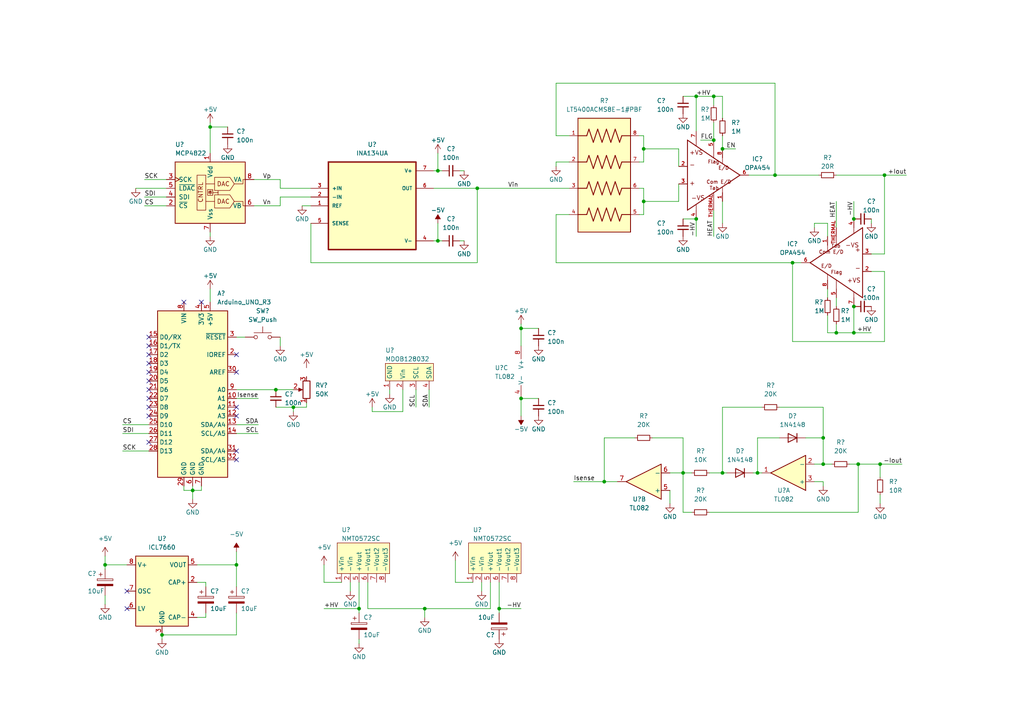
<source format=kicad_sch>
(kicad_sch (version 20211123) (generator eeschema)

  (uuid e63e39d7-6ac0-4ffd-8aa3-1841a4541b55)

  (paper "A4")

  (title_block
    (title "Programmable Constant Current Stimulator")
    (date "2023-04-09")
    (rev "1.0")
    (company "RehabExo Pty Ltd")
    (comment 1 "Dr Monzurul Alam")
  )

  (lib_symbols
    (symbol "Amplifier_Operational:TL082" (pin_names (offset 0.127)) (in_bom yes) (on_board yes)
      (property "Reference" "U" (id 0) (at 0 5.08 0)
        (effects (font (size 1.27 1.27)) (justify left))
      )
      (property "Value" "TL082" (id 1) (at 0 -5.08 0)
        (effects (font (size 1.27 1.27)) (justify left))
      )
      (property "Footprint" "" (id 2) (at 0 0 0)
        (effects (font (size 1.27 1.27)) hide)
      )
      (property "Datasheet" "http://www.ti.com/lit/ds/symlink/tl081.pdf" (id 3) (at 0 0 0)
        (effects (font (size 1.27 1.27)) hide)
      )
      (property "ki_locked" "" (id 4) (at 0 0 0)
        (effects (font (size 1.27 1.27)))
      )
      (property "ki_keywords" "dual opamp" (id 5) (at 0 0 0)
        (effects (font (size 1.27 1.27)) hide)
      )
      (property "ki_description" "Dual JFET-Input Operational Amplifiers, DIP-8/SOIC-8/SSOP-8" (id 6) (at 0 0 0)
        (effects (font (size 1.27 1.27)) hide)
      )
      (property "ki_fp_filters" "SOIC*3.9x4.9mm*P1.27mm* DIP*W7.62mm* TO*99* OnSemi*Micro8* TSSOP*3x3mm*P0.65mm* TSSOP*4.4x3mm*P0.65mm* MSOP*3x3mm*P0.65mm* SSOP*3.9x4.9mm*P0.635mm* LFCSP*2x2mm*P0.5mm* *SIP* SOIC*5.3x6.2mm*P1.27mm*" (id 7) (at 0 0 0)
        (effects (font (size 1.27 1.27)) hide)
      )
      (symbol "TL082_1_1"
        (polyline
          (pts
            (xy -5.08 5.08)
            (xy 5.08 0)
            (xy -5.08 -5.08)
            (xy -5.08 5.08)
          )
          (stroke (width 0.254) (type default) (color 0 0 0 0))
          (fill (type background))
        )
        (pin output line (at 7.62 0 180) (length 2.54)
          (name "~" (effects (font (size 1.27 1.27))))
          (number "1" (effects (font (size 1.27 1.27))))
        )
        (pin input line (at -7.62 -2.54 0) (length 2.54)
          (name "-" (effects (font (size 1.27 1.27))))
          (number "2" (effects (font (size 1.27 1.27))))
        )
        (pin input line (at -7.62 2.54 0) (length 2.54)
          (name "+" (effects (font (size 1.27 1.27))))
          (number "3" (effects (font (size 1.27 1.27))))
        )
      )
      (symbol "TL082_2_1"
        (polyline
          (pts
            (xy -5.08 5.08)
            (xy 5.08 0)
            (xy -5.08 -5.08)
            (xy -5.08 5.08)
          )
          (stroke (width 0.254) (type default) (color 0 0 0 0))
          (fill (type background))
        )
        (pin input line (at -7.62 2.54 0) (length 2.54)
          (name "+" (effects (font (size 1.27 1.27))))
          (number "5" (effects (font (size 1.27 1.27))))
        )
        (pin input line (at -7.62 -2.54 0) (length 2.54)
          (name "-" (effects (font (size 1.27 1.27))))
          (number "6" (effects (font (size 1.27 1.27))))
        )
        (pin output line (at 7.62 0 180) (length 2.54)
          (name "~" (effects (font (size 1.27 1.27))))
          (number "7" (effects (font (size 1.27 1.27))))
        )
      )
      (symbol "TL082_3_1"
        (pin power_in line (at -2.54 -7.62 90) (length 3.81)
          (name "V-" (effects (font (size 1.27 1.27))))
          (number "4" (effects (font (size 1.27 1.27))))
        )
        (pin power_in line (at -2.54 7.62 270) (length 3.81)
          (name "V+" (effects (font (size 1.27 1.27))))
          (number "8" (effects (font (size 1.27 1.27))))
        )
      )
    )
    (symbol "Analog_DAC:MCP4822" (pin_names (offset 1.016)) (in_bom yes) (on_board yes)
      (property "Reference" "U" (id 0) (at -2.54 10.795 0)
        (effects (font (size 1.27 1.27)) (justify right))
      )
      (property "Value" "MCP4822" (id 1) (at -2.54 8.89 0)
        (effects (font (size 1.27 1.27)) (justify right))
      )
      (property "Footprint" "" (id 2) (at 20.32 -7.62 0)
        (effects (font (size 1.27 1.27)) hide)
      )
      (property "Datasheet" "http://ww1.microchip.com/downloads/en/DeviceDoc/20002249B.pdf" (id 3) (at 20.32 -7.62 0)
        (effects (font (size 1.27 1.27)) hide)
      )
      (property "ki_keywords" "12-Bit DAC SPI Reference 2ch" (id 4) (at 0 0 0)
        (effects (font (size 1.27 1.27)) hide)
      )
      (property "ki_description" "2-Channel 12-Bit D/A Converters with SPI Interface and Internal Reference (2.048V)" (id 5) (at 0 0 0)
        (effects (font (size 1.27 1.27)) hide)
      )
      (property "ki_fp_filters" "DIP*W7.62mm* SOIC*3.9x4.9mm*P1.27mm* MSOP*3x3mm*P0.65mm*" (id 6) (at 0 0 0)
        (effects (font (size 1.27 1.27)) hide)
      )
      (symbol "MCP4822_0_0"
        (polyline
          (pts
            (xy 0 -1.778)
            (xy 0 -0.635)
          )
          (stroke (width 0) (type default) (color 0 0 0 0))
          (fill (type none))
        )
        (polyline
          (pts
            (xy 0.381 -0.889)
            (xy 0.508 -0.762)
          )
          (stroke (width 0) (type default) (color 0 0 0 0))
          (fill (type none))
        )
        (polyline
          (pts
            (xy 2.286 -1.143)
            (xy 2.286 -1.905)
          )
          (stroke (width 0) (type default) (color 0 0 0 0))
          (fill (type none))
        )
        (polyline
          (pts
            (xy 0.381 -0.889)
            (xy -0.381 -0.889)
            (xy -0.508 -1.016)
          )
          (stroke (width 0) (type default) (color 0 0 0 0))
          (fill (type none))
        )
        (polyline
          (pts
            (xy 0.762 -1.27)
            (xy 2.286 -1.27)
            (xy 2.286 -0.762)
          )
          (stroke (width 0) (type default) (color 0 0 0 0))
          (fill (type none))
        )
        (polyline
          (pts
            (xy 0 -0.889)
            (xy 0.508 -1.397)
            (xy -0.508 -1.397)
            (xy 0 -0.889)
          )
          (stroke (width 0) (type default) (color 0 0 0 0))
          (fill (type none))
        )
        (polyline
          (pts
            (xy 6.985 -3.81)
            (xy 9.525 -3.81)
            (xy 9.525 -5.08)
            (xy 10.16 -5.08)
          )
          (stroke (width 0) (type default) (color 0 0 0 0))
          (fill (type none))
        )
        (polyline
          (pts
            (xy 6.985 1.27)
            (xy 9.525 1.27)
            (xy 9.525 2.54)
            (xy 10.16 2.54)
          )
          (stroke (width 0) (type default) (color 0 0 0 0))
          (fill (type none))
        )
        (rectangle (start 0.762 -0.381) (end -0.762 -2.032)
          (stroke (width 0) (type default) (color 0 0 0 0))
          (fill (type none))
        )
        (text "CNTRL" (at -2.032 -4.191 900)
          (effects (font (size 1.27 1.27)) (justify left bottom))
        )
        (text "DAC" (at 3.81 -3.81 0)
          (effects (font (size 1.27 1.27)))
        )
        (text "DAC" (at 3.81 1.27 0)
          (effects (font (size 1.27 1.27)))
        )
      )
      (symbol "MCP4822_0_1"
        (rectangle (start -10.16 7.62) (end 10.16 -10.16)
          (stroke (width 0.254) (type default) (color 0 0 0 0))
          (fill (type background))
        )
        (rectangle (start -1.27 -6.35) (end -3.81 3.81)
          (stroke (width 0) (type default) (color 0 0 0 0))
          (fill (type none))
        )
        (polyline
          (pts
            (xy 1.27 -3.81)
            (xy -1.27 -3.81)
          )
          (stroke (width 0) (type default) (color 0 0 0 0))
          (fill (type none))
        )
        (polyline
          (pts
            (xy 1.27 1.27)
            (xy -1.27 1.27)
          )
          (stroke (width 0) (type default) (color 0 0 0 0))
          (fill (type none))
        )
        (polyline
          (pts
            (xy 6.985 -3.81)
            (xy 5.715 -1.905)
            (xy 1.27 -1.905)
            (xy 1.27 -5.715)
            (xy 5.715 -5.715)
            (xy 6.985 -3.81)
          )
          (stroke (width 0) (type default) (color 0 0 0 0))
          (fill (type none))
        )
        (polyline
          (pts
            (xy 6.985 1.27)
            (xy 5.715 3.175)
            (xy 1.27 3.175)
            (xy 1.27 -0.635)
            (xy 5.715 -0.635)
            (xy 6.985 1.27)
          )
          (stroke (width 0) (type default) (color 0 0 0 0))
          (fill (type none))
        )
      )
      (symbol "MCP4822_1_1"
        (pin power_in line (at 0 10.16 270) (length 2.54)
          (name "Vdd" (effects (font (size 1.27 1.27))))
          (number "1" (effects (font (size 1.27 1.27))))
        )
        (pin input line (at -12.7 -5.08 0) (length 2.54)
          (name "~{CS}" (effects (font (size 1.27 1.27))))
          (number "2" (effects (font (size 1.27 1.27))))
        )
        (pin input clock (at -12.7 2.54 0) (length 2.54)
          (name "SCK" (effects (font (size 1.27 1.27))))
          (number "3" (effects (font (size 1.27 1.27))))
        )
        (pin input line (at -12.7 -2.54 0) (length 2.54)
          (name "SDI" (effects (font (size 1.27 1.27))))
          (number "4" (effects (font (size 1.27 1.27))))
        )
        (pin input line (at -12.7 0 0) (length 2.54)
          (name "~{LDAC}" (effects (font (size 1.27 1.27))))
          (number "5" (effects (font (size 1.27 1.27))))
        )
        (pin output line (at 12.7 -5.08 180) (length 2.54)
          (name "VB" (effects (font (size 1.27 1.27))))
          (number "6" (effects (font (size 1.27 1.27))))
        )
        (pin power_in line (at 0 -12.7 90) (length 2.54)
          (name "Vss" (effects (font (size 1.27 1.27))))
          (number "7" (effects (font (size 1.27 1.27))))
        )
        (pin output line (at 12.7 2.54 180) (length 2.54)
          (name "VA" (effects (font (size 1.27 1.27))))
          (number "8" (effects (font (size 1.27 1.27))))
        )
      )
    )
    (symbol "Custom_Library:MDOB128032" (in_bom yes) (on_board yes)
      (property "Reference" "U" (id 0) (at 0 7.62 0)
        (effects (font (size 1.27 1.27)))
      )
      (property "Value" "MDOB128032" (id 1) (at 0 5.08 0)
        (effects (font (size 1.27 1.27)))
      )
      (property "Footprint" "" (id 2) (at -1.27 1.27 0)
        (effects (font (size 1.27 1.27)) hide)
      )
      (property "Datasheet" "" (id 3) (at -1.27 1.27 0)
        (effects (font (size 1.27 1.27)) hide)
      )
      (symbol "MDOB128032_0_1"
        (rectangle (start -6.35 3.81) (end -6.35 3.81)
          (stroke (width 0) (type default) (color 0 0 0 0))
          (fill (type none))
        )
        (rectangle (start 6.35 -1.27) (end -7.62 3.81)
          (stroke (width 0) (type default) (color 0 0 0 0))
          (fill (type background))
        )
      )
      (symbol "MDOB128032_1_1"
        (pin passive line (at -6.35 -3.81 90) (length 2.54)
          (name "GND" (effects (font (size 1.27 1.27))))
          (number "1" (effects (font (size 1.27 1.27))))
        )
        (pin power_in line (at -2.54 -3.81 90) (length 2.54)
          (name "Vin" (effects (font (size 1.27 1.27))))
          (number "2" (effects (font (size 1.27 1.27))))
        )
        (pin input line (at 1.27 -3.81 90) (length 2.54)
          (name "SCL" (effects (font (size 1.27 1.27))))
          (number "3" (effects (font (size 1.27 1.27))))
        )
        (pin input line (at 5.08 -3.81 90) (length 2.54)
          (name "SDA" (effects (font (size 1.27 1.27))))
          (number "4" (effects (font (size 1.27 1.27))))
        )
      )
    )
    (symbol "Custom_Library:NMT0572SC" (in_bom yes) (on_board yes)
      (property "Reference" "U" (id 0) (at -7.62 7.62 0)
        (effects (font (size 1.27 1.27)))
      )
      (property "Value" "NMT0572SC" (id 1) (at 2.54 7.62 0)
        (effects (font (size 1.27 1.27)))
      )
      (property "Footprint" "" (id 2) (at -1.27 -7.62 0)
        (effects (font (size 1.27 1.27)) hide)
      )
      (property "Datasheet" "" (id 3) (at -1.27 -7.62 0)
        (effects (font (size 1.27 1.27)) hide)
      )
      (symbol "NMT0572SC_0_1"
        (rectangle (start -7.62 6.35) (end 7.62 -2.54)
          (stroke (width 0) (type default) (color 0 0 0 0))
          (fill (type background))
        )
      )
      (symbol "NMT0572SC_1_1"
        (pin power_in line (at -6.35 -5.08 90) (length 2.54)
          (name "+Vin" (effects (font (size 1.27 1.27))))
          (number "1" (effects (font (size 1.27 1.27))))
        )
        (pin power_in line (at -3.81 -5.08 90) (length 2.54)
          (name "-Vin" (effects (font (size 1.27 1.27))))
          (number "2" (effects (font (size 1.27 1.27))))
        )
        (pin power_out line (at -1.27 -5.08 90) (length 2.54)
          (name "+Vout" (effects (font (size 1.27 1.27))))
          (number "5" (effects (font (size 1.27 1.27))))
        )
        (pin power_out line (at 1.27 -5.08 90) (length 2.54)
          (name "-Vout1" (effects (font (size 1.27 1.27))))
          (number "6" (effects (font (size 1.27 1.27))))
        )
        (pin power_out line (at 3.81 -5.08 90) (length 2.54)
          (name "-Vout2" (effects (font (size 1.27 1.27))))
          (number "7" (effects (font (size 1.27 1.27))))
        )
        (pin power_out line (at 6.35 -5.08 90) (length 2.54)
          (name "-Vout3" (effects (font (size 1.27 1.27))))
          (number "8" (effects (font (size 1.27 1.27))))
        )
      )
    )
    (symbol "Device:C_Polarized" (pin_numbers hide) (pin_names (offset 0.254)) (in_bom yes) (on_board yes)
      (property "Reference" "C" (id 0) (at 0.635 2.54 0)
        (effects (font (size 1.27 1.27)) (justify left))
      )
      (property "Value" "C_Polarized" (id 1) (at 0.635 -2.54 0)
        (effects (font (size 1.27 1.27)) (justify left))
      )
      (property "Footprint" "" (id 2) (at 0.9652 -3.81 0)
        (effects (font (size 1.27 1.27)) hide)
      )
      (property "Datasheet" "~" (id 3) (at 0 0 0)
        (effects (font (size 1.27 1.27)) hide)
      )
      (property "ki_keywords" "cap capacitor" (id 4) (at 0 0 0)
        (effects (font (size 1.27 1.27)) hide)
      )
      (property "ki_description" "Polarized capacitor" (id 5) (at 0 0 0)
        (effects (font (size 1.27 1.27)) hide)
      )
      (property "ki_fp_filters" "CP_*" (id 6) (at 0 0 0)
        (effects (font (size 1.27 1.27)) hide)
      )
      (symbol "C_Polarized_0_1"
        (rectangle (start -2.286 0.508) (end 2.286 1.016)
          (stroke (width 0) (type default) (color 0 0 0 0))
          (fill (type none))
        )
        (polyline
          (pts
            (xy -1.778 2.286)
            (xy -0.762 2.286)
          )
          (stroke (width 0) (type default) (color 0 0 0 0))
          (fill (type none))
        )
        (polyline
          (pts
            (xy -1.27 2.794)
            (xy -1.27 1.778)
          )
          (stroke (width 0) (type default) (color 0 0 0 0))
          (fill (type none))
        )
        (rectangle (start 2.286 -0.508) (end -2.286 -1.016)
          (stroke (width 0) (type default) (color 0 0 0 0))
          (fill (type outline))
        )
      )
      (symbol "C_Polarized_1_1"
        (pin passive line (at 0 3.81 270) (length 2.794)
          (name "~" (effects (font (size 1.27 1.27))))
          (number "1" (effects (font (size 1.27 1.27))))
        )
        (pin passive line (at 0 -3.81 90) (length 2.794)
          (name "~" (effects (font (size 1.27 1.27))))
          (number "2" (effects (font (size 1.27 1.27))))
        )
      )
    )
    (symbol "Device:C_Small" (pin_numbers hide) (pin_names (offset 0.254) hide) (in_bom yes) (on_board yes)
      (property "Reference" "C" (id 0) (at 0.254 1.778 0)
        (effects (font (size 1.27 1.27)) (justify left))
      )
      (property "Value" "C_Small" (id 1) (at 0.254 -2.032 0)
        (effects (font (size 1.27 1.27)) (justify left))
      )
      (property "Footprint" "" (id 2) (at 0 0 0)
        (effects (font (size 1.27 1.27)) hide)
      )
      (property "Datasheet" "~" (id 3) (at 0 0 0)
        (effects (font (size 1.27 1.27)) hide)
      )
      (property "ki_keywords" "capacitor cap" (id 4) (at 0 0 0)
        (effects (font (size 1.27 1.27)) hide)
      )
      (property "ki_description" "Unpolarized capacitor, small symbol" (id 5) (at 0 0 0)
        (effects (font (size 1.27 1.27)) hide)
      )
      (property "ki_fp_filters" "C_*" (id 6) (at 0 0 0)
        (effects (font (size 1.27 1.27)) hide)
      )
      (symbol "C_Small_0_1"
        (polyline
          (pts
            (xy -1.524 -0.508)
            (xy 1.524 -0.508)
          )
          (stroke (width 0.3302) (type default) (color 0 0 0 0))
          (fill (type none))
        )
        (polyline
          (pts
            (xy -1.524 0.508)
            (xy 1.524 0.508)
          )
          (stroke (width 0.3048) (type default) (color 0 0 0 0))
          (fill (type none))
        )
      )
      (symbol "C_Small_1_1"
        (pin passive line (at 0 2.54 270) (length 2.032)
          (name "~" (effects (font (size 1.27 1.27))))
          (number "1" (effects (font (size 1.27 1.27))))
        )
        (pin passive line (at 0 -2.54 90) (length 2.032)
          (name "~" (effects (font (size 1.27 1.27))))
          (number "2" (effects (font (size 1.27 1.27))))
        )
      )
    )
    (symbol "Device:R_Potentiometer" (pin_names (offset 1.016) hide) (in_bom yes) (on_board yes)
      (property "Reference" "RV" (id 0) (at -4.445 0 90)
        (effects (font (size 1.27 1.27)))
      )
      (property "Value" "R_Potentiometer" (id 1) (at -2.54 0 90)
        (effects (font (size 1.27 1.27)))
      )
      (property "Footprint" "" (id 2) (at 0 0 0)
        (effects (font (size 1.27 1.27)) hide)
      )
      (property "Datasheet" "~" (id 3) (at 0 0 0)
        (effects (font (size 1.27 1.27)) hide)
      )
      (property "ki_keywords" "resistor variable" (id 4) (at 0 0 0)
        (effects (font (size 1.27 1.27)) hide)
      )
      (property "ki_description" "Potentiometer" (id 5) (at 0 0 0)
        (effects (font (size 1.27 1.27)) hide)
      )
      (property "ki_fp_filters" "Potentiometer*" (id 6) (at 0 0 0)
        (effects (font (size 1.27 1.27)) hide)
      )
      (symbol "R_Potentiometer_0_1"
        (polyline
          (pts
            (xy 2.54 0)
            (xy 1.524 0)
          )
          (stroke (width 0) (type default) (color 0 0 0 0))
          (fill (type none))
        )
        (polyline
          (pts
            (xy 1.143 0)
            (xy 2.286 0.508)
            (xy 2.286 -0.508)
            (xy 1.143 0)
          )
          (stroke (width 0) (type default) (color 0 0 0 0))
          (fill (type outline))
        )
        (rectangle (start 1.016 2.54) (end -1.016 -2.54)
          (stroke (width 0.254) (type default) (color 0 0 0 0))
          (fill (type none))
        )
      )
      (symbol "R_Potentiometer_1_1"
        (pin passive line (at 0 3.81 270) (length 1.27)
          (name "1" (effects (font (size 1.27 1.27))))
          (number "1" (effects (font (size 1.27 1.27))))
        )
        (pin passive line (at 3.81 0 180) (length 1.27)
          (name "2" (effects (font (size 1.27 1.27))))
          (number "2" (effects (font (size 1.27 1.27))))
        )
        (pin passive line (at 0 -3.81 90) (length 1.27)
          (name "3" (effects (font (size 1.27 1.27))))
          (number "3" (effects (font (size 1.27 1.27))))
        )
      )
    )
    (symbol "Device:R_Small" (pin_numbers hide) (pin_names (offset 0.254) hide) (in_bom yes) (on_board yes)
      (property "Reference" "R" (id 0) (at 0.762 0.508 0)
        (effects (font (size 1.27 1.27)) (justify left))
      )
      (property "Value" "R_Small" (id 1) (at 0.762 -1.016 0)
        (effects (font (size 1.27 1.27)) (justify left))
      )
      (property "Footprint" "" (id 2) (at 0 0 0)
        (effects (font (size 1.27 1.27)) hide)
      )
      (property "Datasheet" "~" (id 3) (at 0 0 0)
        (effects (font (size 1.27 1.27)) hide)
      )
      (property "ki_keywords" "R resistor" (id 4) (at 0 0 0)
        (effects (font (size 1.27 1.27)) hide)
      )
      (property "ki_description" "Resistor, small symbol" (id 5) (at 0 0 0)
        (effects (font (size 1.27 1.27)) hide)
      )
      (property "ki_fp_filters" "R_*" (id 6) (at 0 0 0)
        (effects (font (size 1.27 1.27)) hide)
      )
      (symbol "R_Small_0_1"
        (rectangle (start -0.762 1.778) (end 0.762 -1.778)
          (stroke (width 0.2032) (type default) (color 0 0 0 0))
          (fill (type none))
        )
      )
      (symbol "R_Small_1_1"
        (pin passive line (at 0 2.54 270) (length 0.762)
          (name "~" (effects (font (size 1.27 1.27))))
          (number "1" (effects (font (size 1.27 1.27))))
        )
        (pin passive line (at 0 -2.54 90) (length 0.762)
          (name "~" (effects (font (size 1.27 1.27))))
          (number "2" (effects (font (size 1.27 1.27))))
        )
      )
    )
    (symbol "Diode:1N4148" (pin_numbers hide) (pin_names (offset 1.016) hide) (in_bom yes) (on_board yes)
      (property "Reference" "D" (id 0) (at 0 2.54 0)
        (effects (font (size 1.27 1.27)))
      )
      (property "Value" "1N4148" (id 1) (at 0 -2.54 0)
        (effects (font (size 1.27 1.27)))
      )
      (property "Footprint" "Diode_THT:D_DO-35_SOD27_P7.62mm_Horizontal" (id 2) (at 0 -4.445 0)
        (effects (font (size 1.27 1.27)) hide)
      )
      (property "Datasheet" "https://assets.nexperia.com/documents/data-sheet/1N4148_1N4448.pdf" (id 3) (at 0 0 0)
        (effects (font (size 1.27 1.27)) hide)
      )
      (property "ki_keywords" "diode" (id 4) (at 0 0 0)
        (effects (font (size 1.27 1.27)) hide)
      )
      (property "ki_description" "100V 0.15A standard switching diode, DO-35" (id 5) (at 0 0 0)
        (effects (font (size 1.27 1.27)) hide)
      )
      (property "ki_fp_filters" "D*DO?35*" (id 6) (at 0 0 0)
        (effects (font (size 1.27 1.27)) hide)
      )
      (symbol "1N4148_0_1"
        (polyline
          (pts
            (xy -1.27 1.27)
            (xy -1.27 -1.27)
          )
          (stroke (width 0.254) (type default) (color 0 0 0 0))
          (fill (type none))
        )
        (polyline
          (pts
            (xy 1.27 0)
            (xy -1.27 0)
          )
          (stroke (width 0) (type default) (color 0 0 0 0))
          (fill (type none))
        )
        (polyline
          (pts
            (xy 1.27 1.27)
            (xy 1.27 -1.27)
            (xy -1.27 0)
            (xy 1.27 1.27)
          )
          (stroke (width 0.254) (type default) (color 0 0 0 0))
          (fill (type none))
        )
      )
      (symbol "1N4148_1_1"
        (pin passive line (at -3.81 0 0) (length 2.54)
          (name "K" (effects (font (size 1.27 1.27))))
          (number "1" (effects (font (size 1.27 1.27))))
        )
        (pin passive line (at 3.81 0 180) (length 2.54)
          (name "A" (effects (font (size 1.27 1.27))))
          (number "2" (effects (font (size 1.27 1.27))))
        )
      )
    )
    (symbol "INA134UA:INA134UA" (pin_names (offset 1.016)) (in_bom yes) (on_board yes)
      (property "Reference" "U" (id 0) (at -12.7 13.7 0)
        (effects (font (size 1.27 1.27)) (justify left bottom))
      )
      (property "Value" "INA134UA" (id 1) (at -12.7 -16.7 0)
        (effects (font (size 1.27 1.27)) (justify left bottom))
      )
      (property "Footprint" "SOIC127P599X175-8N" (id 2) (at 0 0 0)
        (effects (font (size 1.27 1.27)) (justify bottom) hide)
      )
      (property "Datasheet" "" (id 3) (at 0 0 0)
        (effects (font (size 1.27 1.27)) hide)
      )
      (symbol "INA134UA_0_0"
        (rectangle (start -12.7 -12.7) (end 12.7 12.7)
          (stroke (width 0.41) (type default) (color 0 0 0 0))
          (fill (type background))
        )
        (pin input line (at -17.78 0 0) (length 5.08)
          (name "REF" (effects (font (size 1.016 1.016))))
          (number "1" (effects (font (size 1.016 1.016))))
        )
        (pin input line (at -17.78 2.54 0) (length 5.08)
          (name "-IN" (effects (font (size 1.016 1.016))))
          (number "2" (effects (font (size 1.016 1.016))))
        )
        (pin input line (at -17.78 5.08 0) (length 5.08)
          (name "+IN" (effects (font (size 1.016 1.016))))
          (number "3" (effects (font (size 1.016 1.016))))
        )
        (pin power_in line (at 17.78 -10.16 180) (length 5.08)
          (name "V-" (effects (font (size 1.016 1.016))))
          (number "4" (effects (font (size 1.016 1.016))))
        )
        (pin bidirectional line (at -17.78 -5.08 0) (length 5.08)
          (name "SENSE" (effects (font (size 1.016 1.016))))
          (number "5" (effects (font (size 1.016 1.016))))
        )
        (pin output line (at 17.78 5.08 180) (length 5.08)
          (name "OUT" (effects (font (size 1.016 1.016))))
          (number "6" (effects (font (size 1.016 1.016))))
        )
        (pin power_in line (at 17.78 10.16 180) (length 5.08)
          (name "V+" (effects (font (size 1.016 1.016))))
          (number "7" (effects (font (size 1.016 1.016))))
        )
      )
    )
    (symbol "LT5400ACMS8E-1_PBF:LT5400ACMS8E-1#PBF" (pin_names (offset 1.016)) (in_bom yes) (on_board yes)
      (property "Reference" "R" (id 0) (at -7.62 16.51 0)
        (effects (font (size 1.27 1.27)) (justify left bottom))
      )
      (property "Value" "LT5400ACMS8E-1#PBF" (id 1) (at -7.62 -21.59 0)
        (effects (font (size 1.27 1.27)) (justify left bottom))
      )
      (property "Footprint" "SOP65P490X110-9N" (id 2) (at 0 0 0)
        (effects (font (size 1.27 1.27)) (justify bottom) hide)
      )
      (property "Datasheet" "" (id 3) (at 0 0 0)
        (effects (font (size 1.27 1.27)) hide)
      )
      (property "STANDARD" "IPC 7351B" (id 4) (at 0 0 0)
        (effects (font (size 1.27 1.27)) (justify bottom) hide)
      )
      (property "MANUFACTURER" "Linear Technology" (id 5) (at 0 0 0)
        (effects (font (size 1.27 1.27)) (justify bottom) hide)
      )
      (property "MAXIMUM_PACKAGE_HEIGHT" "1.1 mm" (id 6) (at 0 0 0)
        (effects (font (size 1.27 1.27)) (justify bottom) hide)
      )
      (property "PARTREV" "I" (id 7) (at 0 0 0)
        (effects (font (size 1.27 1.27)) (justify bottom) hide)
      )
      (symbol "LT5400ACMS8E-1#PBF_0_0"
        (rectangle (start -7.62 -17.78) (end 7.62 15.24)
          (stroke (width 0.254) (type default) (color 0 0 0 0))
          (fill (type background))
        )
        (polyline
          (pts
            (xy -5.08 -12.7)
            (xy -7.62 -12.7)
          )
          (stroke (width 0.254) (type default) (color 0 0 0 0))
          (fill (type none))
        )
        (polyline
          (pts
            (xy -5.08 -12.7)
            (xy -4.445 -10.795)
          )
          (stroke (width 0.254) (type default) (color 0 0 0 0))
          (fill (type none))
        )
        (polyline
          (pts
            (xy -5.08 -5.08)
            (xy -7.62 -5.08)
          )
          (stroke (width 0.254) (type default) (color 0 0 0 0))
          (fill (type none))
        )
        (polyline
          (pts
            (xy -5.08 -5.08)
            (xy -4.445 -3.175)
          )
          (stroke (width 0.254) (type default) (color 0 0 0 0))
          (fill (type none))
        )
        (polyline
          (pts
            (xy -5.08 2.54)
            (xy -7.62 2.54)
          )
          (stroke (width 0.254) (type default) (color 0 0 0 0))
          (fill (type none))
        )
        (polyline
          (pts
            (xy -5.08 2.54)
            (xy -4.445 4.445)
          )
          (stroke (width 0.254) (type default) (color 0 0 0 0))
          (fill (type none))
        )
        (polyline
          (pts
            (xy -5.08 10.16)
            (xy -7.62 10.16)
          )
          (stroke (width 0.254) (type default) (color 0 0 0 0))
          (fill (type none))
        )
        (polyline
          (pts
            (xy -5.08 10.16)
            (xy -4.445 12.065)
          )
          (stroke (width 0.254) (type default) (color 0 0 0 0))
          (fill (type none))
        )
        (polyline
          (pts
            (xy -4.445 -10.795)
            (xy -3.175 -14.605)
          )
          (stroke (width 0.254) (type default) (color 0 0 0 0))
          (fill (type none))
        )
        (polyline
          (pts
            (xy -4.445 -3.175)
            (xy -3.175 -6.985)
          )
          (stroke (width 0.254) (type default) (color 0 0 0 0))
          (fill (type none))
        )
        (polyline
          (pts
            (xy -4.445 4.445)
            (xy -3.175 0.635)
          )
          (stroke (width 0.254) (type default) (color 0 0 0 0))
          (fill (type none))
        )
        (polyline
          (pts
            (xy -4.445 12.065)
            (xy -3.175 8.255)
          )
          (stroke (width 0.254) (type default) (color 0 0 0 0))
          (fill (type none))
        )
        (polyline
          (pts
            (xy -3.175 -14.605)
            (xy -1.905 -10.795)
          )
          (stroke (width 0.254) (type default) (color 0 0 0 0))
          (fill (type none))
        )
        (polyline
          (pts
            (xy -3.175 -6.985)
            (xy -1.905 -3.175)
          )
          (stroke (width 0.254) (type default) (color 0 0 0 0))
          (fill (type none))
        )
        (polyline
          (pts
            (xy -3.175 0.635)
            (xy -1.905 4.445)
          )
          (stroke (width 0.254) (type default) (color 0 0 0 0))
          (fill (type none))
        )
        (polyline
          (pts
            (xy -3.175 8.255)
            (xy -1.905 12.065)
          )
          (stroke (width 0.254) (type default) (color 0 0 0 0))
          (fill (type none))
        )
        (polyline
          (pts
            (xy -1.905 -10.795)
            (xy -0.635 -14.605)
          )
          (stroke (width 0.254) (type default) (color 0 0 0 0))
          (fill (type none))
        )
        (polyline
          (pts
            (xy -1.905 -3.175)
            (xy -0.635 -6.985)
          )
          (stroke (width 0.254) (type default) (color 0 0 0 0))
          (fill (type none))
        )
        (polyline
          (pts
            (xy -1.905 4.445)
            (xy -0.635 0.635)
          )
          (stroke (width 0.254) (type default) (color 0 0 0 0))
          (fill (type none))
        )
        (polyline
          (pts
            (xy -1.905 12.065)
            (xy -0.635 8.255)
          )
          (stroke (width 0.254) (type default) (color 0 0 0 0))
          (fill (type none))
        )
        (polyline
          (pts
            (xy -0.635 -14.605)
            (xy 0.635 -10.795)
          )
          (stroke (width 0.254) (type default) (color 0 0 0 0))
          (fill (type none))
        )
        (polyline
          (pts
            (xy -0.635 -6.985)
            (xy 0.635 -3.175)
          )
          (stroke (width 0.254) (type default) (color 0 0 0 0))
          (fill (type none))
        )
        (polyline
          (pts
            (xy -0.635 0.635)
            (xy 0.635 4.445)
          )
          (stroke (width 0.254) (type default) (color 0 0 0 0))
          (fill (type none))
        )
        (polyline
          (pts
            (xy -0.635 8.255)
            (xy 0.635 12.065)
          )
          (stroke (width 0.254) (type default) (color 0 0 0 0))
          (fill (type none))
        )
        (polyline
          (pts
            (xy 0.635 -10.795)
            (xy 1.905 -14.605)
          )
          (stroke (width 0.254) (type default) (color 0 0 0 0))
          (fill (type none))
        )
        (polyline
          (pts
            (xy 0.635 -3.175)
            (xy 1.905 -6.985)
          )
          (stroke (width 0.254) (type default) (color 0 0 0 0))
          (fill (type none))
        )
        (polyline
          (pts
            (xy 0.635 4.445)
            (xy 1.905 0.635)
          )
          (stroke (width 0.254) (type default) (color 0 0 0 0))
          (fill (type none))
        )
        (polyline
          (pts
            (xy 0.635 12.065)
            (xy 1.905 8.255)
          )
          (stroke (width 0.254) (type default) (color 0 0 0 0))
          (fill (type none))
        )
        (polyline
          (pts
            (xy 1.905 -14.605)
            (xy 3.175 -10.795)
          )
          (stroke (width 0.254) (type default) (color 0 0 0 0))
          (fill (type none))
        )
        (polyline
          (pts
            (xy 1.905 -6.985)
            (xy 3.175 -3.175)
          )
          (stroke (width 0.254) (type default) (color 0 0 0 0))
          (fill (type none))
        )
        (polyline
          (pts
            (xy 1.905 0.635)
            (xy 3.175 4.445)
          )
          (stroke (width 0.254) (type default) (color 0 0 0 0))
          (fill (type none))
        )
        (polyline
          (pts
            (xy 1.905 8.255)
            (xy 3.175 12.065)
          )
          (stroke (width 0.254) (type default) (color 0 0 0 0))
          (fill (type none))
        )
        (polyline
          (pts
            (xy 3.175 -10.795)
            (xy 4.445 -14.605)
          )
          (stroke (width 0.254) (type default) (color 0 0 0 0))
          (fill (type none))
        )
        (polyline
          (pts
            (xy 3.175 -3.175)
            (xy 4.445 -6.985)
          )
          (stroke (width 0.254) (type default) (color 0 0 0 0))
          (fill (type none))
        )
        (polyline
          (pts
            (xy 3.175 4.445)
            (xy 4.445 0.635)
          )
          (stroke (width 0.254) (type default) (color 0 0 0 0))
          (fill (type none))
        )
        (polyline
          (pts
            (xy 3.175 12.065)
            (xy 4.445 8.255)
          )
          (stroke (width 0.254) (type default) (color 0 0 0 0))
          (fill (type none))
        )
        (polyline
          (pts
            (xy 4.445 -14.605)
            (xy 5.08 -12.7)
          )
          (stroke (width 0.254) (type default) (color 0 0 0 0))
          (fill (type none))
        )
        (polyline
          (pts
            (xy 4.445 -6.985)
            (xy 5.08 -5.08)
          )
          (stroke (width 0.254) (type default) (color 0 0 0 0))
          (fill (type none))
        )
        (polyline
          (pts
            (xy 4.445 0.635)
            (xy 5.08 2.54)
          )
          (stroke (width 0.254) (type default) (color 0 0 0 0))
          (fill (type none))
        )
        (polyline
          (pts
            (xy 4.445 8.255)
            (xy 5.08 10.16)
          )
          (stroke (width 0.254) (type default) (color 0 0 0 0))
          (fill (type none))
        )
        (polyline
          (pts
            (xy 5.08 -12.7)
            (xy 7.62 -12.7)
          )
          (stroke (width 0.254) (type default) (color 0 0 0 0))
          (fill (type none))
        )
        (polyline
          (pts
            (xy 5.08 -5.08)
            (xy 7.62 -5.08)
          )
          (stroke (width 0.254) (type default) (color 0 0 0 0))
          (fill (type none))
        )
        (polyline
          (pts
            (xy 5.08 2.54)
            (xy 7.62 2.54)
          )
          (stroke (width 0.254) (type default) (color 0 0 0 0))
          (fill (type none))
        )
        (polyline
          (pts
            (xy 5.08 10.16)
            (xy 7.62 10.16)
          )
          (stroke (width 0.254) (type default) (color 0 0 0 0))
          (fill (type none))
        )
        (pin passive line (at -10.16 10.16 0) (length 2.54)
          (name "~" (effects (font (size 1.016 1.016))))
          (number "1" (effects (font (size 1.016 1.016))))
        )
        (pin passive line (at -10.16 2.54 0) (length 2.54)
          (name "~" (effects (font (size 1.016 1.016))))
          (number "2" (effects (font (size 1.016 1.016))))
        )
        (pin passive line (at -10.16 -5.08 0) (length 2.54)
          (name "~" (effects (font (size 1.016 1.016))))
          (number "3" (effects (font (size 1.016 1.016))))
        )
        (pin passive line (at -10.16 -12.7 0) (length 2.54)
          (name "~" (effects (font (size 1.016 1.016))))
          (number "4" (effects (font (size 1.016 1.016))))
        )
        (pin passive line (at 10.16 -12.7 180) (length 2.54)
          (name "~" (effects (font (size 1.016 1.016))))
          (number "5" (effects (font (size 1.016 1.016))))
        )
        (pin passive line (at 10.16 -5.08 180) (length 2.54)
          (name "~" (effects (font (size 1.016 1.016))))
          (number "6" (effects (font (size 1.016 1.016))))
        )
        (pin passive line (at 10.16 2.54 180) (length 2.54)
          (name "~" (effects (font (size 1.016 1.016))))
          (number "7" (effects (font (size 1.016 1.016))))
        )
        (pin passive line (at 10.16 10.16 180) (length 2.54)
          (name "~" (effects (font (size 1.016 1.016))))
          (number "8" (effects (font (size 1.016 1.016))))
        )
      )
    )
    (symbol "MCU_Module:Arduino_UNO_R3" (in_bom yes) (on_board yes)
      (property "Reference" "A" (id 0) (at -10.16 23.495 0)
        (effects (font (size 1.27 1.27)) (justify left bottom))
      )
      (property "Value" "Arduino_UNO_R3" (id 1) (at 5.08 -26.67 0)
        (effects (font (size 1.27 1.27)) (justify left top))
      )
      (property "Footprint" "Module:Arduino_UNO_R3" (id 2) (at 0 0 0)
        (effects (font (size 1.27 1.27) italic) hide)
      )
      (property "Datasheet" "https://www.arduino.cc/en/Main/arduinoBoardUno" (id 3) (at 0 0 0)
        (effects (font (size 1.27 1.27)) hide)
      )
      (property "ki_keywords" "Arduino UNO R3 Microcontroller Module Atmel AVR USB" (id 4) (at 0 0 0)
        (effects (font (size 1.27 1.27)) hide)
      )
      (property "ki_description" "Arduino UNO Microcontroller Module, release 3" (id 5) (at 0 0 0)
        (effects (font (size 1.27 1.27)) hide)
      )
      (property "ki_fp_filters" "Arduino*UNO*R3*" (id 6) (at 0 0 0)
        (effects (font (size 1.27 1.27)) hide)
      )
      (symbol "Arduino_UNO_R3_0_1"
        (rectangle (start -10.16 22.86) (end 10.16 -25.4)
          (stroke (width 0.254) (type default) (color 0 0 0 0))
          (fill (type background))
        )
      )
      (symbol "Arduino_UNO_R3_1_1"
        (pin no_connect line (at -10.16 -20.32 0) (length 2.54) hide
          (name "NC" (effects (font (size 1.27 1.27))))
          (number "1" (effects (font (size 1.27 1.27))))
        )
        (pin bidirectional line (at 12.7 -2.54 180) (length 2.54)
          (name "A1" (effects (font (size 1.27 1.27))))
          (number "10" (effects (font (size 1.27 1.27))))
        )
        (pin bidirectional line (at 12.7 -5.08 180) (length 2.54)
          (name "A2" (effects (font (size 1.27 1.27))))
          (number "11" (effects (font (size 1.27 1.27))))
        )
        (pin bidirectional line (at 12.7 -7.62 180) (length 2.54)
          (name "A3" (effects (font (size 1.27 1.27))))
          (number "12" (effects (font (size 1.27 1.27))))
        )
        (pin bidirectional line (at 12.7 -10.16 180) (length 2.54)
          (name "SDA/A4" (effects (font (size 1.27 1.27))))
          (number "13" (effects (font (size 1.27 1.27))))
        )
        (pin bidirectional line (at 12.7 -12.7 180) (length 2.54)
          (name "SCL/A5" (effects (font (size 1.27 1.27))))
          (number "14" (effects (font (size 1.27 1.27))))
        )
        (pin bidirectional line (at -12.7 15.24 0) (length 2.54)
          (name "D0/RX" (effects (font (size 1.27 1.27))))
          (number "15" (effects (font (size 1.27 1.27))))
        )
        (pin bidirectional line (at -12.7 12.7 0) (length 2.54)
          (name "D1/TX" (effects (font (size 1.27 1.27))))
          (number "16" (effects (font (size 1.27 1.27))))
        )
        (pin bidirectional line (at -12.7 10.16 0) (length 2.54)
          (name "D2" (effects (font (size 1.27 1.27))))
          (number "17" (effects (font (size 1.27 1.27))))
        )
        (pin bidirectional line (at -12.7 7.62 0) (length 2.54)
          (name "D3" (effects (font (size 1.27 1.27))))
          (number "18" (effects (font (size 1.27 1.27))))
        )
        (pin bidirectional line (at -12.7 5.08 0) (length 2.54)
          (name "D4" (effects (font (size 1.27 1.27))))
          (number "19" (effects (font (size 1.27 1.27))))
        )
        (pin output line (at 12.7 10.16 180) (length 2.54)
          (name "IOREF" (effects (font (size 1.27 1.27))))
          (number "2" (effects (font (size 1.27 1.27))))
        )
        (pin bidirectional line (at -12.7 2.54 0) (length 2.54)
          (name "D5" (effects (font (size 1.27 1.27))))
          (number "20" (effects (font (size 1.27 1.27))))
        )
        (pin bidirectional line (at -12.7 0 0) (length 2.54)
          (name "D6" (effects (font (size 1.27 1.27))))
          (number "21" (effects (font (size 1.27 1.27))))
        )
        (pin bidirectional line (at -12.7 -2.54 0) (length 2.54)
          (name "D7" (effects (font (size 1.27 1.27))))
          (number "22" (effects (font (size 1.27 1.27))))
        )
        (pin bidirectional line (at -12.7 -5.08 0) (length 2.54)
          (name "D8" (effects (font (size 1.27 1.27))))
          (number "23" (effects (font (size 1.27 1.27))))
        )
        (pin bidirectional line (at -12.7 -7.62 0) (length 2.54)
          (name "D9" (effects (font (size 1.27 1.27))))
          (number "24" (effects (font (size 1.27 1.27))))
        )
        (pin bidirectional line (at -12.7 -10.16 0) (length 2.54)
          (name "D10" (effects (font (size 1.27 1.27))))
          (number "25" (effects (font (size 1.27 1.27))))
        )
        (pin bidirectional line (at -12.7 -12.7 0) (length 2.54)
          (name "D11" (effects (font (size 1.27 1.27))))
          (number "26" (effects (font (size 1.27 1.27))))
        )
        (pin bidirectional line (at -12.7 -15.24 0) (length 2.54)
          (name "D12" (effects (font (size 1.27 1.27))))
          (number "27" (effects (font (size 1.27 1.27))))
        )
        (pin bidirectional line (at -12.7 -17.78 0) (length 2.54)
          (name "D13" (effects (font (size 1.27 1.27))))
          (number "28" (effects (font (size 1.27 1.27))))
        )
        (pin power_in line (at -2.54 -27.94 90) (length 2.54)
          (name "GND" (effects (font (size 1.27 1.27))))
          (number "29" (effects (font (size 1.27 1.27))))
        )
        (pin input line (at 12.7 15.24 180) (length 2.54)
          (name "~{RESET}" (effects (font (size 1.27 1.27))))
          (number "3" (effects (font (size 1.27 1.27))))
        )
        (pin input line (at 12.7 5.08 180) (length 2.54)
          (name "AREF" (effects (font (size 1.27 1.27))))
          (number "30" (effects (font (size 1.27 1.27))))
        )
        (pin bidirectional line (at 12.7 -17.78 180) (length 2.54)
          (name "SDA/A4" (effects (font (size 1.27 1.27))))
          (number "31" (effects (font (size 1.27 1.27))))
        )
        (pin bidirectional line (at 12.7 -20.32 180) (length 2.54)
          (name "SCL/A5" (effects (font (size 1.27 1.27))))
          (number "32" (effects (font (size 1.27 1.27))))
        )
        (pin power_out line (at 2.54 25.4 270) (length 2.54)
          (name "3V3" (effects (font (size 1.27 1.27))))
          (number "4" (effects (font (size 1.27 1.27))))
        )
        (pin power_out line (at 5.08 25.4 270) (length 2.54)
          (name "+5V" (effects (font (size 1.27 1.27))))
          (number "5" (effects (font (size 1.27 1.27))))
        )
        (pin power_in line (at 0 -27.94 90) (length 2.54)
          (name "GND" (effects (font (size 1.27 1.27))))
          (number "6" (effects (font (size 1.27 1.27))))
        )
        (pin power_in line (at 2.54 -27.94 90) (length 2.54)
          (name "GND" (effects (font (size 1.27 1.27))))
          (number "7" (effects (font (size 1.27 1.27))))
        )
        (pin power_in line (at -2.54 25.4 270) (length 2.54)
          (name "VIN" (effects (font (size 1.27 1.27))))
          (number "8" (effects (font (size 1.27 1.27))))
        )
        (pin bidirectional line (at 12.7 0 180) (length 2.54)
          (name "A0" (effects (font (size 1.27 1.27))))
          (number "9" (effects (font (size 1.27 1.27))))
        )
      )
    )
    (symbol "OPA454:OPA454" (pin_names (offset 1.016)) (in_bom yes) (on_board yes)
      (property "Reference" "IC" (id 0) (at 7.6251 1.7792 0)
        (effects (font (size 1.27 1.27)) (justify left bottom))
      )
      (property "Value" "OPA454" (id 1) (at 7.6256 -3.5586 0)
        (effects (font (size 1.27 1.27)) (justify left bottom))
      )
      (property "Footprint" "SO08GP" (id 2) (at 0 0 0)
        (effects (font (size 1.27 1.27)) (justify bottom) hide)
      )
      (property "Datasheet" "" (id 3) (at 0 0 0)
        (effects (font (size 1.27 1.27)) hide)
      )
      (property "PARTNUM" "296-22997-5-ND" (id 4) (at 0 0 0)
        (effects (font (size 1.27 1.27)) (justify bottom) hide)
      )
      (symbol "OPA454_0_0"
        (polyline
          (pts
            (xy -7.62 -10.16)
            (xy 0 -5.08)
          )
          (stroke (width 0.254) (type default) (color 0 0 0 0))
          (fill (type none))
        )
        (polyline
          (pts
            (xy -7.62 10.16)
            (xy -7.62 -10.16)
          )
          (stroke (width 0.254) (type default) (color 0 0 0 0))
          (fill (type none))
        )
        (polyline
          (pts
            (xy -5.08 -10.16)
            (xy -5.08 -8.636)
          )
          (stroke (width 0.1524) (type default) (color 0 0 0 0))
          (fill (type none))
        )
        (polyline
          (pts
            (xy -5.08 10.16)
            (xy -5.08 8.382)
          )
          (stroke (width 0.1524) (type default) (color 0 0 0 0))
          (fill (type none))
        )
        (polyline
          (pts
            (xy 0 -7.62)
            (xy 0 -5.08)
          )
          (stroke (width 0.1524) (type default) (color 0 0 0 0))
          (fill (type none))
        )
        (polyline
          (pts
            (xy 0 -5.08)
            (xy 7.62 0)
          )
          (stroke (width 0.254) (type default) (color 0 0 0 0))
          (fill (type none))
        )
        (polyline
          (pts
            (xy 0 7.62)
            (xy 0 5.08)
          )
          (stroke (width 0.1524) (type default) (color 0 0 0 0))
          (fill (type none))
        )
        (polyline
          (pts
            (xy 0.254 4.826)
            (xy -7.62 10.16)
          )
          (stroke (width 0.254) (type default) (color 0 0 0 0))
          (fill (type none))
        )
        (polyline
          (pts
            (xy 2.54 -5.08)
            (xy 2.54 -3.556)
          )
          (stroke (width 0.1524) (type default) (color 0 0 0 0))
          (fill (type none))
        )
        (polyline
          (pts
            (xy 2.54 5.08)
            (xy 2.54 3.302)
          )
          (stroke (width 0.1524) (type default) (color 0 0 0 0))
          (fill (type none))
        )
        (polyline
          (pts
            (xy 7.62 0)
            (xy 0.254 4.826)
          )
          (stroke (width 0.254) (type default) (color 0 0 0 0))
          (fill (type none))
        )
        (text "+" (at -7.1227 -3.0526 0)
          (effects (font (size 1.2719 1.2719)) (justify left bottom))
        )
        (text "+VS" (at -7.1167 5.8459 0)
          (effects (font (size 1.2708 1.2708)) (justify left bottom))
        )
        (text "-" (at -7.1185 2.2881 0)
          (effects (font (size 1.2712 1.2712)) (justify left bottom))
        )
        (text "-VS" (at -6.6149 -5.8516 0)
          (effects (font (size 1.2721 1.2721)) (justify left top))
        )
        (text "Com E/D" (at -2.1613 -2.5427 0)
          (effects (font (size 1.0171 1.0171)) (justify left bottom))
        )
        (text "E/D" (at 1.2703 1.5243 0)
          (effects (font (size 1.0162 1.0162)) (justify left bottom))
        )
        (text "Flag" (at -1.7784 3.3027 0)
          (effects (font (size 1.0162 1.0162)) (justify left bottom))
        )
        (text "Tab" (at -1.2721 -4.3252 0)
          (effects (font (size 1.0177 1.0177)) (justify left bottom))
        )
        (pin passive line (at 2.54 -7.62 90) (length 2.54)
          (name "~" (effects (font (size 1.016 1.016))))
          (number "1" (effects (font (size 1.016 1.016))))
        )
        (pin input line (at -10.16 2.54 0) (length 2.54)
          (name "~" (effects (font (size 1.016 1.016))))
          (number "2" (effects (font (size 1.016 1.016))))
        )
        (pin input line (at -10.16 -2.54 0) (length 2.54)
          (name "~" (effects (font (size 1.016 1.016))))
          (number "3" (effects (font (size 1.016 1.016))))
        )
        (pin passive line (at -5.08 -12.7 90) (length 2.54)
          (name "~" (effects (font (size 1.016 1.016))))
          (number "4" (effects (font (size 1.016 1.016))))
        )
        (pin passive line (at 0 10.16 270) (length 2.54)
          (name "~" (effects (font (size 1.016 1.016))))
          (number "5" (effects (font (size 1.016 1.016))))
        )
        (pin output line (at 10.16 0 180) (length 2.54)
          (name "~" (effects (font (size 1.016 1.016))))
          (number "6" (effects (font (size 1.016 1.016))))
        )
        (pin passive line (at -5.08 12.7 270) (length 2.54)
          (name "~" (effects (font (size 1.016 1.016))))
          (number "7" (effects (font (size 1.016 1.016))))
        )
        (pin passive line (at 2.54 7.62 270) (length 2.54)
          (name "~" (effects (font (size 1.016 1.016))))
          (number "8" (effects (font (size 1.016 1.016))))
        )
        (pin passive line (at 0 -10.16 90) (length 2.54)
          (name "~" (effects (font (size 1.016 1.016))))
          (number "THERMAL" (effects (font (size 1.016 1.016))))
        )
      )
    )
    (symbol "Regulator_SwitchedCapacitor:ICL7660" (in_bom yes) (on_board yes)
      (property "Reference" "U" (id 0) (at -6.35 11.43 0)
        (effects (font (size 1.27 1.27)))
      )
      (property "Value" "ICL7660" (id 1) (at 3.81 11.43 0)
        (effects (font (size 1.27 1.27)))
      )
      (property "Footprint" "" (id 2) (at 2.54 -2.54 0)
        (effects (font (size 1.27 1.27)) hide)
      )
      (property "Datasheet" "http://datasheets.maximintegrated.com/en/ds/ICL7660-MAX1044.pdf" (id 3) (at 2.54 -2.54 0)
        (effects (font (size 1.27 1.27)) hide)
      )
      (property "ki_keywords" "monolithic CMOS switched capacitor voltage converter invert double divide multiply" (id 4) (at 0 0 0)
        (effects (font (size 1.27 1.27)) hide)
      )
      (property "ki_description" "Switched-Capacitor Voltage Converter, 1.5V to 10.0V operating supply voltage, 10mA with a 0.5V output drop, SO-8/DIP-8/µMAX-8/TO-99" (id 5) (at 0 0 0)
        (effects (font (size 1.27 1.27)) hide)
      )
      (property "ki_fp_filters" "DIP*W7.62mm* SOIC*3.9x4.9mm* MSOP*3x3mm*P0.65mm* TO?99*" (id 6) (at 0 0 0)
        (effects (font (size 1.27 1.27)) hide)
      )
      (symbol "ICL7660_0_1"
        (rectangle (start -7.62 10.16) (end 7.62 -10.16)
          (stroke (width 0.254) (type default) (color 0 0 0 0))
          (fill (type background))
        )
      )
      (symbol "ICL7660_1_1"
        (pin no_connect line (at -7.62 5.08 0) (length 2.54) hide
          (name "NC" (effects (font (size 1.27 1.27))))
          (number "1" (effects (font (size 1.27 1.27))))
        )
        (pin input line (at 10.16 2.54 180) (length 2.54)
          (name "CAP+" (effects (font (size 1.27 1.27))))
          (number "2" (effects (font (size 1.27 1.27))))
        )
        (pin power_in line (at 0 -12.7 90) (length 2.54)
          (name "GND" (effects (font (size 1.27 1.27))))
          (number "3" (effects (font (size 1.27 1.27))))
        )
        (pin input line (at 10.16 -7.62 180) (length 2.54)
          (name "CAP-" (effects (font (size 1.27 1.27))))
          (number "4" (effects (font (size 1.27 1.27))))
        )
        (pin power_out line (at 10.16 7.62 180) (length 2.54)
          (name "VOUT" (effects (font (size 1.27 1.27))))
          (number "5" (effects (font (size 1.27 1.27))))
        )
        (pin input line (at -10.16 -5.08 0) (length 2.54)
          (name "LV" (effects (font (size 1.27 1.27))))
          (number "6" (effects (font (size 1.27 1.27))))
        )
        (pin input line (at -10.16 0 0) (length 2.54)
          (name "OSC" (effects (font (size 1.27 1.27))))
          (number "7" (effects (font (size 1.27 1.27))))
        )
        (pin power_in line (at -10.16 7.62 0) (length 2.54)
          (name "V+" (effects (font (size 1.27 1.27))))
          (number "8" (effects (font (size 1.27 1.27))))
        )
      )
    )
    (symbol "Switch:SW_Push" (pin_numbers hide) (pin_names (offset 1.016) hide) (in_bom yes) (on_board yes)
      (property "Reference" "SW" (id 0) (at 1.27 2.54 0)
        (effects (font (size 1.27 1.27)) (justify left))
      )
      (property "Value" "SW_Push" (id 1) (at 0 -1.524 0)
        (effects (font (size 1.27 1.27)))
      )
      (property "Footprint" "" (id 2) (at 0 5.08 0)
        (effects (font (size 1.27 1.27)) hide)
      )
      (property "Datasheet" "~" (id 3) (at 0 5.08 0)
        (effects (font (size 1.27 1.27)) hide)
      )
      (property "ki_keywords" "switch normally-open pushbutton push-button" (id 4) (at 0 0 0)
        (effects (font (size 1.27 1.27)) hide)
      )
      (property "ki_description" "Push button switch, generic, two pins" (id 5) (at 0 0 0)
        (effects (font (size 1.27 1.27)) hide)
      )
      (symbol "SW_Push_0_1"
        (circle (center -2.032 0) (radius 0.508)
          (stroke (width 0) (type default) (color 0 0 0 0))
          (fill (type none))
        )
        (polyline
          (pts
            (xy 0 1.27)
            (xy 0 3.048)
          )
          (stroke (width 0) (type default) (color 0 0 0 0))
          (fill (type none))
        )
        (polyline
          (pts
            (xy 2.54 1.27)
            (xy -2.54 1.27)
          )
          (stroke (width 0) (type default) (color 0 0 0 0))
          (fill (type none))
        )
        (circle (center 2.032 0) (radius 0.508)
          (stroke (width 0) (type default) (color 0 0 0 0))
          (fill (type none))
        )
        (pin passive line (at -5.08 0 0) (length 2.54)
          (name "1" (effects (font (size 1.27 1.27))))
          (number "1" (effects (font (size 1.27 1.27))))
        )
        (pin passive line (at 5.08 0 180) (length 2.54)
          (name "2" (effects (font (size 1.27 1.27))))
          (number "2" (effects (font (size 1.27 1.27))))
        )
      )
    )
    (symbol "power:+5V" (power) (pin_names (offset 0)) (in_bom yes) (on_board yes)
      (property "Reference" "#PWR" (id 0) (at 0 -3.81 0)
        (effects (font (size 1.27 1.27)) hide)
      )
      (property "Value" "+5V" (id 1) (at 0 3.556 0)
        (effects (font (size 1.27 1.27)))
      )
      (property "Footprint" "" (id 2) (at 0 0 0)
        (effects (font (size 1.27 1.27)) hide)
      )
      (property "Datasheet" "" (id 3) (at 0 0 0)
        (effects (font (size 1.27 1.27)) hide)
      )
      (property "ki_keywords" "power-flag" (id 4) (at 0 0 0)
        (effects (font (size 1.27 1.27)) hide)
      )
      (property "ki_description" "Power symbol creates a global label with name \"+5V\"" (id 5) (at 0 0 0)
        (effects (font (size 1.27 1.27)) hide)
      )
      (symbol "+5V_0_1"
        (polyline
          (pts
            (xy -0.762 1.27)
            (xy 0 2.54)
          )
          (stroke (width 0) (type default) (color 0 0 0 0))
          (fill (type none))
        )
        (polyline
          (pts
            (xy 0 0)
            (xy 0 2.54)
          )
          (stroke (width 0) (type default) (color 0 0 0 0))
          (fill (type none))
        )
        (polyline
          (pts
            (xy 0 2.54)
            (xy 0.762 1.27)
          )
          (stroke (width 0) (type default) (color 0 0 0 0))
          (fill (type none))
        )
      )
      (symbol "+5V_1_1"
        (pin power_in line (at 0 0 90) (length 0) hide
          (name "+5V" (effects (font (size 1.27 1.27))))
          (number "1" (effects (font (size 1.27 1.27))))
        )
      )
    )
    (symbol "power:-5V" (power) (pin_names (offset 0)) (in_bom yes) (on_board yes)
      (property "Reference" "#PWR" (id 0) (at 0 2.54 0)
        (effects (font (size 1.27 1.27)) hide)
      )
      (property "Value" "-5V" (id 1) (at 0 3.81 0)
        (effects (font (size 1.27 1.27)))
      )
      (property "Footprint" "" (id 2) (at 0 0 0)
        (effects (font (size 1.27 1.27)) hide)
      )
      (property "Datasheet" "" (id 3) (at 0 0 0)
        (effects (font (size 1.27 1.27)) hide)
      )
      (property "ki_keywords" "power-flag" (id 4) (at 0 0 0)
        (effects (font (size 1.27 1.27)) hide)
      )
      (property "ki_description" "Power symbol creates a global label with name \"-5V\"" (id 5) (at 0 0 0)
        (effects (font (size 1.27 1.27)) hide)
      )
      (symbol "-5V_0_0"
        (pin power_in line (at 0 0 90) (length 0) hide
          (name "-5V" (effects (font (size 1.27 1.27))))
          (number "1" (effects (font (size 1.27 1.27))))
        )
      )
      (symbol "-5V_0_1"
        (polyline
          (pts
            (xy 0 0)
            (xy 0 1.27)
            (xy 0.762 1.27)
            (xy 0 2.54)
            (xy -0.762 1.27)
            (xy 0 1.27)
          )
          (stroke (width 0) (type default) (color 0 0 0 0))
          (fill (type outline))
        )
      )
    )
    (symbol "power:GND" (power) (pin_names (offset 0)) (in_bom yes) (on_board yes)
      (property "Reference" "#PWR" (id 0) (at 0 -6.35 0)
        (effects (font (size 1.27 1.27)) hide)
      )
      (property "Value" "GND" (id 1) (at 0 -3.81 0)
        (effects (font (size 1.27 1.27)))
      )
      (property "Footprint" "" (id 2) (at 0 0 0)
        (effects (font (size 1.27 1.27)) hide)
      )
      (property "Datasheet" "" (id 3) (at 0 0 0)
        (effects (font (size 1.27 1.27)) hide)
      )
      (property "ki_keywords" "power-flag" (id 4) (at 0 0 0)
        (effects (font (size 1.27 1.27)) hide)
      )
      (property "ki_description" "Power symbol creates a global label with name \"GND\" , ground" (id 5) (at 0 0 0)
        (effects (font (size 1.27 1.27)) hide)
      )
      (symbol "GND_0_1"
        (polyline
          (pts
            (xy 0 0)
            (xy 0 -1.27)
            (xy 1.27 -1.27)
            (xy 0 -2.54)
            (xy -1.27 -1.27)
            (xy 0 -1.27)
          )
          (stroke (width 0) (type default) (color 0 0 0 0))
          (fill (type none))
        )
      )
      (symbol "GND_1_1"
        (pin power_in line (at 0 0 270) (length 0) hide
          (name "GND" (effects (font (size 1.27 1.27))))
          (number "1" (effects (font (size 1.27 1.27))))
        )
      )
    )
  )

  (junction (at 151.13 115.57) (diameter 0) (color 0 0 0 0)
    (uuid 078818fe-f084-4421-b626-ee765a6eb584)
  )
  (junction (at 247.65 96.52) (diameter 0) (color 0 0 0 0)
    (uuid 08b27af4-c52d-4dcc-9c09-ad16e4c2b233)
  )
  (junction (at 127 49.53) (diameter 0) (color 0 0 0 0)
    (uuid 2ea9d71f-dbff-4dfe-90d4-201c41b925e3)
  )
  (junction (at 175.26 139.7) (diameter 0) (color 0 0 0 0)
    (uuid 33f0cf65-6133-405c-b251-5a793ec6c0ad)
  )
  (junction (at 127 69.85) (diameter 0) (color 0 0 0 0)
    (uuid 35ebf47b-b501-4f40-8f00-31cedfb68053)
  )
  (junction (at 186.69 43.18) (diameter 0) (color 0 0 0 0)
    (uuid 39bc98f8-04ec-49dc-abe4-4be4d064a413)
  )
  (junction (at 46.99 184.15) (diameter 0) (color 0 0 0 0)
    (uuid 541b1509-73ca-4101-8ff6-9b41821c05b3)
  )
  (junction (at 219.71 137.16) (diameter 0) (color 0 0 0 0)
    (uuid 6ddd199e-b66f-4510-85ad-59a2c45d53d4)
  )
  (junction (at 229.87 76.2) (diameter 0) (color 0 0 0 0)
    (uuid 75845b63-8530-4e3a-937f-474b0afae350)
  )
  (junction (at 186.69 58.42) (diameter 0) (color 0 0 0 0)
    (uuid 8084958f-70ff-49b3-b191-9099e39f9334)
  )
  (junction (at 144.78 176.53) (diameter 0) (color 0 0 0 0)
    (uuid 82739c78-6b18-497e-b88f-2d3491d7b643)
  )
  (junction (at 209.55 137.16) (diameter 0) (color 0 0 0 0)
    (uuid 86e32ab8-07e2-45e7-bd11-a888b974e5be)
  )
  (junction (at 30.48 163.83) (diameter 0) (color 0 0 0 0)
    (uuid 8f125e04-5be1-47e7-b82b-7179a228a660)
  )
  (junction (at 247.65 88.9) (diameter 0) (color 0 0 0 0)
    (uuid 96f130b1-7e13-4989-890a-b263cad0928f)
  )
  (junction (at 255.27 134.62) (diameter 0) (color 0 0 0 0)
    (uuid 99c58cd7-a05f-45ed-87db-813dc6dd8dd8)
  )
  (junction (at 209.55 43.18) (diameter 0) (color 0 0 0 0)
    (uuid a010096c-6eef-4625-b90a-97b98d330cdf)
  )
  (junction (at 85.09 118.11) (diameter 0) (color 0 0 0 0)
    (uuid a3c0bc1b-99e6-41a3-b1e2-786264f14887)
  )
  (junction (at 138.43 54.61) (diameter 0) (color 0 0 0 0)
    (uuid a79fc9b3-7d95-411a-9e76-cdc129923b7e)
  )
  (junction (at 224.79 50.8) (diameter 0) (color 0 0 0 0)
    (uuid a8dfa90e-e7bb-4041-9166-1e2884532a13)
  )
  (junction (at 201.93 27.94) (diameter 0) (color 0 0 0 0)
    (uuid aa2a2e80-abee-4b72-b626-801592a04e04)
  )
  (junction (at 238.76 127) (diameter 0) (color 0 0 0 0)
    (uuid b3b8b696-d97c-46a7-beb5-3760984c7661)
  )
  (junction (at 123.19 176.53) (diameter 0) (color 0 0 0 0)
    (uuid b3cbb16c-594e-4d75-bf15-93e16b5fe1dc)
  )
  (junction (at 248.92 134.62) (diameter 0) (color 0 0 0 0)
    (uuid b4f54546-0d5d-4da4-85ac-c1419595089d)
  )
  (junction (at 80.01 113.03) (diameter 0) (color 0 0 0 0)
    (uuid bd39a16d-3e34-4307-b29d-d1080e5845de)
  )
  (junction (at 151.13 95.25) (diameter 0) (color 0 0 0 0)
    (uuid c19d327c-4c6d-4e87-b0d7-375273786313)
  )
  (junction (at 207.01 27.94) (diameter 0) (color 0 0 0 0)
    (uuid d419269b-94fd-43db-92f0-f2c3b5929549)
  )
  (junction (at 238.76 134.62) (diameter 0) (color 0 0 0 0)
    (uuid d4434d83-ee09-4c07-86ba-09f07ff7ee9a)
  )
  (junction (at 242.57 96.52) (diameter 0) (color 0 0 0 0)
    (uuid d6468c60-f4fe-44e5-9d2c-e2a1b07ea606)
  )
  (junction (at 247.65 63.5) (diameter 0) (color 0 0 0 0)
    (uuid d8dd5266-e6d8-4309-b79f-d3a05dee4d45)
  )
  (junction (at 201.93 63.5) (diameter 0) (color 0 0 0 0)
    (uuid d9d21c86-3309-433e-b5d9-ec8a53c11958)
  )
  (junction (at 60.96 36.83) (diameter 0) (color 0 0 0 0)
    (uuid dca62f0d-8a74-46c9-9b0e-dd1c42c07fdb)
  )
  (junction (at 256.54 50.8) (diameter 0) (color 0 0 0 0)
    (uuid dd6d875e-4237-456b-8241-df85381d29f9)
  )
  (junction (at 68.58 163.83) (diameter 0) (color 0 0 0 0)
    (uuid de775345-9864-42bd-91d8-56110f92b26e)
  )
  (junction (at 198.12 137.16) (diameter 0) (color 0 0 0 0)
    (uuid deeadc98-8095-48a2-b89a-0802bc8f0030)
  )
  (junction (at 207.01 40.64) (diameter 0) (color 0 0 0 0)
    (uuid df403a3c-dafc-488b-bf34-3b86d6c637e2)
  )
  (junction (at 104.14 176.53) (diameter 0) (color 0 0 0 0)
    (uuid efbc2f43-e3be-45d1-acc8-c0f8dfe571eb)
  )
  (junction (at 55.88 142.24) (diameter 0) (color 0 0 0 0)
    (uuid f2baf5cd-2c3a-42d6-bf1f-80f3828264d3)
  )

  (no_connect (at 36.83 171.45) (uuid 5536fbe3-159a-404b-b98c-bf5ecac26300))
  (no_connect (at 36.83 176.53) (uuid 5536fbe3-159a-404b-b98c-bf5ecac26301))
  (no_connect (at 68.58 118.11) (uuid d147e026-b5b2-4044-8748-83e8c4f60298))
  (no_connect (at 68.58 120.65) (uuid d147e026-b5b2-4044-8748-83e8c4f60298))
  (no_connect (at 68.58 102.87) (uuid d147e026-b5b2-4044-8748-83e8c4f60298))
  (no_connect (at 68.58 107.95) (uuid d147e026-b5b2-4044-8748-83e8c4f60298))
  (no_connect (at 43.18 120.65) (uuid d147e026-b5b2-4044-8748-83e8c4f60298))
  (no_connect (at 68.58 130.81) (uuid d147e026-b5b2-4044-8748-83e8c4f60298))
  (no_connect (at 68.58 133.35) (uuid d147e026-b5b2-4044-8748-83e8c4f60298))
  (no_connect (at 43.18 128.27) (uuid d147e026-b5b2-4044-8748-83e8c4f60298))
  (no_connect (at 43.18 97.79) (uuid d147e026-b5b2-4044-8748-83e8c4f60298))
  (no_connect (at 43.18 100.33) (uuid d147e026-b5b2-4044-8748-83e8c4f60298))
  (no_connect (at 43.18 102.87) (uuid d147e026-b5b2-4044-8748-83e8c4f60298))
  (no_connect (at 43.18 105.41) (uuid d147e026-b5b2-4044-8748-83e8c4f60298))
  (no_connect (at 58.42 87.63) (uuid d147e026-b5b2-4044-8748-83e8c4f60298))
  (no_connect (at 53.34 87.63) (uuid d147e026-b5b2-4044-8748-83e8c4f60298))
  (no_connect (at 43.18 107.95) (uuid d147e026-b5b2-4044-8748-83e8c4f60298))
  (no_connect (at 43.18 110.49) (uuid d147e026-b5b2-4044-8748-83e8c4f60298))
  (no_connect (at 43.18 113.03) (uuid d147e026-b5b2-4044-8748-83e8c4f60298))
  (no_connect (at 43.18 115.57) (uuid d147e026-b5b2-4044-8748-83e8c4f60298))
  (no_connect (at 43.18 118.11) (uuid d147e026-b5b2-4044-8748-83e8c4f60298))

  (wire (pts (xy 209.55 39.37) (xy 209.55 43.18))
    (stroke (width 0) (type default) (color 0 0 0 0))
    (uuid 015c5608-c318-4c6e-b29d-91127de3b387)
  )
  (wire (pts (xy 184.15 127) (xy 175.26 127))
    (stroke (width 0) (type default) (color 0 0 0 0))
    (uuid 017c2654-f109-4629-b7d4-c368dbe71f54)
  )
  (wire (pts (xy 48.26 54.61) (xy 39.37 54.61))
    (stroke (width 0) (type default) (color 0 0 0 0))
    (uuid 01abbb20-7264-4197-8a7c-6646028b7613)
  )
  (wire (pts (xy 30.48 163.83) (xy 30.48 165.1))
    (stroke (width 0) (type default) (color 0 0 0 0))
    (uuid 02b9a2ad-d007-4457-add1-c3b46f79726a)
  )
  (wire (pts (xy 151.13 95.25) (xy 156.21 95.25))
    (stroke (width 0) (type default) (color 0 0 0 0))
    (uuid 04eec145-d905-4df6-8daf-50abe7ea1eae)
  )
  (wire (pts (xy 151.13 115.57) (xy 151.13 120.65))
    (stroke (width 0) (type default) (color 0 0 0 0))
    (uuid 0633b8a5-7faf-4cb4-a359-d007464e4f44)
  )
  (wire (pts (xy 59.69 179.07) (xy 57.15 179.07))
    (stroke (width 0) (type default) (color 0 0 0 0))
    (uuid 087ee80f-de93-4ad2-a599-f63d1bed3d38)
  )
  (wire (pts (xy 123.19 176.53) (xy 123.19 179.07))
    (stroke (width 0) (type default) (color 0 0 0 0))
    (uuid 0dfcf565-5eec-4eb3-9902-191c7856edc4)
  )
  (wire (pts (xy 104.14 168.91) (xy 104.14 176.53))
    (stroke (width 0) (type default) (color 0 0 0 0))
    (uuid 12b5029a-08f6-428c-b0dd-72598da94e15)
  )
  (wire (pts (xy 151.13 115.57) (xy 156.21 115.57))
    (stroke (width 0) (type default) (color 0 0 0 0))
    (uuid 13eaf03e-8338-4657-b2b5-2633acd16b51)
  )
  (wire (pts (xy 196.85 58.42) (xy 186.69 58.42))
    (stroke (width 0) (type default) (color 0 0 0 0))
    (uuid 14bb143a-fd2e-44b6-a082-c0b681693674)
  )
  (wire (pts (xy 30.48 172.72) (xy 30.48 175.26))
    (stroke (width 0) (type default) (color 0 0 0 0))
    (uuid 159674ae-9732-4ae7-8029-a41526d31acf)
  )
  (wire (pts (xy 73.66 59.69) (xy 81.28 59.69))
    (stroke (width 0) (type default) (color 0 0 0 0))
    (uuid 16373971-18f9-4c4d-888c-366817a12d0f)
  )
  (wire (pts (xy 101.6 168.91) (xy 101.6 171.45))
    (stroke (width 0) (type default) (color 0 0 0 0))
    (uuid 170dc4a9-b2cc-468e-8726-5b78646dc7c1)
  )
  (wire (pts (xy 58.42 142.24) (xy 55.88 142.24))
    (stroke (width 0) (type default) (color 0 0 0 0))
    (uuid 17e3457c-cc46-4d62-83bc-a78fa5377fa7)
  )
  (wire (pts (xy 127 69.85) (xy 127 64.77))
    (stroke (width 0) (type default) (color 0 0 0 0))
    (uuid 184bfaab-e58e-41bc-9ef2-8b2e6ff1e76a)
  )
  (wire (pts (xy 198.12 127) (xy 198.12 137.16))
    (stroke (width 0) (type default) (color 0 0 0 0))
    (uuid 19660122-e95e-4fa6-bc06-89cb4ac62782)
  )
  (wire (pts (xy 236.22 134.62) (xy 238.76 134.62))
    (stroke (width 0) (type default) (color 0 0 0 0))
    (uuid 19acb7d9-4c9e-45eb-bc49-feeafbc9895a)
  )
  (wire (pts (xy 123.19 176.53) (xy 142.24 176.53))
    (stroke (width 0) (type default) (color 0 0 0 0))
    (uuid 1bb8254f-b63a-443d-be9d-3f9bd967cc40)
  )
  (wire (pts (xy 242.57 50.8) (xy 256.54 50.8))
    (stroke (width 0) (type default) (color 0 0 0 0))
    (uuid 1c567bdc-1c4c-4a58-acaf-6d46eaf305e4)
  )
  (wire (pts (xy 217.17 50.8) (xy 224.79 50.8))
    (stroke (width 0) (type default) (color 0 0 0 0))
    (uuid 1ce5951e-4900-4d2c-aa60-22118c06ab95)
  )
  (wire (pts (xy 120.65 113.03) (xy 120.65 118.11))
    (stroke (width 0) (type default) (color 0 0 0 0))
    (uuid 1d8a41d6-7b30-4cac-a6ac-fe3bb1463a07)
  )
  (wire (pts (xy 87.63 59.69) (xy 90.17 59.69))
    (stroke (width 0) (type default) (color 0 0 0 0))
    (uuid 1f4f23ae-8cb1-40ee-9b40-cbb02e3b78b0)
  )
  (wire (pts (xy 194.31 142.24) (xy 194.31 146.05))
    (stroke (width 0) (type default) (color 0 0 0 0))
    (uuid 20e46017-5215-4b8f-8c0f-65ee8e836629)
  )
  (wire (pts (xy 200.66 148.59) (xy 198.12 148.59))
    (stroke (width 0) (type default) (color 0 0 0 0))
    (uuid 2125d9de-0f30-4805-811f-ad8970203401)
  )
  (wire (pts (xy 60.96 36.83) (xy 60.96 44.45))
    (stroke (width 0) (type default) (color 0 0 0 0))
    (uuid 2170d5df-dca5-48b5-81ca-d10a2f028d8b)
  )
  (wire (pts (xy 236.22 64.77) (xy 236.22 66.04))
    (stroke (width 0) (type default) (color 0 0 0 0))
    (uuid 21d89ee1-8e0d-4cf8-b913-cd7f09081f8f)
  )
  (wire (pts (xy 144.78 176.53) (xy 151.13 176.53))
    (stroke (width 0) (type default) (color 0 0 0 0))
    (uuid 229de46a-99d8-4691-b835-c560129da34a)
  )
  (wire (pts (xy 207.01 60.96) (xy 207.01 68.58))
    (stroke (width 0) (type default) (color 0 0 0 0))
    (uuid 23578cf5-8aaa-421c-aac5-e38d30d44eb9)
  )
  (wire (pts (xy 240.03 83.82) (xy 240.03 86.36))
    (stroke (width 0) (type default) (color 0 0 0 0))
    (uuid 23a93de6-8542-4a96-9a79-2e89a5ef919a)
  )
  (wire (pts (xy 196.85 53.34) (xy 196.85 58.42))
    (stroke (width 0) (type default) (color 0 0 0 0))
    (uuid 245dc992-9293-490a-aaf5-93881535d8be)
  )
  (wire (pts (xy 68.58 177.8) (xy 68.58 184.15))
    (stroke (width 0) (type default) (color 0 0 0 0))
    (uuid 2883261a-96d9-40e1-a888-0c04740f51a1)
  )
  (wire (pts (xy 255.27 143.51) (xy 255.27 146.05))
    (stroke (width 0) (type default) (color 0 0 0 0))
    (uuid 28d39c1b-5bc8-47c9-9a2a-0f4245052982)
  )
  (wire (pts (xy 81.28 97.79) (xy 81.28 100.33))
    (stroke (width 0) (type default) (color 0 0 0 0))
    (uuid 2a79d395-72b3-4556-8960-d814f1fe2ec7)
  )
  (wire (pts (xy 81.28 57.15) (xy 90.17 57.15))
    (stroke (width 0) (type default) (color 0 0 0 0))
    (uuid 2b02eca9-d0d8-49ce-af68-b33cdce23b95)
  )
  (wire (pts (xy 133.35 69.85) (xy 134.62 69.85))
    (stroke (width 0) (type default) (color 0 0 0 0))
    (uuid 2c11a0cf-2b8c-40d7-92ad-8fae79c8a85a)
  )
  (wire (pts (xy 68.58 115.57) (xy 74.93 115.57))
    (stroke (width 0) (type default) (color 0 0 0 0))
    (uuid 2cb01b03-123c-4b4a-b3b7-64ac8de4877b)
  )
  (wire (pts (xy 59.69 170.18) (xy 59.69 168.91))
    (stroke (width 0) (type default) (color 0 0 0 0))
    (uuid 2d699a65-362e-4e1a-9210-6d98877dfe25)
  )
  (wire (pts (xy 209.55 118.11) (xy 209.55 137.16))
    (stroke (width 0) (type default) (color 0 0 0 0))
    (uuid 2d831e51-88e5-4949-beee-90b5e21cd8f8)
  )
  (wire (pts (xy 205.74 137.16) (xy 209.55 137.16))
    (stroke (width 0) (type default) (color 0 0 0 0))
    (uuid 2e2569d0-a338-48ea-b1b1-fdf8483557c7)
  )
  (wire (pts (xy 161.29 39.37) (xy 161.29 24.13))
    (stroke (width 0) (type default) (color 0 0 0 0))
    (uuid 2eba0517-bfbb-4342-9c01-106773bac10a)
  )
  (wire (pts (xy 186.69 43.18) (xy 186.69 46.99))
    (stroke (width 0) (type default) (color 0 0 0 0))
    (uuid 2ed740d2-adb8-4c6f-803b-d91405b3f022)
  )
  (wire (pts (xy 219.71 127) (xy 219.71 137.16))
    (stroke (width 0) (type default) (color 0 0 0 0))
    (uuid 3365afc4-7132-41f1-a307-cd91834991c6)
  )
  (wire (pts (xy 186.69 46.99) (xy 185.42 46.99))
    (stroke (width 0) (type default) (color 0 0 0 0))
    (uuid 34d535af-0b35-4fb9-9474-37790c4cd0c6)
  )
  (wire (pts (xy 229.87 99.06) (xy 229.87 76.2))
    (stroke (width 0) (type default) (color 0 0 0 0))
    (uuid 353fdbbc-4d79-4a03-92fe-a942f2f524fe)
  )
  (wire (pts (xy 165.1 62.23) (xy 161.29 62.23))
    (stroke (width 0) (type default) (color 0 0 0 0))
    (uuid 35480fe0-34e9-4bdb-8524-88cd4e709569)
  )
  (wire (pts (xy 36.83 163.83) (xy 30.48 163.83))
    (stroke (width 0) (type default) (color 0 0 0 0))
    (uuid 36a22857-157c-4f74-a76b-c3bf32d6dca3)
  )
  (wire (pts (xy 161.29 24.13) (xy 224.79 24.13))
    (stroke (width 0) (type default) (color 0 0 0 0))
    (uuid 3a67c64a-8301-4914-acb0-42e348b818d0)
  )
  (wire (pts (xy 127 49.53) (xy 128.27 49.53))
    (stroke (width 0) (type default) (color 0 0 0 0))
    (uuid 3b444cd7-258e-4197-b05a-4c444b6d1ea0)
  )
  (wire (pts (xy 60.96 67.31) (xy 60.96 68.58))
    (stroke (width 0) (type default) (color 0 0 0 0))
    (uuid 3fad1da4-4979-47c9-949f-3cdd229c05cd)
  )
  (wire (pts (xy 238.76 139.7) (xy 238.76 140.97))
    (stroke (width 0) (type default) (color 0 0 0 0))
    (uuid 4245ebc3-df7f-402f-826e-b871ea9bdb3f)
  )
  (wire (pts (xy 81.28 52.07) (xy 81.28 54.61))
    (stroke (width 0) (type default) (color 0 0 0 0))
    (uuid 43c32045-d504-48e6-bc00-2559381cdbfa)
  )
  (wire (pts (xy 252.73 63.5) (xy 252.73 64.77))
    (stroke (width 0) (type default) (color 0 0 0 0))
    (uuid 43ddd8e3-b4eb-4ba7-b822-08fef816ca51)
  )
  (wire (pts (xy 220.98 118.11) (xy 209.55 118.11))
    (stroke (width 0) (type default) (color 0 0 0 0))
    (uuid 4406bddf-69f2-451b-a568-721d777632b9)
  )
  (wire (pts (xy 165.1 46.99) (xy 161.29 46.99))
    (stroke (width 0) (type default) (color 0 0 0 0))
    (uuid 44c3ae76-3704-4162-a990-50fa4aa9be53)
  )
  (wire (pts (xy 113.03 113.03) (xy 113.03 114.3))
    (stroke (width 0) (type default) (color 0 0 0 0))
    (uuid 460627ab-7744-4cde-aeb1-2b1219783fbb)
  )
  (wire (pts (xy 261.62 134.62) (xy 255.27 134.62))
    (stroke (width 0) (type default) (color 0 0 0 0))
    (uuid 4904d5de-02d1-4c62-a885-ec3322dc906d)
  )
  (wire (pts (xy 151.13 93.98) (xy 151.13 95.25))
    (stroke (width 0) (type default) (color 0 0 0 0))
    (uuid 49bb1ad1-2e9a-4df9-aceb-8804bf7a7385)
  )
  (wire (pts (xy 93.98 176.53) (xy 104.14 176.53))
    (stroke (width 0) (type default) (color 0 0 0 0))
    (uuid 4abc2db1-defe-4249-8e84-c4d7d07026c5)
  )
  (wire (pts (xy 209.55 43.18) (xy 213.36 43.18))
    (stroke (width 0) (type default) (color 0 0 0 0))
    (uuid 4b3bf271-0fa1-44ff-8e8f-f8656b05ea4a)
  )
  (wire (pts (xy 144.78 176.53) (xy 144.78 177.8))
    (stroke (width 0) (type default) (color 0 0 0 0))
    (uuid 4bca1513-cea1-4006-b473-236823ba4fdb)
  )
  (wire (pts (xy 247.65 96.52) (xy 252.73 96.52))
    (stroke (width 0) (type default) (color 0 0 0 0))
    (uuid 4f319b1d-0fbf-428b-9378-38535400a9e1)
  )
  (wire (pts (xy 256.54 50.8) (xy 262.89 50.8))
    (stroke (width 0) (type default) (color 0 0 0 0))
    (uuid 4f75c0ae-f887-4418-b105-69bd9894a8da)
  )
  (wire (pts (xy 219.71 137.16) (xy 220.98 137.16))
    (stroke (width 0) (type default) (color 0 0 0 0))
    (uuid 578d38d3-84ab-4e42-9659-f179345f937b)
  )
  (wire (pts (xy 144.78 168.91) (xy 144.78 176.53))
    (stroke (width 0) (type default) (color 0 0 0 0))
    (uuid 592b22c8-ed42-4f94-9f3f-18dfef797d55)
  )
  (wire (pts (xy 252.73 78.74) (xy 256.54 78.74))
    (stroke (width 0) (type default) (color 0 0 0 0))
    (uuid 5d0463fc-cf4d-4cb5-91c9-d2b40a5c2401)
  )
  (wire (pts (xy 240.03 64.77) (xy 236.22 64.77))
    (stroke (width 0) (type default) (color 0 0 0 0))
    (uuid 5df69808-1ba9-4049-89cd-0f856456f103)
  )
  (wire (pts (xy 175.26 139.7) (xy 179.07 139.7))
    (stroke (width 0) (type default) (color 0 0 0 0))
    (uuid 5e17cf29-852d-47df-bca0-900eeaed9efe)
  )
  (wire (pts (xy 236.22 139.7) (xy 238.76 139.7))
    (stroke (width 0) (type default) (color 0 0 0 0))
    (uuid 5e23adf1-cd04-4b92-9d81-ebcf8d49f7bf)
  )
  (wire (pts (xy 247.65 88.9) (xy 247.65 96.52))
    (stroke (width 0) (type default) (color 0 0 0 0))
    (uuid 5eea08d9-4679-4622-b3d2-53b6b616399c)
  )
  (wire (pts (xy 218.44 137.16) (xy 219.71 137.16))
    (stroke (width 0) (type default) (color 0 0 0 0))
    (uuid 5f09b4b0-970b-4f0f-8c05-064e2207bd5b)
  )
  (wire (pts (xy 124.46 113.03) (xy 124.46 118.11))
    (stroke (width 0) (type default) (color 0 0 0 0))
    (uuid 635ec8ff-4ec9-400a-80a5-b18a89218424)
  )
  (wire (pts (xy 240.03 68.58) (xy 240.03 64.77))
    (stroke (width 0) (type default) (color 0 0 0 0))
    (uuid 652f138c-c7d7-48f2-a79e-638c97121734)
  )
  (wire (pts (xy 35.56 130.81) (xy 43.18 130.81))
    (stroke (width 0) (type default) (color 0 0 0 0))
    (uuid 6574d310-6538-45ae-bd08-85cbdb12b3ef)
  )
  (wire (pts (xy 166.37 139.7) (xy 175.26 139.7))
    (stroke (width 0) (type default) (color 0 0 0 0))
    (uuid 68ad097d-7ba4-44f0-a91f-adb32676063c)
  )
  (wire (pts (xy 224.79 50.8) (xy 237.49 50.8))
    (stroke (width 0) (type default) (color 0 0 0 0))
    (uuid 699fe5c7-5b16-48fb-b619-e5304a6548a7)
  )
  (wire (pts (xy 240.03 91.44) (xy 240.03 96.52))
    (stroke (width 0) (type default) (color 0 0 0 0))
    (uuid 69c8e965-d0de-49a4-956e-1c89e79b60f3)
  )
  (wire (pts (xy 68.58 125.73) (xy 74.93 125.73))
    (stroke (width 0) (type default) (color 0 0 0 0))
    (uuid 6a3a2cb9-faa9-4902-aef9-801c80649f54)
  )
  (wire (pts (xy 242.57 93.98) (xy 242.57 96.52))
    (stroke (width 0) (type default) (color 0 0 0 0))
    (uuid 6b17b55a-ff47-4bd7-9c03-1419cc6d63d3)
  )
  (wire (pts (xy 138.43 76.2) (xy 138.43 54.61))
    (stroke (width 0) (type default) (color 0 0 0 0))
    (uuid 6b6aa791-0e9c-4dd1-89d9-fd83d4045be1)
  )
  (wire (pts (xy 161.29 62.23) (xy 161.29 76.2))
    (stroke (width 0) (type default) (color 0 0 0 0))
    (uuid 6c8796f4-f6c9-4160-b5ca-308a59f1246b)
  )
  (wire (pts (xy 196.85 48.26) (xy 196.85 43.18))
    (stroke (width 0) (type default) (color 0 0 0 0))
    (uuid 6cd57c8b-6069-40ab-9532-dc5fd8e94fb4)
  )
  (wire (pts (xy 198.12 148.59) (xy 198.12 137.16))
    (stroke (width 0) (type default) (color 0 0 0 0))
    (uuid 6e19d650-c91e-4644-add7-977c678ad754)
  )
  (wire (pts (xy 185.42 54.61) (xy 186.69 54.61))
    (stroke (width 0) (type default) (color 0 0 0 0))
    (uuid 70054401-d0db-4e35-83cc-94342ea741ef)
  )
  (wire (pts (xy 186.69 58.42) (xy 186.69 62.23))
    (stroke (width 0) (type default) (color 0 0 0 0))
    (uuid 71240b5e-2f85-4a77-bc3d-ee85436cb265)
  )
  (wire (pts (xy 60.96 83.82) (xy 60.96 87.63))
    (stroke (width 0) (type default) (color 0 0 0 0))
    (uuid 723f3f9f-b6d9-435a-9b1e-0a42d7ef092d)
  )
  (wire (pts (xy 198.12 137.16) (xy 200.66 137.16))
    (stroke (width 0) (type default) (color 0 0 0 0))
    (uuid 7345d8f5-4452-4200-bac4-42a71eb2f568)
  )
  (wire (pts (xy 238.76 118.11) (xy 238.76 127))
    (stroke (width 0) (type default) (color 0 0 0 0))
    (uuid 74ce61d5-27c3-41cc-9e44-6ca9d6065478)
  )
  (wire (pts (xy 207.01 35.56) (xy 207.01 40.64))
    (stroke (width 0) (type default) (color 0 0 0 0))
    (uuid 7659a6e8-b5cc-42c7-90a3-538223b64f23)
  )
  (wire (pts (xy 73.66 52.07) (xy 81.28 52.07))
    (stroke (width 0) (type default) (color 0 0 0 0))
    (uuid 76981078-f9d7-487b-ac49-d098d7c0f44b)
  )
  (wire (pts (xy 80.01 113.03) (xy 85.09 113.03))
    (stroke (width 0) (type default) (color 0 0 0 0))
    (uuid 77ecd206-df40-493c-9440-929851e72f00)
  )
  (wire (pts (xy 68.58 123.19) (xy 74.93 123.19))
    (stroke (width 0) (type default) (color 0 0 0 0))
    (uuid 781fb94c-4cb6-41d5-a41f-45ead5ea8fe3)
  )
  (wire (pts (xy 201.93 27.94) (xy 207.01 27.94))
    (stroke (width 0) (type default) (color 0 0 0 0))
    (uuid 7907417c-dcc5-44d2-8a38-108c9eacc440)
  )
  (wire (pts (xy 55.88 142.24) (xy 55.88 144.78))
    (stroke (width 0) (type default) (color 0 0 0 0))
    (uuid 7b7974f2-790b-49ec-8085-3ffeb83ed5bd)
  )
  (wire (pts (xy 248.92 148.59) (xy 205.74 148.59))
    (stroke (width 0) (type default) (color 0 0 0 0))
    (uuid 7c67706f-b1cc-4757-b0f4-8266b8d03af8)
  )
  (wire (pts (xy 68.58 184.15) (xy 46.99 184.15))
    (stroke (width 0) (type default) (color 0 0 0 0))
    (uuid 7e9f26d1-6f7b-420f-bac2-25c2cf977e66)
  )
  (wire (pts (xy 125.73 49.53) (xy 127 49.53))
    (stroke (width 0) (type default) (color 0 0 0 0))
    (uuid 7f77c9fc-7e63-4917-829d-fef31f03f172)
  )
  (wire (pts (xy 46.99 184.15) (xy 46.99 185.42))
    (stroke (width 0) (type default) (color 0 0 0 0))
    (uuid 7f9fe48d-fa0f-4846-9524-5cbd9b6b3d83)
  )
  (wire (pts (xy 224.79 24.13) (xy 224.79 50.8))
    (stroke (width 0) (type default) (color 0 0 0 0))
    (uuid 8087b7ae-5d82-4dcf-9cb0-da016856bccb)
  )
  (wire (pts (xy 68.58 163.83) (xy 68.58 170.18))
    (stroke (width 0) (type default) (color 0 0 0 0))
    (uuid 8204fd81-2135-40cd-8584-efee883f67e6)
  )
  (wire (pts (xy 53.34 140.97) (xy 53.34 142.24))
    (stroke (width 0) (type default) (color 0 0 0 0))
    (uuid 825b96aa-ce7c-422d-b74f-0547cdd83a2a)
  )
  (wire (pts (xy 242.57 58.42) (xy 242.57 66.04))
    (stroke (width 0) (type default) (color 0 0 0 0))
    (uuid 8a7dbb65-82a8-4cd5-ada3-47768c33397d)
  )
  (wire (pts (xy 35.56 123.19) (xy 43.18 123.19))
    (stroke (width 0) (type default) (color 0 0 0 0))
    (uuid 8a9bba8b-925a-433e-9be3-f0033cb782e1)
  )
  (wire (pts (xy 133.35 49.53) (xy 134.62 49.53))
    (stroke (width 0) (type default) (color 0 0 0 0))
    (uuid 8cd41761-5ccb-4c49-ab81-80eb5df7419e)
  )
  (wire (pts (xy 58.42 140.97) (xy 58.42 142.24))
    (stroke (width 0) (type default) (color 0 0 0 0))
    (uuid 8dd945fe-945b-4ac1-9fdd-1823b828d0cb)
  )
  (wire (pts (xy 127 69.85) (xy 128.27 69.85))
    (stroke (width 0) (type default) (color 0 0 0 0))
    (uuid 8e1659c4-40b6-4857-84bf-f829e12be9f9)
  )
  (wire (pts (xy 189.23 127) (xy 198.12 127))
    (stroke (width 0) (type default) (color 0 0 0 0))
    (uuid 8e1eaa39-1e54-4449-a261-8f0239d871f5)
  )
  (wire (pts (xy 104.14 185.42) (xy 104.14 186.69))
    (stroke (width 0) (type default) (color 0 0 0 0))
    (uuid 8f4f46f8-8d7e-4a49-8314-93cf87e2d428)
  )
  (wire (pts (xy 247.65 58.42) (xy 247.65 63.5))
    (stroke (width 0) (type default) (color 0 0 0 0))
    (uuid 901e9b65-7f89-4e7e-9d60-19af7ee83a31)
  )
  (wire (pts (xy 138.43 54.61) (xy 165.1 54.61))
    (stroke (width 0) (type default) (color 0 0 0 0))
    (uuid 9045c599-0abc-4483-b25b-a99a17a87aa3)
  )
  (wire (pts (xy 35.56 125.73) (xy 43.18 125.73))
    (stroke (width 0) (type default) (color 0 0 0 0))
    (uuid 908d09d1-4fb7-4d0f-ac84-7d26758d326f)
  )
  (wire (pts (xy 238.76 134.62) (xy 241.3 134.62))
    (stroke (width 0) (type default) (color 0 0 0 0))
    (uuid 90b367d8-b665-4f72-a0b5-ff7fee159fb6)
  )
  (wire (pts (xy 106.68 168.91) (xy 106.68 176.53))
    (stroke (width 0) (type default) (color 0 0 0 0))
    (uuid 910c95cf-0508-43a0-bbe3-f29c7825a286)
  )
  (wire (pts (xy 107.95 119.38) (xy 107.95 118.11))
    (stroke (width 0) (type default) (color 0 0 0 0))
    (uuid 91e2d748-9f1b-4890-bf2b-499042d365de)
  )
  (wire (pts (xy 60.96 35.56) (xy 60.96 36.83))
    (stroke (width 0) (type default) (color 0 0 0 0))
    (uuid 9346c0c0-50ea-4641-8d7e-d4185cffd392)
  )
  (wire (pts (xy 125.73 54.61) (xy 138.43 54.61))
    (stroke (width 0) (type default) (color 0 0 0 0))
    (uuid 936b5c9b-0342-40dc-9024-453915a125a0)
  )
  (wire (pts (xy 207.01 27.94) (xy 207.01 30.48))
    (stroke (width 0) (type default) (color 0 0 0 0))
    (uuid 9593e1da-33e6-4070-a381-140d6f3fe88d)
  )
  (wire (pts (xy 60.96 36.83) (xy 66.04 36.83))
    (stroke (width 0) (type default) (color 0 0 0 0))
    (uuid 967aebf5-e40f-40f4-a3c6-77b254db7ce1)
  )
  (wire (pts (xy 186.69 39.37) (xy 186.69 43.18))
    (stroke (width 0) (type default) (color 0 0 0 0))
    (uuid 97934e63-da51-4655-8d34-37be7a9125f0)
  )
  (wire (pts (xy 207.01 27.94) (xy 209.55 27.94))
    (stroke (width 0) (type default) (color 0 0 0 0))
    (uuid 97cdc658-7bfa-42e8-a7a6-32ec1e0fd801)
  )
  (wire (pts (xy 209.55 34.29) (xy 209.55 27.94))
    (stroke (width 0) (type default) (color 0 0 0 0))
    (uuid 97e32b04-14c3-4dbb-8a54-108a0eb5a2bb)
  )
  (wire (pts (xy 246.38 134.62) (xy 248.92 134.62))
    (stroke (width 0) (type default) (color 0 0 0 0))
    (uuid 9c3ab3d3-5b49-41e3-8c47-1a93186801bc)
  )
  (wire (pts (xy 165.1 39.37) (xy 161.29 39.37))
    (stroke (width 0) (type default) (color 0 0 0 0))
    (uuid 9e4bd196-a67d-46a5-885a-c8fbdfc35496)
  )
  (wire (pts (xy 41.91 59.69) (xy 48.26 59.69))
    (stroke (width 0) (type default) (color 0 0 0 0))
    (uuid 9f077200-8f11-4412-bf06-f88a1b8d8900)
  )
  (wire (pts (xy 88.9 118.11) (xy 88.9 116.84))
    (stroke (width 0) (type default) (color 0 0 0 0))
    (uuid a12511d6-4c71-4b67-a69e-bd467835661b)
  )
  (wire (pts (xy 161.29 76.2) (xy 229.87 76.2))
    (stroke (width 0) (type default) (color 0 0 0 0))
    (uuid a17a0a35-a377-490e-a2eb-0eae5d249791)
  )
  (wire (pts (xy 185.42 39.37) (xy 186.69 39.37))
    (stroke (width 0) (type default) (color 0 0 0 0))
    (uuid a202bc7c-c92c-47d2-be0d-3c71e00a7153)
  )
  (wire (pts (xy 209.55 58.42) (xy 209.55 64.77))
    (stroke (width 0) (type default) (color 0 0 0 0))
    (uuid a347bb1e-ae34-484d-a8d4-0ae25c3ed44a)
  )
  (wire (pts (xy 186.69 54.61) (xy 186.69 58.42))
    (stroke (width 0) (type default) (color 0 0 0 0))
    (uuid a3991cf4-547f-4b25-a109-e821b3405517)
  )
  (wire (pts (xy 68.58 113.03) (xy 80.01 113.03))
    (stroke (width 0) (type default) (color 0 0 0 0))
    (uuid a437708f-405b-4718-a142-5fc7f13b9cca)
  )
  (wire (pts (xy 229.87 76.2) (xy 232.41 76.2))
    (stroke (width 0) (type default) (color 0 0 0 0))
    (uuid a5b5e8bd-472d-4e8c-9732-bf31036d9236)
  )
  (wire (pts (xy 226.06 118.11) (xy 238.76 118.11))
    (stroke (width 0) (type default) (color 0 0 0 0))
    (uuid a746d048-5256-4b14-b29a-248d1591f5e0)
  )
  (wire (pts (xy 233.68 127) (xy 238.76 127))
    (stroke (width 0) (type default) (color 0 0 0 0))
    (uuid a82fcb9f-337b-4127-8a6c-c572341726e5)
  )
  (wire (pts (xy 256.54 50.8) (xy 256.54 73.66))
    (stroke (width 0) (type default) (color 0 0 0 0))
    (uuid aa0686b0-754c-4e8d-9065-88ca1867d292)
  )
  (wire (pts (xy 81.28 59.69) (xy 81.28 57.15))
    (stroke (width 0) (type default) (color 0 0 0 0))
    (uuid aa3cfce1-cdbd-469f-b4c4-5aa3b45a18d7)
  )
  (wire (pts (xy 57.15 163.83) (xy 68.58 163.83))
    (stroke (width 0) (type default) (color 0 0 0 0))
    (uuid aa3e7d94-4437-4c78-9f08-a7383dcade81)
  )
  (wire (pts (xy 85.09 118.11) (xy 88.9 118.11))
    (stroke (width 0) (type default) (color 0 0 0 0))
    (uuid aa5e381f-9af5-4fa9-8bc8-1fe45b001137)
  )
  (wire (pts (xy 248.92 134.62) (xy 255.27 134.62))
    (stroke (width 0) (type default) (color 0 0 0 0))
    (uuid aae9c856-8831-4b63-b95f-6b2e1d24c4b3)
  )
  (wire (pts (xy 142.24 176.53) (xy 142.24 168.91))
    (stroke (width 0) (type default) (color 0 0 0 0))
    (uuid ab59a6de-506f-4fb1-840c-bf2f0ea36e37)
  )
  (wire (pts (xy 203.2 40.64) (xy 207.01 40.64))
    (stroke (width 0) (type default) (color 0 0 0 0))
    (uuid afd99cfe-b56a-46c2-bcf6-7609d11db388)
  )
  (wire (pts (xy 256.54 73.66) (xy 252.73 73.66))
    (stroke (width 0) (type default) (color 0 0 0 0))
    (uuid b1a25a9e-d804-4ba3-9652-434c1afeabfb)
  )
  (wire (pts (xy 256.54 78.74) (xy 256.54 99.06))
    (stroke (width 0) (type default) (color 0 0 0 0))
    (uuid b207c522-3376-4607-8635-567aa7ca8655)
  )
  (wire (pts (xy 186.69 62.23) (xy 185.42 62.23))
    (stroke (width 0) (type default) (color 0 0 0 0))
    (uuid b520a75b-847d-49d2-bf1b-cf668e6a65e8)
  )
  (wire (pts (xy 196.85 43.18) (xy 186.69 43.18))
    (stroke (width 0) (type default) (color 0 0 0 0))
    (uuid b7b881e6-4b4c-4b0d-9c93-9789366dd85b)
  )
  (wire (pts (xy 85.09 118.11) (xy 85.09 119.38))
    (stroke (width 0) (type default) (color 0 0 0 0))
    (uuid b9760035-2702-44fa-80e7-e4323a587ee5)
  )
  (wire (pts (xy 30.48 163.83) (xy 30.48 161.29))
    (stroke (width 0) (type default) (color 0 0 0 0))
    (uuid ba507c29-91ec-45bf-a142-eb6b9a6081f8)
  )
  (wire (pts (xy 242.57 96.52) (xy 247.65 96.52))
    (stroke (width 0) (type default) (color 0 0 0 0))
    (uuid bbec8b54-cb02-481d-9a2a-7fc7fd910c81)
  )
  (wire (pts (xy 201.93 38.1) (xy 201.93 27.94))
    (stroke (width 0) (type default) (color 0 0 0 0))
    (uuid bd16d000-57c0-4883-9883-4f896381b451)
  )
  (wire (pts (xy 132.08 162.56) (xy 132.08 168.91))
    (stroke (width 0) (type default) (color 0 0 0 0))
    (uuid bd2935a6-d1c4-4349-8f4e-6e0547e01833)
  )
  (wire (pts (xy 93.98 168.91) (xy 99.06 168.91))
    (stroke (width 0) (type default) (color 0 0 0 0))
    (uuid bea31250-962c-4880-9f5c-a85c65a17c5f)
  )
  (wire (pts (xy 53.34 142.24) (xy 55.88 142.24))
    (stroke (width 0) (type default) (color 0 0 0 0))
    (uuid c01e3dde-f966-4fae-b621-1d5e9093849c)
  )
  (wire (pts (xy 116.84 113.03) (xy 116.84 119.38))
    (stroke (width 0) (type default) (color 0 0 0 0))
    (uuid c328d811-61b9-46cd-80f1-b499a3e64c43)
  )
  (wire (pts (xy 248.92 134.62) (xy 248.92 148.59))
    (stroke (width 0) (type default) (color 0 0 0 0))
    (uuid c731adc1-faeb-45e1-a6a1-b7d194a61bb8)
  )
  (wire (pts (xy 139.7 168.91) (xy 139.7 171.45))
    (stroke (width 0) (type default) (color 0 0 0 0))
    (uuid c82fdc63-2bdb-4c02-9a00-3c4304d0ca7c)
  )
  (wire (pts (xy 256.54 99.06) (xy 229.87 99.06))
    (stroke (width 0) (type default) (color 0 0 0 0))
    (uuid ca123da3-f18c-4706-a4e0-db38b1a1cc87)
  )
  (wire (pts (xy 59.69 177.8) (xy 59.69 179.07))
    (stroke (width 0) (type default) (color 0 0 0 0))
    (uuid cc7946e7-dd7f-4874-b5de-ca42fb881cd9)
  )
  (wire (pts (xy 127 49.53) (xy 127 44.45))
    (stroke (width 0) (type default) (color 0 0 0 0))
    (uuid cd3dfd46-0855-4056-8fa7-efb066b8b852)
  )
  (wire (pts (xy 151.13 95.25) (xy 151.13 100.33))
    (stroke (width 0) (type default) (color 0 0 0 0))
    (uuid cf7e0d37-2c6e-45c0-8ba7-a92102b32968)
  )
  (wire (pts (xy 55.88 140.97) (xy 55.88 142.24))
    (stroke (width 0) (type default) (color 0 0 0 0))
    (uuid d1f6703a-1312-4dfa-9b04-cb25fb7cfd11)
  )
  (wire (pts (xy 198.12 63.5) (xy 201.93 63.5))
    (stroke (width 0) (type default) (color 0 0 0 0))
    (uuid d4afa883-6a5a-48af-b091-b71a0a52bf0c)
  )
  (wire (pts (xy 175.26 127) (xy 175.26 139.7))
    (stroke (width 0) (type default) (color 0 0 0 0))
    (uuid d63bd51a-e3b6-4f13-a4b5-d573e0ce85e3)
  )
  (wire (pts (xy 242.57 86.36) (xy 242.57 88.9))
    (stroke (width 0) (type default) (color 0 0 0 0))
    (uuid d6647454-beb5-4308-ab29-298129673b87)
  )
  (wire (pts (xy 41.91 52.07) (xy 48.26 52.07))
    (stroke (width 0) (type default) (color 0 0 0 0))
    (uuid d74cdde3-7cb3-4a1b-b2e4-f7164f75a853)
  )
  (wire (pts (xy 68.58 163.83) (xy 68.58 160.02))
    (stroke (width 0) (type default) (color 0 0 0 0))
    (uuid d75fa7dd-20c9-4031-b9ee-beddbc68ba03)
  )
  (wire (pts (xy 209.55 137.16) (xy 210.82 137.16))
    (stroke (width 0) (type default) (color 0 0 0 0))
    (uuid d8f1d669-b565-43d2-a9cd-eee9382e20d0)
  )
  (wire (pts (xy 41.91 57.15) (xy 48.26 57.15))
    (stroke (width 0) (type default) (color 0 0 0 0))
    (uuid ddd21b6a-53dd-4dc0-b9fc-a4f0498bb313)
  )
  (wire (pts (xy 194.31 137.16) (xy 198.12 137.16))
    (stroke (width 0) (type default) (color 0 0 0 0))
    (uuid de5d8947-0f8c-475d-bcc6-a8d3adce27f3)
  )
  (wire (pts (xy 81.28 54.61) (xy 90.17 54.61))
    (stroke (width 0) (type default) (color 0 0 0 0))
    (uuid e1990886-eb9b-463c-9daa-ba3d97310d94)
  )
  (wire (pts (xy 198.12 27.94) (xy 201.93 27.94))
    (stroke (width 0) (type default) (color 0 0 0 0))
    (uuid e6d326a1-b4c1-429d-993b-96fc585a3a6d)
  )
  (wire (pts (xy 226.06 127) (xy 219.71 127))
    (stroke (width 0) (type default) (color 0 0 0 0))
    (uuid e777b36a-9ffe-4422-908e-7d10c37ce118)
  )
  (wire (pts (xy 80.01 118.11) (xy 85.09 118.11))
    (stroke (width 0) (type default) (color 0 0 0 0))
    (uuid e930be25-e735-4d31-9a6c-7edf2422df64)
  )
  (wire (pts (xy 161.29 46.99) (xy 161.29 48.26))
    (stroke (width 0) (type default) (color 0 0 0 0))
    (uuid e9fd58cc-9274-4557-b52c-7895f13aca6c)
  )
  (wire (pts (xy 132.08 168.91) (xy 137.16 168.91))
    (stroke (width 0) (type default) (color 0 0 0 0))
    (uuid ec43378c-d780-429d-9885-60dc427bd9e1)
  )
  (wire (pts (xy 104.14 176.53) (xy 104.14 177.8))
    (stroke (width 0) (type default) (color 0 0 0 0))
    (uuid ec525aec-1ebb-4e68-9544-c608466a06fd)
  )
  (wire (pts (xy 90.17 64.77) (xy 90.17 76.2))
    (stroke (width 0) (type default) (color 0 0 0 0))
    (uuid ee02d6fc-b4d5-4038-bfaa-683c2903dd41)
  )
  (wire (pts (xy 116.84 119.38) (xy 107.95 119.38))
    (stroke (width 0) (type default) (color 0 0 0 0))
    (uuid ef991fd5-a918-450b-8fea-91c45d3ad1a3)
  )
  (wire (pts (xy 238.76 127) (xy 238.76 134.62))
    (stroke (width 0) (type default) (color 0 0 0 0))
    (uuid f345391d-f60a-4358-871e-d2972afca870)
  )
  (wire (pts (xy 201.93 63.5) (xy 201.93 68.58))
    (stroke (width 0) (type default) (color 0 0 0 0))
    (uuid f3feb5f4-5707-4077-b0cd-5ee9e79c599f)
  )
  (wire (pts (xy 106.68 176.53) (xy 123.19 176.53))
    (stroke (width 0) (type default) (color 0 0 0 0))
    (uuid f7519740-bcfe-4917-8024-34991bdb386b)
  )
  (wire (pts (xy 90.17 76.2) (xy 138.43 76.2))
    (stroke (width 0) (type default) (color 0 0 0 0))
    (uuid f776a891-0787-44f7-a5d6-a0fef4522e35)
  )
  (wire (pts (xy 240.03 96.52) (xy 242.57 96.52))
    (stroke (width 0) (type default) (color 0 0 0 0))
    (uuid f93a8932-086d-4e54-a842-97c62d23a939)
  )
  (wire (pts (xy 93.98 163.83) (xy 93.98 168.91))
    (stroke (width 0) (type default) (color 0 0 0 0))
    (uuid fa0a9e59-059b-4eec-a03e-4c3dec888424)
  )
  (wire (pts (xy 59.69 168.91) (xy 57.15 168.91))
    (stroke (width 0) (type default) (color 0 0 0 0))
    (uuid fa438680-7afd-4a82-8312-c64182266082)
  )
  (wire (pts (xy 255.27 134.62) (xy 255.27 138.43))
    (stroke (width 0) (type default) (color 0 0 0 0))
    (uuid fa4c67b5-3462-427b-9310-aa044281b30d)
  )
  (wire (pts (xy 68.58 97.79) (xy 71.12 97.79))
    (stroke (width 0) (type default) (color 0 0 0 0))
    (uuid faa579c5-c128-49df-9236-4ff809e1b536)
  )
  (wire (pts (xy 125.73 69.85) (xy 127 69.85))
    (stroke (width 0) (type default) (color 0 0 0 0))
    (uuid fe9723f6-c415-49c6-a537-1d8e2154ef0e)
  )

  (label "SDA" (at 124.46 118.11 90)
    (effects (font (size 1.27 1.27)) (justify left bottom))
    (uuid 01ea1eb5-4c97-4645-858e-c81d788d9d5e)
  )
  (label "-HV" (at 151.13 176.53 180)
    (effects (font (size 1.27 1.27)) (justify right bottom))
    (uuid 18bb8aeb-621c-40d8-8ad4-ef0a997a1b27)
  )
  (label "SDI" (at 35.56 125.73 0)
    (effects (font (size 1.27 1.27)) (justify left bottom))
    (uuid 206c4ae6-6bb6-447f-929f-9b3905b54c43)
  )
  (label "CS" (at 41.91 59.69 0)
    (effects (font (size 1.27 1.27)) (justify left bottom))
    (uuid 207579a5-2691-4a5d-a0ef-d480bfbaf9a2)
  )
  (label "SCK" (at 41.91 52.07 0)
    (effects (font (size 1.27 1.27)) (justify left bottom))
    (uuid 249c3f56-a1ef-4eb5-8091-ade20e1d27ab)
  )
  (label "FLG" (at 203.2 40.64 0)
    (effects (font (size 1.27 1.27)) (justify left bottom))
    (uuid 2c1a4dd0-5bc2-4ef0-8b0c-b60e3a03e3a5)
  )
  (label "SCL" (at 120.65 118.11 90)
    (effects (font (size 1.27 1.27)) (justify left bottom))
    (uuid 322d9027-9758-489e-8ed8-42778a862e07)
  )
  (label "+HV" (at 252.73 96.52 180)
    (effects (font (size 1.27 1.27)) (justify right bottom))
    (uuid 3b374a5d-8ad8-41b1-9e64-a7a6fc3ad48c)
  )
  (label "-HV" (at 201.93 68.58 90)
    (effects (font (size 1.27 1.27)) (justify left bottom))
    (uuid 3ebef87e-7baf-4e2c-9e4f-0a6f18d540d9)
  )
  (label "SDA" (at 74.93 123.19 180)
    (effects (font (size 1.27 1.27)) (justify right bottom))
    (uuid 40132ed2-bbf0-44d3-a2ac-f098513e7fe1)
  )
  (label "Isense" (at 166.37 139.7 0)
    (effects (font (size 1.27 1.27)) (justify left bottom))
    (uuid 50d53965-c54c-4950-96b7-85df1b13cefd)
  )
  (label "Vn" (at 76.2 59.69 0)
    (effects (font (size 1.27 1.27)) (justify left bottom))
    (uuid 5a8662e3-2671-4f10-8159-aa97294ca21f)
  )
  (label "+HV" (at 201.93 27.94 0)
    (effects (font (size 1.27 1.27)) (justify left bottom))
    (uuid 5ccb2231-d048-4641-bb2e-2ffc110dabe7)
  )
  (label "SCK" (at 35.56 130.81 0)
    (effects (font (size 1.27 1.27)) (justify left bottom))
    (uuid 6005503c-a340-40cf-b636-c5750b228035)
  )
  (label "CS" (at 35.56 123.19 0)
    (effects (font (size 1.27 1.27)) (justify left bottom))
    (uuid 6270b835-7d58-4581-b51e-59d537181a86)
  )
  (label "Vin" (at 147.32 54.61 0)
    (effects (font (size 1.27 1.27)) (justify left bottom))
    (uuid 6ae50859-1445-4c20-b4b0-6b00ccd822f0)
  )
  (label "-Iout" (at 261.62 134.62 180)
    (effects (font (size 1.27 1.27)) (justify right bottom))
    (uuid 848fa7e7-383f-4c4b-9f79-ab8301aac138)
  )
  (label "HEAT" (at 242.57 58.42 270)
    (effects (font (size 1.27 1.27)) (justify right bottom))
    (uuid a37e7d76-7393-4f13-99fa-2eb06da9bab8)
  )
  (label "SDI" (at 41.91 57.15 0)
    (effects (font (size 1.27 1.27)) (justify left bottom))
    (uuid ab339c91-00d7-43f7-a6cb-d2ed9c4a4497)
  )
  (label "-HV" (at 247.65 58.42 270)
    (effects (font (size 1.27 1.27)) (justify right bottom))
    (uuid b0a71c1a-6c11-4680-bb9c-eb93426a1adf)
  )
  (label "HEAT" (at 207.01 68.58 90)
    (effects (font (size 1.27 1.27)) (justify left bottom))
    (uuid c60c50e9-cf32-4063-b7c2-f487f68386d8)
  )
  (label "EN" (at 213.36 43.18 180)
    (effects (font (size 1.27 1.27)) (justify right bottom))
    (uuid c65e995c-91b6-41b5-be18-b397dffba265)
  )
  (label "Isense" (at 74.93 115.57 180)
    (effects (font (size 1.27 1.27)) (justify right bottom))
    (uuid cd9b6b41-b1c5-47b7-96c8-5c1dac7d0a0a)
  )
  (label "+Iout" (at 262.89 50.8 180)
    (effects (font (size 1.27 1.27)) (justify right bottom))
    (uuid e33ca574-7916-40a9-9f41-486d808ee5c7)
  )
  (label "+HV" (at 93.98 176.53 0)
    (effects (font (size 1.27 1.27)) (justify left bottom))
    (uuid e70d8164-f2c2-4149-9fc2-988054aad40e)
  )
  (label "Vp" (at 76.2 52.07 0)
    (effects (font (size 1.27 1.27)) (justify left bottom))
    (uuid f05387c1-af05-426a-8e30-0690802954ba)
  )
  (label "SCL" (at 74.93 125.73 180)
    (effects (font (size 1.27 1.27)) (justify right bottom))
    (uuid f52e45b4-afed-414c-b3ba-ac5d6b0c16f3)
  )

  (symbol (lib_id "power:GND") (at 66.04 41.91 0) (unit 1)
    (in_bom yes) (on_board yes)
    (uuid 029ddab1-653f-43de-b4b6-702a37c79a95)
    (property "Reference" "#PWR?" (id 0) (at 66.04 48.26 0)
      (effects (font (size 1.27 1.27)) hide)
    )
    (property "Value" "GND" (id 1) (at 66.04 45.72 0))
    (property "Footprint" "" (id 2) (at 66.04 41.91 0)
      (effects (font (size 1.27 1.27)) hide)
    )
    (property "Datasheet" "" (id 3) (at 66.04 41.91 0)
      (effects (font (size 1.27 1.27)) hide)
    )
    (pin "1" (uuid 7452a83f-d0ae-4876-8da3-cbc0ac0cfbad))
  )

  (symbol (lib_id "power:+5V") (at 107.95 118.11 0) (unit 1)
    (in_bom yes) (on_board yes)
    (uuid 05e9b487-fcbb-41af-9e0a-4e8da5ed6ca3)
    (property "Reference" "#PWR?" (id 0) (at 107.95 121.92 0)
      (effects (font (size 1.27 1.27)) hide)
    )
    (property "Value" "+5V" (id 1) (at 107.95 114.3 0))
    (property "Footprint" "" (id 2) (at 107.95 118.11 0)
      (effects (font (size 1.27 1.27)) hide)
    )
    (property "Datasheet" "" (id 3) (at 107.95 118.11 0)
      (effects (font (size 1.27 1.27)) hide)
    )
    (pin "1" (uuid e0e07c99-84b0-4fe0-ac5a-3f86d01db627))
  )

  (symbol (lib_id "Device:R_Potentiometer") (at 88.9 113.03 180) (unit 1)
    (in_bom yes) (on_board yes) (fields_autoplaced)
    (uuid 061a7cdc-b409-4101-babe-bad3b941f399)
    (property "Reference" "RV?" (id 0) (at 91.44 111.7599 0)
      (effects (font (size 1.27 1.27)) (justify right))
    )
    (property "Value" "" (id 1) (at 91.44 114.2999 0)
      (effects (font (size 1.27 1.27)) (justify right))
    )
    (property "Footprint" "" (id 2) (at 88.9 113.03 0)
      (effects (font (size 1.27 1.27)) hide)
    )
    (property "Datasheet" "~" (id 3) (at 88.9 113.03 0)
      (effects (font (size 1.27 1.27)) hide)
    )
    (pin "1" (uuid e6a821a1-5d08-48bd-b8e3-94ecf04b3e69))
    (pin "2" (uuid 6f0cedfe-c86d-4e25-b64a-6c2635e4efb5))
    (pin "3" (uuid e7165906-145f-4c8c-8c9a-48e9112ef2d2))
  )

  (symbol (lib_id "Analog_DAC:MCP4822") (at 60.96 54.61 0) (unit 1)
    (in_bom yes) (on_board yes)
    (uuid 08b5a899-5491-4ec3-8620-51bb511fcdd4)
    (property "Reference" "U?" (id 0) (at 50.8 41.91 0)
      (effects (font (size 1.27 1.27)) (justify left))
    )
    (property "Value" "MCP4822" (id 1) (at 50.8 44.45 0)
      (effects (font (size 1.27 1.27)) (justify left))
    )
    (property "Footprint" "" (id 2) (at 81.28 62.23 0)
      (effects (font (size 1.27 1.27)) hide)
    )
    (property "Datasheet" "http://ww1.microchip.com/downloads/en/DeviceDoc/20002249B.pdf" (id 3) (at 81.28 62.23 0)
      (effects (font (size 1.27 1.27)) hide)
    )
    (pin "1" (uuid 7b1d0e51-83ff-430d-93e3-eeb6d14348b9))
    (pin "2" (uuid 0b4f5d88-5be3-4bac-9c8c-36b94bb847ea))
    (pin "3" (uuid 4b0c4bd3-f5e9-4bdf-bb4a-fbd4bc7f65ce))
    (pin "4" (uuid 3097e634-0371-4e03-a8ca-e0d07b67b00c))
    (pin "5" (uuid 68bf888f-c62a-438b-a85d-ebf7727c2962))
    (pin "6" (uuid 8cdb7306-6278-4bca-8682-a89bf55b928a))
    (pin "7" (uuid 3c12cb8e-49c4-44b7-826b-98a5faa7be20))
    (pin "8" (uuid 26f6916c-3a6f-463a-ac88-ca98ab090ea4))
  )

  (symbol (lib_id "Device:R_Small") (at 242.57 91.44 0) (unit 1)
    (in_bom yes) (on_board yes)
    (uuid 09d01070-f9e4-471e-92f4-206476f662fa)
    (property "Reference" "R?" (id 0) (at 243.84 90.17 0)
      (effects (font (size 1.27 1.27)) (justify left))
    )
    (property "Value" "1M" (id 1) (at 243.84 92.71 0)
      (effects (font (size 1.27 1.27)) (justify left))
    )
    (property "Footprint" "" (id 2) (at 242.57 91.44 0)
      (effects (font (size 1.27 1.27)) hide)
    )
    (property "Datasheet" "~" (id 3) (at 242.57 91.44 0)
      (effects (font (size 1.27 1.27)) hide)
    )
    (pin "1" (uuid 329f00af-89cf-4f05-92ad-4de16d8763dc))
    (pin "2" (uuid c238743d-1251-448f-a7f1-334ab21dd1e3))
  )

  (symbol (lib_id "power:GND") (at 156.21 100.33 0) (unit 1)
    (in_bom yes) (on_board yes)
    (uuid 0f826636-1580-4cc6-b74d-5be8467ec27d)
    (property "Reference" "#PWR?" (id 0) (at 156.21 106.68 0)
      (effects (font (size 1.27 1.27)) hide)
    )
    (property "Value" "GND" (id 1) (at 156.21 104.14 0))
    (property "Footprint" "" (id 2) (at 156.21 100.33 0)
      (effects (font (size 1.27 1.27)) hide)
    )
    (property "Datasheet" "" (id 3) (at 156.21 100.33 0)
      (effects (font (size 1.27 1.27)) hide)
    )
    (pin "1" (uuid 04919da1-613f-44aa-afd1-809c78ceec92))
  )

  (symbol (lib_id "power:GND") (at 252.73 88.9 0) (unit 1)
    (in_bom yes) (on_board yes)
    (uuid 10b659cc-1671-40a3-ba3c-0e881c1171c0)
    (property "Reference" "#PWR?" (id 0) (at 252.73 95.25 0)
      (effects (font (size 1.27 1.27)) hide)
    )
    (property "Value" "GND" (id 1) (at 252.73 92.71 0))
    (property "Footprint" "" (id 2) (at 252.73 88.9 0)
      (effects (font (size 1.27 1.27)) hide)
    )
    (property "Datasheet" "" (id 3) (at 252.73 88.9 0)
      (effects (font (size 1.27 1.27)) hide)
    )
    (pin "1" (uuid 3e1d2a81-b02a-4e19-bc76-d3a17a117872))
  )

  (symbol (lib_id "Device:C_Polarized") (at 68.58 173.99 0) (unit 1)
    (in_bom yes) (on_board yes)
    (uuid 1247e403-5c5f-4297-8d35-2378ef3a1c39)
    (property "Reference" "C?" (id 0) (at 69.85 171.45 0)
      (effects (font (size 1.27 1.27)) (justify left))
    )
    (property "Value" "10uF" (id 1) (at 69.85 176.53 0)
      (effects (font (size 1.27 1.27)) (justify left))
    )
    (property "Footprint" "" (id 2) (at 69.5452 177.8 0)
      (effects (font (size 1.27 1.27)) hide)
    )
    (property "Datasheet" "~" (id 3) (at 68.58 173.99 0)
      (effects (font (size 1.27 1.27)) hide)
    )
    (pin "1" (uuid 1f08a8c3-7fde-4275-a119-6249c871c11e))
    (pin "2" (uuid 463c2597-74e5-4eaa-8bf2-2add2e021c26))
  )

  (symbol (lib_id "power:GND") (at 144.78 185.42 0) (unit 1)
    (in_bom yes) (on_board yes)
    (uuid 13df2729-38c7-4f00-841d-38f0beb31d40)
    (property "Reference" "#PWR?" (id 0) (at 144.78 191.77 0)
      (effects (font (size 1.27 1.27)) hide)
    )
    (property "Value" "GND" (id 1) (at 144.78 189.23 0))
    (property "Footprint" "" (id 2) (at 144.78 185.42 0)
      (effects (font (size 1.27 1.27)) hide)
    )
    (property "Datasheet" "" (id 3) (at 144.78 185.42 0)
      (effects (font (size 1.27 1.27)) hide)
    )
    (pin "1" (uuid 82eb1744-9abb-4d4b-837b-a2508a4658a3))
  )

  (symbol (lib_id "power:GND") (at 134.62 49.53 0) (unit 1)
    (in_bom yes) (on_board yes)
    (uuid 1535af3b-cac6-4880-9acd-484f608c5bb4)
    (property "Reference" "#PWR?" (id 0) (at 134.62 55.88 0)
      (effects (font (size 1.27 1.27)) hide)
    )
    (property "Value" "GND" (id 1) (at 134.62 53.34 0))
    (property "Footprint" "" (id 2) (at 134.62 49.53 0)
      (effects (font (size 1.27 1.27)) hide)
    )
    (property "Datasheet" "" (id 3) (at 134.62 49.53 0)
      (effects (font (size 1.27 1.27)) hide)
    )
    (pin "1" (uuid f4af93b4-8f0a-41fd-ba92-6a2253983882))
  )

  (symbol (lib_id "Device:C_Small") (at 66.04 39.37 0) (unit 1)
    (in_bom yes) (on_board yes) (fields_autoplaced)
    (uuid 157a92a8-5022-42fc-901a-452a8ba83547)
    (property "Reference" "C?" (id 0) (at 68.58 38.1062 0)
      (effects (font (size 1.27 1.27)) (justify left))
    )
    (property "Value" "100n" (id 1) (at 68.58 40.6462 0)
      (effects (font (size 1.27 1.27)) (justify left))
    )
    (property "Footprint" "" (id 2) (at 66.04 39.37 0)
      (effects (font (size 1.27 1.27)) hide)
    )
    (property "Datasheet" "~" (id 3) (at 66.04 39.37 0)
      (effects (font (size 1.27 1.27)) hide)
    )
    (pin "1" (uuid 8b4e9597-a6e0-421d-bd7f-a032cde97027))
    (pin "2" (uuid f686b9fe-4a3a-46d8-8f85-f17ecb32d041))
  )

  (symbol (lib_id "Device:R_Small") (at 243.84 134.62 90) (unit 1)
    (in_bom yes) (on_board yes) (fields_autoplaced)
    (uuid 16980c0b-5013-4053-9262-5870ef5ecf0f)
    (property "Reference" "R?" (id 0) (at 243.84 128.27 90))
    (property "Value" "20K" (id 1) (at 243.84 130.81 90))
    (property "Footprint" "" (id 2) (at 243.84 134.62 0)
      (effects (font (size 1.27 1.27)) hide)
    )
    (property "Datasheet" "~" (id 3) (at 243.84 134.62 0)
      (effects (font (size 1.27 1.27)) hide)
    )
    (pin "1" (uuid ba81718a-04c8-4b83-a372-5d569af703c7))
    (pin "2" (uuid cda17bc8-cdc4-4df6-9da7-5020145dd9ac))
  )

  (symbol (lib_id "Device:C_Polarized") (at 30.48 168.91 0) (unit 1)
    (in_bom yes) (on_board yes)
    (uuid 16c8492e-63ad-415a-a717-65ff7fb01e75)
    (property "Reference" "C?" (id 0) (at 25.4 166.37 0)
      (effects (font (size 1.27 1.27)) (justify left))
    )
    (property "Value" "10uF" (id 1) (at 25.4 171.45 0)
      (effects (font (size 1.27 1.27)) (justify left))
    )
    (property "Footprint" "" (id 2) (at 31.4452 172.72 0)
      (effects (font (size 1.27 1.27)) hide)
    )
    (property "Datasheet" "~" (id 3) (at 30.48 168.91 0)
      (effects (font (size 1.27 1.27)) hide)
    )
    (pin "1" (uuid cdbb94cb-9fa8-4306-8a3e-a5027e3b694f))
    (pin "2" (uuid d0882856-61e3-4796-9d02-5f6a6ae33552))
  )

  (symbol (lib_id "power:GND") (at 255.27 146.05 0) (unit 1)
    (in_bom yes) (on_board yes)
    (uuid 175c003c-e197-444a-9b87-7a442841428d)
    (property "Reference" "#PWR?" (id 0) (at 255.27 152.4 0)
      (effects (font (size 1.27 1.27)) hide)
    )
    (property "Value" "GND" (id 1) (at 255.27 149.86 0))
    (property "Footprint" "" (id 2) (at 255.27 146.05 0)
      (effects (font (size 1.27 1.27)) hide)
    )
    (property "Datasheet" "" (id 3) (at 255.27 146.05 0)
      (effects (font (size 1.27 1.27)) hide)
    )
    (pin "1" (uuid 74a2580d-36cb-4b29-b8bd-2f75394f4922))
  )

  (symbol (lib_id "Device:R_Small") (at 203.2 148.59 90) (unit 1)
    (in_bom yes) (on_board yes) (fields_autoplaced)
    (uuid 19da0f90-aabc-45d1-b19e-80f4401eeaac)
    (property "Reference" "R?" (id 0) (at 203.2 142.24 90))
    (property "Value" "20K" (id 1) (at 203.2 144.78 90))
    (property "Footprint" "" (id 2) (at 203.2 148.59 0)
      (effects (font (size 1.27 1.27)) hide)
    )
    (property "Datasheet" "~" (id 3) (at 203.2 148.59 0)
      (effects (font (size 1.27 1.27)) hide)
    )
    (pin "1" (uuid 4fd69282-f01f-4c42-9fc0-1d32ea6c7531))
    (pin "2" (uuid 5444a52f-73a7-45f3-be49-03a29c3fb684))
  )

  (symbol (lib_id "Custom_Library:NMT0572SC") (at 105.41 163.83 0) (unit 1)
    (in_bom yes) (on_board yes)
    (uuid 19f9481c-b5ee-48a3-8fe0-e00edf473a76)
    (property "Reference" "U?" (id 0) (at 99.06 153.67 0)
      (effects (font (size 1.27 1.27)) (justify left))
    )
    (property "Value" "NMT0572SC" (id 1) (at 99.06 156.21 0)
      (effects (font (size 1.27 1.27)) (justify left))
    )
    (property "Footprint" "" (id 2) (at 104.14 171.45 0)
      (effects (font (size 1.27 1.27)) hide)
    )
    (property "Datasheet" "" (id 3) (at 104.14 171.45 0)
      (effects (font (size 1.27 1.27)) hide)
    )
    (pin "1" (uuid c6028d2f-b768-413b-94f2-940c4f2418b5))
    (pin "2" (uuid f5cd0e0a-d2eb-48f5-87e9-cc96ba85e474))
    (pin "5" (uuid 01ddb423-c90b-4d23-a6f3-cc6363f4f8ef))
    (pin "6" (uuid 2ab387f7-75bf-4855-9f6d-5cc929c3437b))
    (pin "7" (uuid a8c2bccc-809a-4ba8-a01b-d98c22835486))
    (pin "8" (uuid 37582dd1-81ba-464d-b781-dae7791b6d4b))
  )

  (symbol (lib_id "power:GND") (at 134.62 69.85 0) (unit 1)
    (in_bom yes) (on_board yes)
    (uuid 1a953455-68c9-4738-8bf4-4223cf1b7cf4)
    (property "Reference" "#PWR?" (id 0) (at 134.62 76.2 0)
      (effects (font (size 1.27 1.27)) hide)
    )
    (property "Value" "GND" (id 1) (at 134.62 73.66 0))
    (property "Footprint" "" (id 2) (at 134.62 69.85 0)
      (effects (font (size 1.27 1.27)) hide)
    )
    (property "Datasheet" "" (id 3) (at 134.62 69.85 0)
      (effects (font (size 1.27 1.27)) hide)
    )
    (pin "1" (uuid 93b940b9-0fe0-4ee0-9e16-b6c37d6ca5c6))
  )

  (symbol (lib_id "power:+5V") (at 88.9 106.68 0) (unit 1)
    (in_bom yes) (on_board yes)
    (uuid 1b9cef90-4d8f-4c7b-9f25-8e93e2c82926)
    (property "Reference" "#PWR?" (id 0) (at 88.9 110.49 0)
      (effects (font (size 1.27 1.27)) hide)
    )
    (property "Value" "+5V" (id 1) (at 88.9 102.87 0))
    (property "Footprint" "" (id 2) (at 88.9 106.68 0)
      (effects (font (size 1.27 1.27)) hide)
    )
    (property "Datasheet" "" (id 3) (at 88.9 106.68 0)
      (effects (font (size 1.27 1.27)) hide)
    )
    (pin "1" (uuid 9e6d28c1-0957-4626-a6ca-021f6f3aa544))
  )

  (symbol (lib_id "power:GND") (at 39.37 54.61 0) (unit 1)
    (in_bom yes) (on_board yes)
    (uuid 1d673600-9ba9-4e8e-9446-b2aafab50421)
    (property "Reference" "#PWR?" (id 0) (at 39.37 60.96 0)
      (effects (font (size 1.27 1.27)) hide)
    )
    (property "Value" "GND" (id 1) (at 39.37 58.42 0))
    (property "Footprint" "" (id 2) (at 39.37 54.61 0)
      (effects (font (size 1.27 1.27)) hide)
    )
    (property "Datasheet" "" (id 3) (at 39.37 54.61 0)
      (effects (font (size 1.27 1.27)) hide)
    )
    (pin "1" (uuid 7967895b-49da-4140-b10e-f95e77335dcb))
  )

  (symbol (lib_id "Amplifier_Operational:TL082") (at 228.6 137.16 180) (unit 1)
    (in_bom yes) (on_board yes)
    (uuid 1ed64db5-0ff6-4076-a26c-cc0b67dc5fe8)
    (property "Reference" "U?" (id 0) (at 227.33 142.24 0))
    (property "Value" "TL082" (id 1) (at 227.33 144.78 0))
    (property "Footprint" "" (id 2) (at 228.6 137.16 0)
      (effects (font (size 1.27 1.27)) hide)
    )
    (property "Datasheet" "http://www.ti.com/lit/ds/symlink/tl081.pdf" (id 3) (at 228.6 137.16 0)
      (effects (font (size 1.27 1.27)) hide)
    )
    (pin "1" (uuid 27fa87b9-02d3-421a-b532-23765fb63178))
    (pin "2" (uuid 812b4ff1-a1eb-461d-9bc8-86556e6c9b6e))
    (pin "3" (uuid 460273de-fe7d-45c3-94d1-6fd7818f1984))
    (pin "5" (uuid 46a58404-d09c-49d8-8912-73040f8e26e7))
    (pin "6" (uuid ee7b76aa-69c1-4643-ab74-76e70ecca923))
    (pin "7" (uuid 082bfc7e-12ba-47b8-86a2-236a96081434))
    (pin "4" (uuid ed2bee4e-14c6-427f-b4d6-878fd1bc09c9))
    (pin "8" (uuid ade8db21-88da-4d4b-b041-23bb0ba10623))
  )

  (symbol (lib_id "power:GND") (at 87.63 59.69 0) (unit 1)
    (in_bom yes) (on_board yes)
    (uuid 2095df53-ef98-44bc-8f11-92771b0145a1)
    (property "Reference" "#PWR?" (id 0) (at 87.63 66.04 0)
      (effects (font (size 1.27 1.27)) hide)
    )
    (property "Value" "GND" (id 1) (at 87.63 63.5 0))
    (property "Footprint" "" (id 2) (at 87.63 59.69 0)
      (effects (font (size 1.27 1.27)) hide)
    )
    (property "Datasheet" "" (id 3) (at 87.63 59.69 0)
      (effects (font (size 1.27 1.27)) hide)
    )
    (pin "1" (uuid 873b31ee-c2f5-4fc1-802d-856b1dfbfffc))
  )

  (symbol (lib_id "power:GND") (at 104.14 186.69 0) (unit 1)
    (in_bom yes) (on_board yes)
    (uuid 28f95d28-f157-4984-8065-73b7d400d71e)
    (property "Reference" "#PWR?" (id 0) (at 104.14 193.04 0)
      (effects (font (size 1.27 1.27)) hide)
    )
    (property "Value" "GND" (id 1) (at 104.14 190.5 0))
    (property "Footprint" "" (id 2) (at 104.14 186.69 0)
      (effects (font (size 1.27 1.27)) hide)
    )
    (property "Datasheet" "" (id 3) (at 104.14 186.69 0)
      (effects (font (size 1.27 1.27)) hide)
    )
    (pin "1" (uuid a85b35bd-bfff-42da-a871-b6f04d96f1cb))
  )

  (symbol (lib_id "Device:C_Polarized") (at 104.14 181.61 0) (unit 1)
    (in_bom yes) (on_board yes)
    (uuid 2a5b5a79-ba86-46f1-8548-d9a361e1fa11)
    (property "Reference" "C?" (id 0) (at 105.41 179.07 0)
      (effects (font (size 1.27 1.27)) (justify left))
    )
    (property "Value" "10uF" (id 1) (at 105.41 184.15 0)
      (effects (font (size 1.27 1.27)) (justify left))
    )
    (property "Footprint" "" (id 2) (at 105.1052 185.42 0)
      (effects (font (size 1.27 1.27)) hide)
    )
    (property "Datasheet" "~" (id 3) (at 104.14 181.61 0)
      (effects (font (size 1.27 1.27)) hide)
    )
    (pin "1" (uuid 02425e27-db9e-41b2-aa55-b36147464923))
    (pin "2" (uuid a989f054-eda1-4b4e-898d-325fb189f863))
  )

  (symbol (lib_id "power:+5V") (at 60.96 35.56 0) (unit 1)
    (in_bom yes) (on_board yes)
    (uuid 3021e3cf-041d-4dba-a09b-2d3632eaad52)
    (property "Reference" "#PWR?" (id 0) (at 60.96 39.37 0)
      (effects (font (size 1.27 1.27)) hide)
    )
    (property "Value" "+5V" (id 1) (at 60.96 31.75 0))
    (property "Footprint" "" (id 2) (at 60.96 35.56 0)
      (effects (font (size 1.27 1.27)) hide)
    )
    (property "Datasheet" "" (id 3) (at 60.96 35.56 0)
      (effects (font (size 1.27 1.27)) hide)
    )
    (pin "1" (uuid 90909d24-9fce-48b4-acf8-375532d9de98))
  )

  (symbol (lib_id "Device:C_Small") (at 80.01 115.57 0) (unit 1)
    (in_bom yes) (on_board yes) (fields_autoplaced)
    (uuid 340d18ca-a86b-4210-95fc-f6df6421652d)
    (property "Reference" "C?" (id 0) (at 82.55 114.3062 0)
      (effects (font (size 1.27 1.27)) (justify left))
    )
    (property "Value" "100n" (id 1) (at 82.55 116.8462 0)
      (effects (font (size 1.27 1.27)) (justify left))
    )
    (property "Footprint" "" (id 2) (at 80.01 115.57 0)
      (effects (font (size 1.27 1.27)) hide)
    )
    (property "Datasheet" "~" (id 3) (at 80.01 115.57 0)
      (effects (font (size 1.27 1.27)) hide)
    )
    (pin "1" (uuid 023ed51b-1c8d-4dcc-957f-194abcda38ea))
    (pin "2" (uuid 76c7c3bd-d509-4e91-8194-45531f7f3aac))
  )

  (symbol (lib_id "LT5400ACMS8E-1_PBF:LT5400ACMS8E-1#PBF") (at 175.26 49.53 0) (unit 1)
    (in_bom yes) (on_board yes) (fields_autoplaced)
    (uuid 3b24fe2e-f518-467c-a88c-7dfb1f03a6c3)
    (property "Reference" "R?" (id 0) (at 175.26 29.21 0))
    (property "Value" "LT5400ACMS8E-1#PBF" (id 1) (at 175.26 31.75 0))
    (property "Footprint" "SOP65P490X110-9N" (id 2) (at 175.26 49.53 0)
      (effects (font (size 1.27 1.27)) (justify bottom) hide)
    )
    (property "Datasheet" "" (id 3) (at 175.26 49.53 0)
      (effects (font (size 1.27 1.27)) hide)
    )
    (property "STANDARD" "IPC 7351B" (id 4) (at 175.26 49.53 0)
      (effects (font (size 1.27 1.27)) (justify bottom) hide)
    )
    (property "MANUFACTURER" "Linear Technology" (id 5) (at 175.26 49.53 0)
      (effects (font (size 1.27 1.27)) (justify bottom) hide)
    )
    (property "MAXIMUM_PACKAGE_HEIGHT" "1.1 mm" (id 6) (at 175.26 49.53 0)
      (effects (font (size 1.27 1.27)) (justify bottom) hide)
    )
    (property "PARTREV" "I" (id 7) (at 175.26 49.53 0)
      (effects (font (size 1.27 1.27)) (justify bottom) hide)
    )
    (pin "1" (uuid ec4b6add-445a-499a-99a3-70ec18d23405))
    (pin "2" (uuid 22c648f8-5f5b-47b6-ac9c-0edc74fd70ad))
    (pin "3" (uuid d68f84d8-d23a-4dbd-8bc5-d8bb86960fce))
    (pin "4" (uuid 817892d9-3818-49f2-b515-c826d03e1861))
    (pin "5" (uuid 9662fcba-34d6-4ef5-8aeb-ef017ffcf5c0))
    (pin "6" (uuid dfd23d6d-4df6-4886-a300-88e8e6dcd9ed))
    (pin "7" (uuid 4b48f780-9d2f-4bb9-b651-5a937672f691))
    (pin "8" (uuid 29a4c9af-8e89-4479-857f-3906ec7defe5))
  )

  (symbol (lib_id "Device:C_Small") (at 156.21 118.11 0) (unit 1)
    (in_bom yes) (on_board yes) (fields_autoplaced)
    (uuid 3d570e29-08e5-4e98-9671-0763d2067878)
    (property "Reference" "C?" (id 0) (at 158.75 116.8462 0)
      (effects (font (size 1.27 1.27)) (justify left))
    )
    (property "Value" "100n" (id 1) (at 158.75 119.3862 0)
      (effects (font (size 1.27 1.27)) (justify left))
    )
    (property "Footprint" "" (id 2) (at 156.21 118.11 0)
      (effects (font (size 1.27 1.27)) hide)
    )
    (property "Datasheet" "~" (id 3) (at 156.21 118.11 0)
      (effects (font (size 1.27 1.27)) hide)
    )
    (pin "1" (uuid 886db4f4-0b47-4399-9ac0-6e988cce100c))
    (pin "2" (uuid b35685cb-2ec5-41fe-87c9-3ab8fe44e1e5))
  )

  (symbol (lib_id "power:-5V") (at 127 64.77 0) (unit 1)
    (in_bom yes) (on_board yes)
    (uuid 3dd5938f-3ec6-4427-b2a4-5b849fad34dd)
    (property "Reference" "#PWR?" (id 0) (at 127 62.23 0)
      (effects (font (size 1.27 1.27)) hide)
    )
    (property "Value" "-5V" (id 1) (at 127 60.96 0))
    (property "Footprint" "" (id 2) (at 127 64.77 0)
      (effects (font (size 1.27 1.27)) hide)
    )
    (property "Datasheet" "" (id 3) (at 127 64.77 0)
      (effects (font (size 1.27 1.27)) hide)
    )
    (pin "1" (uuid cbb32324-5f03-48b5-9e47-15211bbbc72c))
  )

  (symbol (lib_id "power:+5V") (at 93.98 163.83 0) (unit 1)
    (in_bom yes) (on_board yes) (fields_autoplaced)
    (uuid 3dde4c18-8ee6-4994-a826-f758cfa9bb13)
    (property "Reference" "#PWR?" (id 0) (at 93.98 167.64 0)
      (effects (font (size 1.27 1.27)) hide)
    )
    (property "Value" "+5V" (id 1) (at 93.98 158.75 0))
    (property "Footprint" "" (id 2) (at 93.98 163.83 0)
      (effects (font (size 1.27 1.27)) hide)
    )
    (property "Datasheet" "" (id 3) (at 93.98 163.83 0)
      (effects (font (size 1.27 1.27)) hide)
    )
    (pin "1" (uuid ec264c95-5acc-499a-b454-49de76033db8))
  )

  (symbol (lib_id "OPA454:OPA454") (at 242.57 76.2 180) (unit 1)
    (in_bom yes) (on_board yes) (fields_autoplaced)
    (uuid 402d9a05-84d5-45cd-8ba7-27e5822d214e)
    (property "Reference" "IC?" (id 0) (at 229.87 70.7388 0))
    (property "Value" "OPA454" (id 1) (at 229.87 73.2788 0))
    (property "Footprint" "SO08GP" (id 2) (at 242.57 76.2 0)
      (effects (font (size 1.27 1.27)) (justify bottom) hide)
    )
    (property "Datasheet" "" (id 3) (at 242.57 76.2 0)
      (effects (font (size 1.27 1.27)) hide)
    )
    (property "PARTNUM" "296-22997-5-ND" (id 4) (at 242.57 76.2 0)
      (effects (font (size 1.27 1.27)) (justify bottom) hide)
    )
    (pin "1" (uuid f934ec36-0c05-430d-8c08-152400d65dbc))
    (pin "2" (uuid e1a404ac-f2fe-4f09-a19a-f767093a9290))
    (pin "3" (uuid d7680e53-0e0e-4b97-87ab-499c51605b34))
    (pin "4" (uuid 485b3461-f744-45f6-88ed-675533109e21))
    (pin "5" (uuid 7641a4a0-8be6-4fe7-9bfb-24a71bdf0e83))
    (pin "6" (uuid ed780531-1fff-4f8a-b198-c02fcc66db14))
    (pin "7" (uuid 61844154-76b9-4ac9-b768-a9fe56da04fa))
    (pin "8" (uuid d2f89627-06cd-4d7d-8c8c-f5aa6ebe07a2))
    (pin "THERMAL" (uuid aa6cb159-3f78-449a-bbc3-b189077ddc0f))
  )

  (symbol (lib_id "power:GND") (at 194.31 146.05 0) (unit 1)
    (in_bom yes) (on_board yes)
    (uuid 41177ee7-14a7-4d13-81ce-cd4218977644)
    (property "Reference" "#PWR?" (id 0) (at 194.31 152.4 0)
      (effects (font (size 1.27 1.27)) hide)
    )
    (property "Value" "GND" (id 1) (at 194.31 149.86 0))
    (property "Footprint" "" (id 2) (at 194.31 146.05 0)
      (effects (font (size 1.27 1.27)) hide)
    )
    (property "Datasheet" "" (id 3) (at 194.31 146.05 0)
      (effects (font (size 1.27 1.27)) hide)
    )
    (pin "1" (uuid b0934a9c-c30f-4ebe-9b12-2551c893db60))
  )

  (symbol (lib_id "power:+5V") (at 127 44.45 0) (unit 1)
    (in_bom yes) (on_board yes)
    (uuid 4201c5e7-89e4-473d-8cfa-c467cd643130)
    (property "Reference" "#PWR?" (id 0) (at 127 48.26 0)
      (effects (font (size 1.27 1.27)) hide)
    )
    (property "Value" "+5V" (id 1) (at 127 40.64 0))
    (property "Footprint" "" (id 2) (at 127 44.45 0)
      (effects (font (size 1.27 1.27)) hide)
    )
    (property "Datasheet" "" (id 3) (at 127 44.45 0)
      (effects (font (size 1.27 1.27)) hide)
    )
    (pin "1" (uuid a9e83833-bd64-4fae-8c58-963069505644))
  )

  (symbol (lib_id "Amplifier_Operational:TL082") (at 153.67 107.95 0) (unit 3)
    (in_bom yes) (on_board yes)
    (uuid 45da34be-94c4-41bc-98b9-3bdfef845a52)
    (property "Reference" "U?" (id 0) (at 143.51 106.68 0)
      (effects (font (size 1.27 1.27)) (justify left))
    )
    (property "Value" "TL082" (id 1) (at 143.51 109.22 0)
      (effects (font (size 1.27 1.27)) (justify left))
    )
    (property "Footprint" "" (id 2) (at 153.67 107.95 0)
      (effects (font (size 1.27 1.27)) hide)
    )
    (property "Datasheet" "http://www.ti.com/lit/ds/symlink/tl081.pdf" (id 3) (at 153.67 107.95 0)
      (effects (font (size 1.27 1.27)) hide)
    )
    (pin "1" (uuid 19d0d47b-cd6e-44ff-a331-d4cd1d979162))
    (pin "2" (uuid 58f05f86-0711-482d-ae51-a7ba25550092))
    (pin "3" (uuid c71dd7e7-7e22-4088-9c49-e3e982660bcb))
    (pin "5" (uuid 0cacdf57-a924-4822-b464-c1382662ba79))
    (pin "6" (uuid 8d719e0f-12d5-4590-aaa4-864ea6a2af5e))
    (pin "7" (uuid c7bc7558-214f-464e-a1fe-4fef6d27f501))
    (pin "4" (uuid de357d54-45ff-4517-b90d-bcbf0b295739))
    (pin "8" (uuid 194ce697-272a-4721-97e4-20d494ae4bf8))
  )

  (symbol (lib_id "power:GND") (at 46.99 185.42 0) (unit 1)
    (in_bom yes) (on_board yes)
    (uuid 4b5f90db-bdb8-45d0-bd38-c30eddbe9fb8)
    (property "Reference" "#PWR?" (id 0) (at 46.99 191.77 0)
      (effects (font (size 1.27 1.27)) hide)
    )
    (property "Value" "GND" (id 1) (at 46.99 189.23 0))
    (property "Footprint" "" (id 2) (at 46.99 185.42 0)
      (effects (font (size 1.27 1.27)) hide)
    )
    (property "Datasheet" "" (id 3) (at 46.99 185.42 0)
      (effects (font (size 1.27 1.27)) hide)
    )
    (pin "1" (uuid 70edc692-ecc0-4d87-b27f-fb64575e3910))
  )

  (symbol (lib_id "Device:R_Small") (at 240.03 88.9 0) (unit 1)
    (in_bom yes) (on_board yes)
    (uuid 4ea4c634-948a-446d-8bc0-8c1e3e470dcd)
    (property "Reference" "R?" (id 0) (at 236.22 87.63 0)
      (effects (font (size 1.27 1.27)) (justify left))
    )
    (property "Value" "1M" (id 1) (at 236.22 90.17 0)
      (effects (font (size 1.27 1.27)) (justify left))
    )
    (property "Footprint" "" (id 2) (at 240.03 88.9 0)
      (effects (font (size 1.27 1.27)) hide)
    )
    (property "Datasheet" "~" (id 3) (at 240.03 88.9 0)
      (effects (font (size 1.27 1.27)) hide)
    )
    (pin "1" (uuid 268e27e6-bc4e-4758-8e88-c3136fac528c))
    (pin "2" (uuid 05b85272-6a30-4a0f-b491-6dae58f7aaf0))
  )

  (symbol (lib_id "power:GND") (at 139.7 171.45 0) (unit 1)
    (in_bom yes) (on_board yes)
    (uuid 4fa2a85d-8884-4c12-b9be-40feca430169)
    (property "Reference" "#PWR?" (id 0) (at 139.7 177.8 0)
      (effects (font (size 1.27 1.27)) hide)
    )
    (property "Value" "GND" (id 1) (at 139.7 175.26 0))
    (property "Footprint" "" (id 2) (at 139.7 171.45 0)
      (effects (font (size 1.27 1.27)) hide)
    )
    (property "Datasheet" "" (id 3) (at 139.7 171.45 0)
      (effects (font (size 1.27 1.27)) hide)
    )
    (pin "1" (uuid 974c5029-4fc5-4d8d-b274-7ae7f0a6f130))
  )

  (symbol (lib_id "power:+5V") (at 132.08 162.56 0) (unit 1)
    (in_bom yes) (on_board yes) (fields_autoplaced)
    (uuid 4fd6ef37-5655-439f-bb5f-b8e13b6f22c7)
    (property "Reference" "#PWR?" (id 0) (at 132.08 166.37 0)
      (effects (font (size 1.27 1.27)) hide)
    )
    (property "Value" "+5V" (id 1) (at 132.08 157.48 0))
    (property "Footprint" "" (id 2) (at 132.08 162.56 0)
      (effects (font (size 1.27 1.27)) hide)
    )
    (property "Datasheet" "" (id 3) (at 132.08 162.56 0)
      (effects (font (size 1.27 1.27)) hide)
    )
    (pin "1" (uuid 8634ef48-1fb1-46db-aa43-9429f5011b1f))
  )

  (symbol (lib_id "Regulator_SwitchedCapacitor:ICL7660") (at 46.99 171.45 0) (unit 1)
    (in_bom yes) (on_board yes) (fields_autoplaced)
    (uuid 4fe8d3b7-be72-4c0e-8a24-a3e3c22423ee)
    (property "Reference" "U?" (id 0) (at 46.99 156.21 0))
    (property "Value" "ICL7660" (id 1) (at 46.99 158.75 0))
    (property "Footprint" "" (id 2) (at 49.53 173.99 0)
      (effects (font (size 1.27 1.27)) hide)
    )
    (property "Datasheet" "http://datasheets.maximintegrated.com/en/ds/ICL7660-MAX1044.pdf" (id 3) (at 49.53 173.99 0)
      (effects (font (size 1.27 1.27)) hide)
    )
    (pin "1" (uuid 5f6b7396-64d6-4f9b-8be5-8ae7494446bf))
    (pin "2" (uuid 44e52998-8b3b-436d-8395-8103be79179c))
    (pin "3" (uuid 05484a52-c5f9-43b8-b96d-a1981eb000d1))
    (pin "4" (uuid e88258ed-7cff-49f1-9843-b6c6982ce430))
    (pin "5" (uuid 31e2e417-9d45-4bce-b8ab-7aea3498f389))
    (pin "6" (uuid 33161e66-23bc-46df-8d68-412e8dc45123))
    (pin "7" (uuid 63f9793a-1f0c-4273-ab28-43acf2f2462f))
    (pin "8" (uuid acf765d1-79e9-41fd-8a16-2b5a65750248))
  )

  (symbol (lib_id "power:GND") (at 209.55 64.77 0) (unit 1)
    (in_bom yes) (on_board yes)
    (uuid 5199dfa1-45a9-41ee-b5b1-7df0c2394f21)
    (property "Reference" "#PWR?" (id 0) (at 209.55 71.12 0)
      (effects (font (size 1.27 1.27)) hide)
    )
    (property "Value" "GND" (id 1) (at 209.55 68.58 0))
    (property "Footprint" "" (id 2) (at 209.55 64.77 0)
      (effects (font (size 1.27 1.27)) hide)
    )
    (property "Datasheet" "" (id 3) (at 209.55 64.77 0)
      (effects (font (size 1.27 1.27)) hide)
    )
    (pin "1" (uuid 4f3d22df-a8ce-409b-b0f0-bf31a2f5563d))
  )

  (symbol (lib_id "Custom_Library:NMT0572SC") (at 143.51 163.83 0) (unit 1)
    (in_bom yes) (on_board yes)
    (uuid 58d5e472-21ce-410d-90c4-744af079400f)
    (property "Reference" "U?" (id 0) (at 137.16 153.67 0)
      (effects (font (size 1.27 1.27)) (justify left))
    )
    (property "Value" "NMT0572SC" (id 1) (at 137.16 156.21 0)
      (effects (font (size 1.27 1.27)) (justify left))
    )
    (property "Footprint" "" (id 2) (at 142.24 171.45 0)
      (effects (font (size 1.27 1.27)) hide)
    )
    (property "Datasheet" "" (id 3) (at 142.24 171.45 0)
      (effects (font (size 1.27 1.27)) hide)
    )
    (pin "1" (uuid a766d27a-38bc-442f-8ef5-0941cde683fe))
    (pin "2" (uuid 551806cb-aca1-4efe-a268-7f9ed347594d))
    (pin "5" (uuid 9384407d-ff65-48b2-afbb-8daef6fe9ee2))
    (pin "6" (uuid 72c3dd25-55d4-4c97-ba3f-0dc0a48168e8))
    (pin "7" (uuid 94f6bfdf-12f4-493d-83be-4569cf8ac483))
    (pin "8" (uuid 3df77bf7-849b-4ca9-a9fc-df32313362e1))
  )

  (symbol (lib_id "Switch:SW_Push") (at 76.2 97.79 0) (unit 1)
    (in_bom yes) (on_board yes) (fields_autoplaced)
    (uuid 5ae2da24-40d3-45a1-8273-dc4eaa39ff3e)
    (property "Reference" "SW?" (id 0) (at 76.2 90.17 0))
    (property "Value" "" (id 1) (at 76.2 92.71 0))
    (property "Footprint" "" (id 2) (at 76.2 92.71 0)
      (effects (font (size 1.27 1.27)) hide)
    )
    (property "Datasheet" "~" (id 3) (at 76.2 92.71 0)
      (effects (font (size 1.27 1.27)) hide)
    )
    (pin "1" (uuid ccc36b7a-cfe9-47ff-89ed-a0bddf6faa35))
    (pin "2" (uuid 7adc6f4c-df0e-42c7-aecc-f3f7294db537))
  )

  (symbol (lib_id "Custom_Library:MDOB128032") (at 119.38 109.22 0) (unit 1)
    (in_bom yes) (on_board yes)
    (uuid 5b2587c1-1662-49eb-8a7b-bef16ed23d9c)
    (property "Reference" "U?" (id 0) (at 111.76 101.6 0)
      (effects (font (size 1.27 1.27)) (justify left))
    )
    (property "Value" "MDOB128032" (id 1) (at 111.76 104.14 0)
      (effects (font (size 1.27 1.27)) (justify left))
    )
    (property "Footprint" "" (id 2) (at 118.11 107.95 0)
      (effects (font (size 1.27 1.27)) hide)
    )
    (property "Datasheet" "" (id 3) (at 118.11 107.95 0)
      (effects (font (size 1.27 1.27)) hide)
    )
    (pin "1" (uuid eecd9c71-0368-41a9-ace3-bd018cdcaf71))
    (pin "2" (uuid b68fb755-a6f4-4cdc-81fa-00c58dff8c81))
    (pin "3" (uuid a84167a5-3fcc-45b7-9498-b172a3729496))
    (pin "4" (uuid 94b6b5f0-f01b-4ffa-a5fa-84fa522d0ba9))
  )

  (symbol (lib_id "power:+5V") (at 60.96 83.82 0) (unit 1)
    (in_bom yes) (on_board yes)
    (uuid 5dec0649-59a8-447b-a5f7-46c9c962d787)
    (property "Reference" "#PWR?" (id 0) (at 60.96 87.63 0)
      (effects (font (size 1.27 1.27)) hide)
    )
    (property "Value" "+5V" (id 1) (at 60.96 80.01 0))
    (property "Footprint" "" (id 2) (at 60.96 83.82 0)
      (effects (font (size 1.27 1.27)) hide)
    )
    (property "Datasheet" "" (id 3) (at 60.96 83.82 0)
      (effects (font (size 1.27 1.27)) hide)
    )
    (pin "1" (uuid e43fc0bf-e086-40cf-ab47-c8fa581ced83))
  )

  (symbol (lib_id "Device:C_Small") (at 250.19 88.9 90) (unit 1)
    (in_bom yes) (on_board yes)
    (uuid 60a6dcc0-24cd-4626-b950-4d11347300c7)
    (property "Reference" "C?" (id 0) (at 252.73 83.82 90))
    (property "Value" "100n" (id 1) (at 252.73 86.36 90))
    (property "Footprint" "" (id 2) (at 250.19 88.9 0)
      (effects (font (size 1.27 1.27)) hide)
    )
    (property "Datasheet" "~" (id 3) (at 250.19 88.9 0)
      (effects (font (size 1.27 1.27)) hide)
    )
    (pin "1" (uuid ac5e299f-f782-454d-8228-742f6571bc75))
    (pin "2" (uuid 2a3e149b-6302-498a-a4b7-4aaa3cab0fd7))
  )

  (symbol (lib_id "power:GND") (at 101.6 171.45 0) (unit 1)
    (in_bom yes) (on_board yes)
    (uuid 61009a2c-a33f-45a6-a175-431bc9ddd2c6)
    (property "Reference" "#PWR?" (id 0) (at 101.6 177.8 0)
      (effects (font (size 1.27 1.27)) hide)
    )
    (property "Value" "GND" (id 1) (at 101.6 175.26 0))
    (property "Footprint" "" (id 2) (at 101.6 171.45 0)
      (effects (font (size 1.27 1.27)) hide)
    )
    (property "Datasheet" "" (id 3) (at 101.6 171.45 0)
      (effects (font (size 1.27 1.27)) hide)
    )
    (pin "1" (uuid 9af9bd1a-0ec0-4066-a410-8db21d863e13))
  )

  (symbol (lib_id "Device:C_Small") (at 250.19 63.5 90) (unit 1)
    (in_bom yes) (on_board yes)
    (uuid 627e2443-83b2-48ff-9011-6e164f55d737)
    (property "Reference" "C?" (id 0) (at 252.73 58.42 90))
    (property "Value" "100n" (id 1) (at 252.73 60.96 90))
    (property "Footprint" "" (id 2) (at 250.19 63.5 0)
      (effects (font (size 1.27 1.27)) hide)
    )
    (property "Datasheet" "~" (id 3) (at 250.19 63.5 0)
      (effects (font (size 1.27 1.27)) hide)
    )
    (pin "1" (uuid 2231c372-f20d-4fdc-8ee2-03fb01c92b79))
    (pin "2" (uuid b9370ebd-4f04-4ce6-90fb-9ddb53579246))
  )

  (symbol (lib_id "Device:C_Small") (at 130.81 69.85 90) (unit 1)
    (in_bom yes) (on_board yes) (fields_autoplaced)
    (uuid 66933975-a095-4b0d-80ec-63123d69af68)
    (property "Reference" "C?" (id 0) (at 130.8163 63.5 90))
    (property "Value" "100n" (id 1) (at 130.8163 66.04 90))
    (property "Footprint" "" (id 2) (at 130.81 69.85 0)
      (effects (font (size 1.27 1.27)) hide)
    )
    (property "Datasheet" "~" (id 3) (at 130.81 69.85 0)
      (effects (font (size 1.27 1.27)) hide)
    )
    (pin "1" (uuid b3fb2ede-4556-4946-ad76-0e1023931f3b))
    (pin "2" (uuid 4d2ca338-b9d8-4464-82fa-08063ed879f8))
  )

  (symbol (lib_id "power:GND") (at 85.09 119.38 0) (unit 1)
    (in_bom yes) (on_board yes)
    (uuid 6c58bef7-a109-4acd-b484-5503636af5ac)
    (property "Reference" "#PWR?" (id 0) (at 85.09 125.73 0)
      (effects (font (size 1.27 1.27)) hide)
    )
    (property "Value" "GND" (id 1) (at 85.09 123.19 0))
    (property "Footprint" "" (id 2) (at 85.09 119.38 0)
      (effects (font (size 1.27 1.27)) hide)
    )
    (property "Datasheet" "" (id 3) (at 85.09 119.38 0)
      (effects (font (size 1.27 1.27)) hide)
    )
    (pin "1" (uuid 9346ede7-230c-4692-b20f-a0ec78887e90))
  )

  (symbol (lib_id "Device:C_Small") (at 130.81 49.53 90) (unit 1)
    (in_bom yes) (on_board yes) (fields_autoplaced)
    (uuid 719b49fd-f8f4-4a37-90c9-26628fa97606)
    (property "Reference" "C?" (id 0) (at 130.8163 43.18 90))
    (property "Value" "100n" (id 1) (at 130.8163 45.72 90))
    (property "Footprint" "" (id 2) (at 130.81 49.53 0)
      (effects (font (size 1.27 1.27)) hide)
    )
    (property "Datasheet" "~" (id 3) (at 130.81 49.53 0)
      (effects (font (size 1.27 1.27)) hide)
    )
    (pin "1" (uuid aee85c2e-995b-4519-b478-0bf209ffdd60))
    (pin "2" (uuid ca3820f7-01df-44c9-a76f-81321edefcc9))
  )

  (symbol (lib_id "Device:C_Small") (at 198.12 66.04 0) (unit 1)
    (in_bom yes) (on_board yes)
    (uuid 71d9f4f8-2a65-460c-bd7c-cb3e58d3b00d)
    (property "Reference" "C?" (id 0) (at 190.5 64.77 0)
      (effects (font (size 1.27 1.27)) (justify left))
    )
    (property "Value" "100n" (id 1) (at 190.5 67.31 0)
      (effects (font (size 1.27 1.27)) (justify left))
    )
    (property "Footprint" "" (id 2) (at 198.12 66.04 0)
      (effects (font (size 1.27 1.27)) hide)
    )
    (property "Datasheet" "~" (id 3) (at 198.12 66.04 0)
      (effects (font (size 1.27 1.27)) hide)
    )
    (pin "1" (uuid 3356d2c3-1329-4bfb-a396-270c52f594e1))
    (pin "2" (uuid 5d18e598-8b9a-4565-a2f0-1512a1d18e03))
  )

  (symbol (lib_id "Device:R_Small") (at 223.52 118.11 90) (unit 1)
    (in_bom yes) (on_board yes) (fields_autoplaced)
    (uuid 76d05374-1827-4b0a-a5fe-1b0ccb99d68c)
    (property "Reference" "R?" (id 0) (at 223.52 111.76 90))
    (property "Value" "20K" (id 1) (at 223.52 114.3 90))
    (property "Footprint" "" (id 2) (at 223.52 118.11 0)
      (effects (font (size 1.27 1.27)) hide)
    )
    (property "Datasheet" "~" (id 3) (at 223.52 118.11 0)
      (effects (font (size 1.27 1.27)) hide)
    )
    (pin "1" (uuid b6904337-d797-40f9-9947-d9871e46ef5c))
    (pin "2" (uuid 2f0859f6-4d2b-42fb-b830-ff665edd40af))
  )

  (symbol (lib_id "Device:C_Small") (at 198.12 30.48 0) (unit 1)
    (in_bom yes) (on_board yes)
    (uuid 7afbf6a0-d7a2-4695-9962-8e386bd1a69e)
    (property "Reference" "C?" (id 0) (at 190.5 29.21 0)
      (effects (font (size 1.27 1.27)) (justify left))
    )
    (property "Value" "100n" (id 1) (at 190.5 31.75 0)
      (effects (font (size 1.27 1.27)) (justify left))
    )
    (property "Footprint" "" (id 2) (at 198.12 30.48 0)
      (effects (font (size 1.27 1.27)) hide)
    )
    (property "Datasheet" "~" (id 3) (at 198.12 30.48 0)
      (effects (font (size 1.27 1.27)) hide)
    )
    (pin "1" (uuid a9679f09-1b2a-4486-ac10-03f3727301fd))
    (pin "2" (uuid 52f8a1b1-8e31-4431-91d0-8ee3d44756d1))
  )

  (symbol (lib_id "power:GND") (at 30.48 175.26 0) (unit 1)
    (in_bom yes) (on_board yes)
    (uuid 7e86a307-ab7c-4d85-862f-9343b0202042)
    (property "Reference" "#PWR?" (id 0) (at 30.48 181.61 0)
      (effects (font (size 1.27 1.27)) hide)
    )
    (property "Value" "GND" (id 1) (at 30.48 179.07 0))
    (property "Footprint" "" (id 2) (at 30.48 175.26 0)
      (effects (font (size 1.27 1.27)) hide)
    )
    (property "Datasheet" "" (id 3) (at 30.48 175.26 0)
      (effects (font (size 1.27 1.27)) hide)
    )
    (pin "1" (uuid eb980040-27b4-4465-a775-b32ee84c69f6))
  )

  (symbol (lib_id "power:GND") (at 156.21 120.65 0) (unit 1)
    (in_bom yes) (on_board yes)
    (uuid 7eb691c4-d4d9-46bc-8805-eae084768595)
    (property "Reference" "#PWR?" (id 0) (at 156.21 127 0)
      (effects (font (size 1.27 1.27)) hide)
    )
    (property "Value" "GND" (id 1) (at 156.21 124.46 0))
    (property "Footprint" "" (id 2) (at 156.21 120.65 0)
      (effects (font (size 1.27 1.27)) hide)
    )
    (property "Datasheet" "" (id 3) (at 156.21 120.65 0)
      (effects (font (size 1.27 1.27)) hide)
    )
    (pin "1" (uuid edba20e1-c59e-4145-919e-f408018b5e0d))
  )

  (symbol (lib_id "power:-5V") (at 151.13 120.65 180) (unit 1)
    (in_bom yes) (on_board yes)
    (uuid 80edf39a-b7c8-4a60-9cd0-74bf351fb5bb)
    (property "Reference" "#PWR?" (id 0) (at 151.13 123.19 0)
      (effects (font (size 1.27 1.27)) hide)
    )
    (property "Value" "-5V" (id 1) (at 151.13 124.46 0))
    (property "Footprint" "" (id 2) (at 151.13 120.65 0)
      (effects (font (size 1.27 1.27)) hide)
    )
    (property "Datasheet" "" (id 3) (at 151.13 120.65 0)
      (effects (font (size 1.27 1.27)) hide)
    )
    (pin "1" (uuid e00261c6-9703-464f-b80a-5d08857417ee))
  )

  (symbol (lib_id "MCU_Module:Arduino_UNO_R3") (at 55.88 113.03 0) (unit 1)
    (in_bom yes) (on_board yes) (fields_autoplaced)
    (uuid 821a69fa-0075-436c-8bb9-e9e3ab669798)
    (property "Reference" "A?" (id 0) (at 62.9794 85.09 0)
      (effects (font (size 1.27 1.27)) (justify left))
    )
    (property "Value" "Arduino_UNO_R3" (id 1) (at 62.9794 87.63 0)
      (effects (font (size 1.27 1.27)) (justify left))
    )
    (property "Footprint" "Module:Arduino_UNO_R3" (id 2) (at 55.88 113.03 0)
      (effects (font (size 1.27 1.27) italic) hide)
    )
    (property "Datasheet" "https://www.arduino.cc/en/Main/arduinoBoardUno" (id 3) (at 55.88 113.03 0)
      (effects (font (size 1.27 1.27)) hide)
    )
    (pin "1" (uuid 72cff368-34ca-493e-9b97-6bcb444997eb))
    (pin "10" (uuid ca0cbecf-b2ec-47ce-a72d-fdddeb2b0ac4))
    (pin "11" (uuid e0617b4b-4232-4ee0-9a6f-371cd34a59cd))
    (pin "12" (uuid 14270259-cb71-4099-901e-18b4f542c97e))
    (pin "13" (uuid 7ba9daf0-151d-485f-a0a1-e702feaa8bc9))
    (pin "14" (uuid 628f9fa5-f84d-4ea6-a4d3-753632a0d04e))
    (pin "15" (uuid 8888166a-bc88-4f6c-958c-2618377e05ca))
    (pin "16" (uuid dbda61f0-038a-4f5f-b4a8-9ecf7e4d3d1c))
    (pin "17" (uuid 49b9ff3d-f148-4170-97ec-ced5ffcd6705))
    (pin "18" (uuid afd28d26-6f57-43ee-858a-815a37f6958f))
    (pin "19" (uuid c980f96b-9909-4952-b645-a47da14347fe))
    (pin "2" (uuid bb06a85f-41e5-47d4-91ea-24b9d5754dc4))
    (pin "20" (uuid b4f636f2-2538-403f-b32b-2e1a6d09e1de))
    (pin "21" (uuid 96dd8045-2c38-4ac5-8f9b-23d5da952fed))
    (pin "22" (uuid 534b8133-5345-4523-92a9-0440742d8ce9))
    (pin "23" (uuid 10196528-f6cb-4e8f-9c06-5ff41fa82fcb))
    (pin "24" (uuid 01c9b481-aa5a-49e0-be9f-0fbbe0084702))
    (pin "25" (uuid 8e34d2c5-bf53-4014-9b15-8901aecead5d))
    (pin "26" (uuid f1975629-a08b-44a6-b2db-d607415fbae5))
    (pin "27" (uuid f6320623-04b4-4e08-be9e-72df80fe0e97))
    (pin "28" (uuid 9916ba4f-6220-4c85-95fd-e1236748f389))
    (pin "29" (uuid c20a79d0-aacd-4ab8-bd90-44e84943e5d6))
    (pin "3" (uuid c28ec9b7-f7df-4b3a-a3c1-c372320f8f71))
    (pin "30" (uuid 14496f66-0b03-4cc8-8030-e4c8e73dc5c3))
    (pin "31" (uuid 0c08bfbe-48ca-4db2-92f3-dc7b8238d261))
    (pin "32" (uuid 6fadcc30-242b-4f62-aab5-70270ccb3f19))
    (pin "4" (uuid 96789107-0d4c-47fb-a18b-8aba29fcaf81))
    (pin "5" (uuid 6cb945e7-95db-490c-acac-451be484b4bb))
    (pin "6" (uuid c9d7000f-7e3b-4206-8745-e7432c9644a5))
    (pin "7" (uuid 0ecbe002-0ad9-4064-8a9e-a2e83d631d1c))
    (pin "8" (uuid 14e1c9f5-97e9-48c4-b209-5480027e81ae))
    (pin "9" (uuid 3b23ab1e-9080-47f5-a31d-5de32448ec66))
  )

  (symbol (lib_id "power:GND") (at 81.28 100.33 0) (unit 1)
    (in_bom yes) (on_board yes)
    (uuid 84f3519b-f261-407d-ac69-d9b59a2eaea5)
    (property "Reference" "#PWR?" (id 0) (at 81.28 106.68 0)
      (effects (font (size 1.27 1.27)) hide)
    )
    (property "Value" "GND" (id 1) (at 81.28 104.14 0))
    (property "Footprint" "" (id 2) (at 81.28 100.33 0)
      (effects (font (size 1.27 1.27)) hide)
    )
    (property "Datasheet" "" (id 3) (at 81.28 100.33 0)
      (effects (font (size 1.27 1.27)) hide)
    )
    (pin "1" (uuid 6c207376-b862-4838-9a44-2bf216531f58))
  )

  (symbol (lib_id "Device:R_Small") (at 203.2 137.16 90) (unit 1)
    (in_bom yes) (on_board yes) (fields_autoplaced)
    (uuid 8b10dc29-04f5-460e-b914-c1de9773ba3f)
    (property "Reference" "R?" (id 0) (at 203.2 130.81 90))
    (property "Value" "10K" (id 1) (at 203.2 133.35 90))
    (property "Footprint" "" (id 2) (at 203.2 137.16 0)
      (effects (font (size 1.27 1.27)) hide)
    )
    (property "Datasheet" "~" (id 3) (at 203.2 137.16 0)
      (effects (font (size 1.27 1.27)) hide)
    )
    (pin "1" (uuid f3132b27-3a9b-4eda-9c70-f5515a1bc7a1))
    (pin "2" (uuid d9fdf638-3e05-4ee0-b0fd-677b8939d6d7))
  )

  (symbol (lib_id "power:GND") (at 236.22 66.04 0) (unit 1)
    (in_bom yes) (on_board yes)
    (uuid 914d72ce-5b50-4ea8-8aaf-f0b7607da976)
    (property "Reference" "#PWR?" (id 0) (at 236.22 72.39 0)
      (effects (font (size 1.27 1.27)) hide)
    )
    (property "Value" "GND" (id 1) (at 236.22 69.85 0))
    (property "Footprint" "" (id 2) (at 236.22 66.04 0)
      (effects (font (size 1.27 1.27)) hide)
    )
    (property "Datasheet" "" (id 3) (at 236.22 66.04 0)
      (effects (font (size 1.27 1.27)) hide)
    )
    (pin "1" (uuid 97ee1bcd-6860-4409-922c-d8af00d28b24))
  )

  (symbol (lib_id "Amplifier_Operational:TL082") (at 186.69 139.7 180) (unit 2)
    (in_bom yes) (on_board yes)
    (uuid 928d193b-ce0e-4910-bf9d-779fd099c9a8)
    (property "Reference" "U?" (id 0) (at 185.42 144.78 0))
    (property "Value" "TL082" (id 1) (at 185.42 147.32 0))
    (property "Footprint" "" (id 2) (at 186.69 139.7 0)
      (effects (font (size 1.27 1.27)) hide)
    )
    (property "Datasheet" "http://www.ti.com/lit/ds/symlink/tl081.pdf" (id 3) (at 186.69 139.7 0)
      (effects (font (size 1.27 1.27)) hide)
    )
    (pin "1" (uuid 45dfb3ac-218a-4828-95f8-f8981c530811))
    (pin "2" (uuid 628f09ca-2e38-4ce4-9067-7788a4560ce2))
    (pin "3" (uuid d05b3295-76a0-4c1e-a36f-137332426130))
    (pin "5" (uuid 172977cf-9541-43a0-900e-becc2c459273))
    (pin "6" (uuid 46bafd2a-6484-4a25-a8ce-57ed506f0e57))
    (pin "7" (uuid d1de6580-1654-4e29-99ac-c187b4074508))
    (pin "4" (uuid e8569447-e955-4a61-9386-dbee895be985))
    (pin "8" (uuid a38448a4-3203-4c0d-9233-b80bcae56472))
  )

  (symbol (lib_id "power:GND") (at 252.73 64.77 0) (unit 1)
    (in_bom yes) (on_board yes)
    (uuid 987d4b25-f78a-4ba3-a2cd-d463b4211469)
    (property "Reference" "#PWR?" (id 0) (at 252.73 71.12 0)
      (effects (font (size 1.27 1.27)) hide)
    )
    (property "Value" "GND" (id 1) (at 252.73 68.58 0))
    (property "Footprint" "" (id 2) (at 252.73 64.77 0)
      (effects (font (size 1.27 1.27)) hide)
    )
    (property "Datasheet" "" (id 3) (at 252.73 64.77 0)
      (effects (font (size 1.27 1.27)) hide)
    )
    (pin "1" (uuid 5ef3d7ea-d5fd-4dac-a3b4-91952ea7e019))
  )

  (symbol (lib_id "Device:R_Small") (at 186.69 127 90) (unit 1)
    (in_bom yes) (on_board yes) (fields_autoplaced)
    (uuid 994ef9e7-b8c4-4a41-b743-62dd9e4e151a)
    (property "Reference" "R?" (id 0) (at 186.69 120.65 90))
    (property "Value" "20K" (id 1) (at 186.69 123.19 90))
    (property "Footprint" "" (id 2) (at 186.69 127 0)
      (effects (font (size 1.27 1.27)) hide)
    )
    (property "Datasheet" "~" (id 3) (at 186.69 127 0)
      (effects (font (size 1.27 1.27)) hide)
    )
    (pin "1" (uuid ff8b501e-5f01-4d4e-9d78-b88729f6e49b))
    (pin "2" (uuid ef841290-e114-448c-9faa-88290054505a))
  )

  (symbol (lib_id "Device:C_Small") (at 156.21 97.79 0) (unit 1)
    (in_bom yes) (on_board yes) (fields_autoplaced)
    (uuid 9b9e6596-da32-4cac-b15f-d30f2c1da468)
    (property "Reference" "C?" (id 0) (at 158.75 96.5262 0)
      (effects (font (size 1.27 1.27)) (justify left))
    )
    (property "Value" "100n" (id 1) (at 158.75 99.0662 0)
      (effects (font (size 1.27 1.27)) (justify left))
    )
    (property "Footprint" "" (id 2) (at 156.21 97.79 0)
      (effects (font (size 1.27 1.27)) hide)
    )
    (property "Datasheet" "~" (id 3) (at 156.21 97.79 0)
      (effects (font (size 1.27 1.27)) hide)
    )
    (pin "1" (uuid 1a497cee-81cf-4d0a-8e54-b6cc575339e8))
    (pin "2" (uuid 63f19688-3a13-49fe-a4b3-ed6e012b5d57))
  )

  (symbol (lib_id "power:GND") (at 113.03 114.3 0) (unit 1)
    (in_bom yes) (on_board yes)
    (uuid 9d080b77-9cb6-4215-ae01-f5d892220fc7)
    (property "Reference" "#PWR?" (id 0) (at 113.03 120.65 0)
      (effects (font (size 1.27 1.27)) hide)
    )
    (property "Value" "GND" (id 1) (at 113.03 118.11 0))
    (property "Footprint" "" (id 2) (at 113.03 114.3 0)
      (effects (font (size 1.27 1.27)) hide)
    )
    (property "Datasheet" "" (id 3) (at 113.03 114.3 0)
      (effects (font (size 1.27 1.27)) hide)
    )
    (pin "1" (uuid 5301b445-7db0-4201-81ca-39acd0e41fcc))
  )

  (symbol (lib_id "power:GND") (at 161.29 48.26 0) (unit 1)
    (in_bom yes) (on_board yes)
    (uuid a3a379d0-83d6-419d-81c9-2de4aa388d95)
    (property "Reference" "#PWR?" (id 0) (at 161.29 54.61 0)
      (effects (font (size 1.27 1.27)) hide)
    )
    (property "Value" "GND" (id 1) (at 161.29 52.07 0))
    (property "Footprint" "" (id 2) (at 161.29 48.26 0)
      (effects (font (size 1.27 1.27)) hide)
    )
    (property "Datasheet" "" (id 3) (at 161.29 48.26 0)
      (effects (font (size 1.27 1.27)) hide)
    )
    (pin "1" (uuid 7918a93c-1402-445c-8754-7a82671cb33f))
  )

  (symbol (lib_id "power:GND") (at 238.76 140.97 0) (unit 1)
    (in_bom yes) (on_board yes)
    (uuid a9f8a173-1840-4ec8-8482-45b94cfd1555)
    (property "Reference" "#PWR?" (id 0) (at 238.76 147.32 0)
      (effects (font (size 1.27 1.27)) hide)
    )
    (property "Value" "GND" (id 1) (at 238.76 144.78 0))
    (property "Footprint" "" (id 2) (at 238.76 140.97 0)
      (effects (font (size 1.27 1.27)) hide)
    )
    (property "Datasheet" "" (id 3) (at 238.76 140.97 0)
      (effects (font (size 1.27 1.27)) hide)
    )
    (pin "1" (uuid bd85b9ab-8d9f-4368-811d-8f20452c021f))
  )

  (symbol (lib_id "power:+5V") (at 151.13 93.98 0) (unit 1)
    (in_bom yes) (on_board yes)
    (uuid af2b270f-ed42-4b4d-b296-f93742f8837c)
    (property "Reference" "#PWR?" (id 0) (at 151.13 97.79 0)
      (effects (font (size 1.27 1.27)) hide)
    )
    (property "Value" "+5V" (id 1) (at 151.13 90.17 0))
    (property "Footprint" "" (id 2) (at 151.13 93.98 0)
      (effects (font (size 1.27 1.27)) hide)
    )
    (property "Datasheet" "" (id 3) (at 151.13 93.98 0)
      (effects (font (size 1.27 1.27)) hide)
    )
    (pin "1" (uuid 0b706e86-b3df-44a7-b21b-a462a1081842))
  )

  (symbol (lib_id "power:GND") (at 123.19 179.07 0) (unit 1)
    (in_bom yes) (on_board yes)
    (uuid b1919e8a-0ce2-4120-a662-f6018d0a7e83)
    (property "Reference" "#PWR?" (id 0) (at 123.19 185.42 0)
      (effects (font (size 1.27 1.27)) hide)
    )
    (property "Value" "GND" (id 1) (at 123.19 182.88 0))
    (property "Footprint" "" (id 2) (at 123.19 179.07 0)
      (effects (font (size 1.27 1.27)) hide)
    )
    (property "Datasheet" "" (id 3) (at 123.19 179.07 0)
      (effects (font (size 1.27 1.27)) hide)
    )
    (pin "1" (uuid d39b3b1e-8d66-43e0-b75d-12035f73cff0))
  )

  (symbol (lib_id "Device:C_Polarized") (at 144.78 181.61 180) (unit 1)
    (in_bom yes) (on_board yes)
    (uuid b3e7808e-f9e4-44c4-8e11-29ab392e5a2a)
    (property "Reference" "C?" (id 0) (at 143.51 184.15 0)
      (effects (font (size 1.27 1.27)) (justify left))
    )
    (property "Value" "10uF" (id 1) (at 143.51 179.07 0)
      (effects (font (size 1.27 1.27)) (justify left))
    )
    (property "Footprint" "" (id 2) (at 143.8148 177.8 0)
      (effects (font (size 1.27 1.27)) hide)
    )
    (property "Datasheet" "~" (id 3) (at 144.78 181.61 0)
      (effects (font (size 1.27 1.27)) hide)
    )
    (pin "1" (uuid ce6c4235-c508-49b7-9afb-44486d08b450))
    (pin "2" (uuid 2e346c27-374c-452f-94d5-ae47114c20a0))
  )

  (symbol (lib_id "Diode:1N4148") (at 229.87 127 180) (unit 1)
    (in_bom yes) (on_board yes) (fields_autoplaced)
    (uuid b73b0908-e88b-402d-96b3-c591287096bf)
    (property "Reference" "D?" (id 0) (at 229.87 120.65 0))
    (property "Value" "1N4148" (id 1) (at 229.87 123.19 0))
    (property "Footprint" "Diode_THT:D_DO-35_SOD27_P7.62mm_Horizontal" (id 2) (at 229.87 122.555 0)
      (effects (font (size 1.27 1.27)) hide)
    )
    (property "Datasheet" "https://assets.nexperia.com/documents/data-sheet/1N4148_1N4448.pdf" (id 3) (at 229.87 127 0)
      (effects (font (size 1.27 1.27)) hide)
    )
    (pin "1" (uuid ea4fd455-b9c1-4e94-b05d-5eefb0c32b92))
    (pin "2" (uuid bb4627f7-5fd4-4385-b870-fcae52e2c78e))
  )

  (symbol (lib_id "Device:R_Small") (at 240.03 50.8 90) (unit 1)
    (in_bom yes) (on_board yes)
    (uuid b99beb5f-50fd-4f64-9a60-c123a5bf9b52)
    (property "Reference" "R?" (id 0) (at 240.03 45.72 90))
    (property "Value" "20R" (id 1) (at 240.03 48.26 90))
    (property "Footprint" "" (id 2) (at 240.03 50.8 0)
      (effects (font (size 1.27 1.27)) hide)
    )
    (property "Datasheet" "~" (id 3) (at 240.03 50.8 0)
      (effects (font (size 1.27 1.27)) hide)
    )
    (pin "1" (uuid 2b1890d6-e9a5-4fbe-8548-690eeb921fae))
    (pin "2" (uuid 2b3469de-5347-4952-95d6-c56a939876a7))
  )

  (symbol (lib_id "power:GND") (at 60.96 68.58 0) (unit 1)
    (in_bom yes) (on_board yes)
    (uuid bb970c34-1844-40d8-ae30-a411a359db69)
    (property "Reference" "#PWR?" (id 0) (at 60.96 74.93 0)
      (effects (font (size 1.27 1.27)) hide)
    )
    (property "Value" "GND" (id 1) (at 60.96 72.39 0))
    (property "Footprint" "" (id 2) (at 60.96 68.58 0)
      (effects (font (size 1.27 1.27)) hide)
    )
    (property "Datasheet" "" (id 3) (at 60.96 68.58 0)
      (effects (font (size 1.27 1.27)) hide)
    )
    (pin "1" (uuid a3503af6-0ab0-4dec-af40-6b5935a23a32))
  )

  (symbol (lib_id "power:-5V") (at 68.58 160.02 0) (unit 1)
    (in_bom yes) (on_board yes) (fields_autoplaced)
    (uuid becf9096-c2ae-48f9-acf5-92be4625d5c6)
    (property "Reference" "#PWR?" (id 0) (at 68.58 157.48 0)
      (effects (font (size 1.27 1.27)) hide)
    )
    (property "Value" "-5V" (id 1) (at 68.58 154.94 0))
    (property "Footprint" "" (id 2) (at 68.58 160.02 0)
      (effects (font (size 1.27 1.27)) hide)
    )
    (property "Datasheet" "" (id 3) (at 68.58 160.02 0)
      (effects (font (size 1.27 1.27)) hide)
    )
    (pin "1" (uuid 8713ba85-c65f-4e26-b217-1c75212b0815))
  )

  (symbol (lib_id "Device:C_Polarized") (at 59.69 173.99 0) (unit 1)
    (in_bom yes) (on_board yes)
    (uuid c3ad903c-bf17-40a4-bf9f-6f182438bcba)
    (property "Reference" "C?" (id 0) (at 60.96 171.45 0)
      (effects (font (size 1.27 1.27)) (justify left))
    )
    (property "Value" "10uF" (id 1) (at 60.96 176.53 0)
      (effects (font (size 1.27 1.27)) (justify left))
    )
    (property "Footprint" "" (id 2) (at 60.6552 177.8 0)
      (effects (font (size 1.27 1.27)) hide)
    )
    (property "Datasheet" "~" (id 3) (at 59.69 173.99 0)
      (effects (font (size 1.27 1.27)) hide)
    )
    (pin "1" (uuid e42e6a87-2a45-4d5b-a8f9-ecb1b49b2999))
    (pin "2" (uuid cb50fab4-98ab-4d35-8810-3b29219fe56e))
  )

  (symbol (lib_id "power:GND") (at 198.12 33.02 0) (unit 1)
    (in_bom yes) (on_board yes)
    (uuid cdcd85ea-816a-446d-84ee-c71f836a1fd3)
    (property "Reference" "#PWR?" (id 0) (at 198.12 39.37 0)
      (effects (font (size 1.27 1.27)) hide)
    )
    (property "Value" "GND" (id 1) (at 198.12 36.83 0))
    (property "Footprint" "" (id 2) (at 198.12 33.02 0)
      (effects (font (size 1.27 1.27)) hide)
    )
    (property "Datasheet" "" (id 3) (at 198.12 33.02 0)
      (effects (font (size 1.27 1.27)) hide)
    )
    (pin "1" (uuid bb89f760-e37b-48c6-b418-f0f83641e687))
  )

  (symbol (lib_id "OPA454:OPA454") (at 207.01 50.8 0) (unit 1)
    (in_bom yes) (on_board yes) (fields_autoplaced)
    (uuid d2eab55a-6373-473f-a727-e382d6213a59)
    (property "Reference" "IC?" (id 0) (at 219.71 46.101 0))
    (property "Value" "OPA454" (id 1) (at 219.71 48.641 0))
    (property "Footprint" "SO08GP" (id 2) (at 207.01 50.8 0)
      (effects (font (size 1.27 1.27)) (justify bottom) hide)
    )
    (property "Datasheet" "" (id 3) (at 207.01 50.8 0)
      (effects (font (size 1.27 1.27)) hide)
    )
    (property "PARTNUM" "296-22997-5-ND" (id 4) (at 207.01 50.8 0)
      (effects (font (size 1.27 1.27)) (justify bottom) hide)
    )
    (pin "1" (uuid a4f917c3-55e9-432b-a556-615ce46793d8))
    (pin "2" (uuid bec14694-13e4-4859-8121-cb14fc515407))
    (pin "3" (uuid 6c3b7e75-b6fc-43ce-b187-4a4d0fe5fb29))
    (pin "4" (uuid c19309fa-d8fc-4011-8c54-21d188f514bf))
    (pin "5" (uuid da0c31c5-39f7-49fa-b093-ef39b1dc714f))
    (pin "6" (uuid 5b93d2f8-a1c6-4a3d-a16d-7713621afbfc))
    (pin "7" (uuid 52691bfd-aa45-45fd-81f4-fd5af314b1a5))
    (pin "8" (uuid 4f0e4f3c-335b-4862-acc2-ce2adeb75826))
    (pin "THERMAL" (uuid 4c6c2337-add4-49fe-97e9-31339f194e1d))
  )

  (symbol (lib_id "power:GND") (at 55.88 144.78 0) (unit 1)
    (in_bom yes) (on_board yes)
    (uuid d3f01c77-9813-48c2-ac2a-7b303c694cd3)
    (property "Reference" "#PWR?" (id 0) (at 55.88 151.13 0)
      (effects (font (size 1.27 1.27)) hide)
    )
    (property "Value" "GND" (id 1) (at 55.88 148.59 0))
    (property "Footprint" "" (id 2) (at 55.88 144.78 0)
      (effects (font (size 1.27 1.27)) hide)
    )
    (property "Datasheet" "" (id 3) (at 55.88 144.78 0)
      (effects (font (size 1.27 1.27)) hide)
    )
    (pin "1" (uuid 716d32e1-1386-4604-847c-a18b9d9cdc41))
  )

  (symbol (lib_id "power:GND") (at 198.12 68.58 0) (unit 1)
    (in_bom yes) (on_board yes)
    (uuid d58a2b94-9df8-4668-9cc6-1cc5b9434cd4)
    (property "Reference" "#PWR?" (id 0) (at 198.12 74.93 0)
      (effects (font (size 1.27 1.27)) hide)
    )
    (property "Value" "GND" (id 1) (at 198.12 72.39 0))
    (property "Footprint" "" (id 2) (at 198.12 68.58 0)
      (effects (font (size 1.27 1.27)) hide)
    )
    (property "Datasheet" "" (id 3) (at 198.12 68.58 0)
      (effects (font (size 1.27 1.27)) hide)
    )
    (pin "1" (uuid 95fa3a89-a58c-45f8-93df-ce100c255666))
  )

  (symbol (lib_id "Device:R_Small") (at 255.27 140.97 0) (unit 1)
    (in_bom yes) (on_board yes) (fields_autoplaced)
    (uuid d9f83f1f-985f-433d-87cf-c1c9ffb818bc)
    (property "Reference" "R?" (id 0) (at 257.81 139.6999 0)
      (effects (font (size 1.27 1.27)) (justify left))
    )
    (property "Value" "10R" (id 1) (at 257.81 142.2399 0)
      (effects (font (size 1.27 1.27)) (justify left))
    )
    (property "Footprint" "" (id 2) (at 255.27 140.97 0)
      (effects (font (size 1.27 1.27)) hide)
    )
    (property "Datasheet" "~" (id 3) (at 255.27 140.97 0)
      (effects (font (size 1.27 1.27)) hide)
    )
    (pin "1" (uuid 037b2996-bf92-4f49-9163-9da7f48d0aed))
    (pin "2" (uuid daba1061-20b3-4343-aafc-0c8b9fbb585a))
  )

  (symbol (lib_id "Device:R_Small") (at 207.01 33.02 0) (unit 1)
    (in_bom yes) (on_board yes)
    (uuid df3758f2-cf44-4c76-95c9-7edd70573fa3)
    (property "Reference" "R?" (id 0) (at 203.2 31.75 0)
      (effects (font (size 1.27 1.27)) (justify left))
    )
    (property "Value" "1M" (id 1) (at 203.2 34.29 0)
      (effects (font (size 1.27 1.27)) (justify left))
    )
    (property "Footprint" "" (id 2) (at 207.01 33.02 0)
      (effects (font (size 1.27 1.27)) hide)
    )
    (property "Datasheet" "~" (id 3) (at 207.01 33.02 0)
      (effects (font (size 1.27 1.27)) hide)
    )
    (pin "1" (uuid bd03a61f-f9a6-40fb-b4bd-c15efde06fc2))
    (pin "2" (uuid e1f18f8c-5781-4563-844d-adf1dfc4d3e8))
  )

  (symbol (lib_id "Diode:1N4148") (at 214.63 137.16 180) (unit 1)
    (in_bom yes) (on_board yes) (fields_autoplaced)
    (uuid e445b041-5e90-4a7f-8f4b-98428ec38266)
    (property "Reference" "D?" (id 0) (at 214.63 130.81 0))
    (property "Value" "1N4148" (id 1) (at 214.63 133.35 0))
    (property "Footprint" "Diode_THT:D_DO-35_SOD27_P7.62mm_Horizontal" (id 2) (at 214.63 132.715 0)
      (effects (font (size 1.27 1.27)) hide)
    )
    (property "Datasheet" "https://assets.nexperia.com/documents/data-sheet/1N4148_1N4448.pdf" (id 3) (at 214.63 137.16 0)
      (effects (font (size 1.27 1.27)) hide)
    )
    (pin "1" (uuid 3b25980a-a748-452d-b565-fdf0e4a17c3f))
    (pin "2" (uuid 72950e90-df69-41d0-8cee-12c1e6185ad6))
  )

  (symbol (lib_id "Device:R_Small") (at 209.55 36.83 0) (unit 1)
    (in_bom yes) (on_board yes)
    (uuid e5d52274-9a31-4ec1-aa96-5f6e6f9c2b85)
    (property "Reference" "R?" (id 0) (at 212.09 35.56 0)
      (effects (font (size 1.27 1.27)) (justify left))
    )
    (property "Value" "1M" (id 1) (at 212.09 38.0999 0)
      (effects (font (size 1.27 1.27)) (justify left))
    )
    (property "Footprint" "" (id 2) (at 209.55 36.83 0)
      (effects (font (size 1.27 1.27)) hide)
    )
    (property "Datasheet" "~" (id 3) (at 209.55 36.83 0)
      (effects (font (size 1.27 1.27)) hide)
    )
    (pin "1" (uuid 1ba774fc-68d4-4a3e-94da-e28f6e01fb4d))
    (pin "2" (uuid d6bbac05-4160-414b-af36-a3f5d52a790b))
  )

  (symbol (lib_id "INA134UA:INA134UA") (at 107.95 59.69 0) (unit 1)
    (in_bom yes) (on_board yes) (fields_autoplaced)
    (uuid e7c1ddd5-e039-4e36-be51-c28e6eeb0391)
    (property "Reference" "U?" (id 0) (at 107.95 41.91 0))
    (property "Value" "INA134UA" (id 1) (at 107.95 44.45 0))
    (property "Footprint" "SOIC127P599X175-8N" (id 2) (at 107.95 59.69 0)
      (effects (font (size 1.27 1.27)) (justify bottom) hide)
    )
    (property "Datasheet" "" (id 3) (at 107.95 59.69 0)
      (effects (font (size 1.27 1.27)) hide)
    )
    (pin "1" (uuid 9e93699c-a4be-42c5-8251-2eb3c966fcc3))
    (pin "2" (uuid 65cf1cbe-a252-442d-9ad0-a5588db534a3))
    (pin "3" (uuid 9cbf30ba-7308-4a09-9538-5c914a97d67b))
    (pin "4" (uuid 386650df-83d6-4dfc-84c9-aae8f31a0fda))
    (pin "5" (uuid 1e0da348-406a-449a-8236-cafd937eb5ce))
    (pin "6" (uuid 4ca17f36-bea7-425a-bd65-5619d78b9748))
    (pin "7" (uuid 1c748884-632e-44e4-8dc5-c998910ae378))
  )

  (symbol (lib_id "power:+5V") (at 30.48 161.29 0) (unit 1)
    (in_bom yes) (on_board yes) (fields_autoplaced)
    (uuid f278b702-95c0-46f7-9a53-7cff8397b098)
    (property "Reference" "#PWR?" (id 0) (at 30.48 165.1 0)
      (effects (font (size 1.27 1.27)) hide)
    )
    (property "Value" "+5V" (id 1) (at 30.48 156.21 0))
    (property "Footprint" "" (id 2) (at 30.48 161.29 0)
      (effects (font (size 1.27 1.27)) hide)
    )
    (property "Datasheet" "" (id 3) (at 30.48 161.29 0)
      (effects (font (size 1.27 1.27)) hide)
    )
    (pin "1" (uuid c76d25ec-ca49-435e-b54d-77ed1d156511))
  )

  (sheet_instances
    (path "/" (page "1"))
  )

  (symbol_instances
    (path "/029ddab1-653f-43de-b4b6-702a37c79a95"
      (reference "#PWR?") (unit 1) (value "GND") (footprint "")
    )
    (path "/05e9b487-fcbb-41af-9e0a-4e8da5ed6ca3"
      (reference "#PWR?") (unit 1) (value "+5V") (footprint "")
    )
    (path "/0f826636-1580-4cc6-b74d-5be8467ec27d"
      (reference "#PWR?") (unit 1) (value "GND") (footprint "")
    )
    (path "/10b659cc-1671-40a3-ba3c-0e881c1171c0"
      (reference "#PWR?") (unit 1) (value "GND") (footprint "")
    )
    (path "/13df2729-38c7-4f00-841d-38f0beb31d40"
      (reference "#PWR?") (unit 1) (value "GND") (footprint "")
    )
    (path "/1535af3b-cac6-4880-9acd-484f608c5bb4"
      (reference "#PWR?") (unit 1) (value "GND") (footprint "")
    )
    (path "/175c003c-e197-444a-9b87-7a442841428d"
      (reference "#PWR?") (unit 1) (value "GND") (footprint "")
    )
    (path "/1a953455-68c9-4738-8bf4-4223cf1b7cf4"
      (reference "#PWR?") (unit 1) (value "GND") (footprint "")
    )
    (path "/1b9cef90-4d8f-4c7b-9f25-8e93e2c82926"
      (reference "#PWR?") (unit 1) (value "+5V") (footprint "")
    )
    (path "/1d673600-9ba9-4e8e-9446-b2aafab50421"
      (reference "#PWR?") (unit 1) (value "GND") (footprint "")
    )
    (path "/2095df53-ef98-44bc-8f11-92771b0145a1"
      (reference "#PWR?") (unit 1) (value "GND") (footprint "")
    )
    (path "/28f95d28-f157-4984-8065-73b7d400d71e"
      (reference "#PWR?") (unit 1) (value "GND") (footprint "")
    )
    (path "/3021e3cf-041d-4dba-a09b-2d3632eaad52"
      (reference "#PWR?") (unit 1) (value "+5V") (footprint "")
    )
    (path "/3dd5938f-3ec6-4427-b2a4-5b849fad34dd"
      (reference "#PWR?") (unit 1) (value "-5V") (footprint "")
    )
    (path "/3dde4c18-8ee6-4994-a826-f758cfa9bb13"
      (reference "#PWR?") (unit 1) (value "+5V") (footprint "")
    )
    (path "/41177ee7-14a7-4d13-81ce-cd4218977644"
      (reference "#PWR?") (unit 1) (value "GND") (footprint "")
    )
    (path "/4201c5e7-89e4-473d-8cfa-c467cd643130"
      (reference "#PWR?") (unit 1) (value "+5V") (footprint "")
    )
    (path "/4b5f90db-bdb8-45d0-bd38-c30eddbe9fb8"
      (reference "#PWR?") (unit 1) (value "GND") (footprint "")
    )
    (path "/4fa2a85d-8884-4c12-b9be-40feca430169"
      (reference "#PWR?") (unit 1) (value "GND") (footprint "")
    )
    (path "/4fd6ef37-5655-439f-bb5f-b8e13b6f22c7"
      (reference "#PWR?") (unit 1) (value "+5V") (footprint "")
    )
    (path "/5199dfa1-45a9-41ee-b5b1-7df0c2394f21"
      (reference "#PWR?") (unit 1) (value "GND") (footprint "")
    )
    (path "/5dec0649-59a8-447b-a5f7-46c9c962d787"
      (reference "#PWR?") (unit 1) (value "+5V") (footprint "")
    )
    (path "/61009a2c-a33f-45a6-a175-431bc9ddd2c6"
      (reference "#PWR?") (unit 1) (value "GND") (footprint "")
    )
    (path "/6c58bef7-a109-4acd-b484-5503636af5ac"
      (reference "#PWR?") (unit 1) (value "GND") (footprint "")
    )
    (path "/7e86a307-ab7c-4d85-862f-9343b0202042"
      (reference "#PWR?") (unit 1) (value "GND") (footprint "")
    )
    (path "/7eb691c4-d4d9-46bc-8805-eae084768595"
      (reference "#PWR?") (unit 1) (value "GND") (footprint "")
    )
    (path "/80edf39a-b7c8-4a60-9cd0-74bf351fb5bb"
      (reference "#PWR?") (unit 1) (value "-5V") (footprint "")
    )
    (path "/84f3519b-f261-407d-ac69-d9b59a2eaea5"
      (reference "#PWR?") (unit 1) (value "GND") (footprint "")
    )
    (path "/914d72ce-5b50-4ea8-8aaf-f0b7607da976"
      (reference "#PWR?") (unit 1) (value "GND") (footprint "")
    )
    (path "/987d4b25-f78a-4ba3-a2cd-d463b4211469"
      (reference "#PWR?") (unit 1) (value "GND") (footprint "")
    )
    (path "/9d080b77-9cb6-4215-ae01-f5d892220fc7"
      (reference "#PWR?") (unit 1) (value "GND") (footprint "")
    )
    (path "/a3a379d0-83d6-419d-81c9-2de4aa388d95"
      (reference "#PWR?") (unit 1) (value "GND") (footprint "")
    )
    (path "/a9f8a173-1840-4ec8-8482-45b94cfd1555"
      (reference "#PWR?") (unit 1) (value "GND") (footprint "")
    )
    (path "/af2b270f-ed42-4b4d-b296-f93742f8837c"
      (reference "#PWR?") (unit 1) (value "+5V") (footprint "")
    )
    (path "/b1919e8a-0ce2-4120-a662-f6018d0a7e83"
      (reference "#PWR?") (unit 1) (value "GND") (footprint "")
    )
    (path "/bb970c34-1844-40d8-ae30-a411a359db69"
      (reference "#PWR?") (unit 1) (value "GND") (footprint "")
    )
    (path "/becf9096-c2ae-48f9-acf5-92be4625d5c6"
      (reference "#PWR?") (unit 1) (value "-5V") (footprint "")
    )
    (path "/cdcd85ea-816a-446d-84ee-c71f836a1fd3"
      (reference "#PWR?") (unit 1) (value "GND") (footprint "")
    )
    (path "/d3f01c77-9813-48c2-ac2a-7b303c694cd3"
      (reference "#PWR?") (unit 1) (value "GND") (footprint "")
    )
    (path "/d58a2b94-9df8-4668-9cc6-1cc5b9434cd4"
      (reference "#PWR?") (unit 1) (value "GND") (footprint "")
    )
    (path "/f278b702-95c0-46f7-9a53-7cff8397b098"
      (reference "#PWR?") (unit 1) (value "+5V") (footprint "")
    )
    (path "/821a69fa-0075-436c-8bb9-e9e3ab669798"
      (reference "A?") (unit 1) (value "Arduino_UNO_R3") (footprint "Module:Arduino_UNO_R3")
    )
    (path "/1247e403-5c5f-4297-8d35-2378ef3a1c39"
      (reference "C?") (unit 1) (value "10uF") (footprint "")
    )
    (path "/157a92a8-5022-42fc-901a-452a8ba83547"
      (reference "C?") (unit 1) (value "100n") (footprint "")
    )
    (path "/16c8492e-63ad-415a-a717-65ff7fb01e75"
      (reference "C?") (unit 1) (value "10uF") (footprint "")
    )
    (path "/2a5b5a79-ba86-46f1-8548-d9a361e1fa11"
      (reference "C?") (unit 1) (value "10uF") (footprint "")
    )
    (path "/340d18ca-a86b-4210-95fc-f6df6421652d"
      (reference "C?") (unit 1) (value "100n") (footprint "")
    )
    (path "/3d570e29-08e5-4e98-9671-0763d2067878"
      (reference "C?") (unit 1) (value "100n") (footprint "")
    )
    (path "/60a6dcc0-24cd-4626-b950-4d11347300c7"
      (reference "C?") (unit 1) (value "100n") (footprint "")
    )
    (path "/627e2443-83b2-48ff-9011-6e164f55d737"
      (reference "C?") (unit 1) (value "100n") (footprint "")
    )
    (path "/66933975-a095-4b0d-80ec-63123d69af68"
      (reference "C?") (unit 1) (value "100n") (footprint "")
    )
    (path "/719b49fd-f8f4-4a37-90c9-26628fa97606"
      (reference "C?") (unit 1) (value "100n") (footprint "")
    )
    (path "/71d9f4f8-2a65-460c-bd7c-cb3e58d3b00d"
      (reference "C?") (unit 1) (value "100n") (footprint "")
    )
    (path "/7afbf6a0-d7a2-4695-9962-8e386bd1a69e"
      (reference "C?") (unit 1) (value "100n") (footprint "")
    )
    (path "/9b9e6596-da32-4cac-b15f-d30f2c1da468"
      (reference "C?") (unit 1) (value "100n") (footprint "")
    )
    (path "/b3e7808e-f9e4-44c4-8e11-29ab392e5a2a"
      (reference "C?") (unit 1) (value "10uF") (footprint "")
    )
    (path "/c3ad903c-bf17-40a4-bf9f-6f182438bcba"
      (reference "C?") (unit 1) (value "10uF") (footprint "")
    )
    (path "/b73b0908-e88b-402d-96b3-c591287096bf"
      (reference "D?") (unit 1) (value "1N4148") (footprint "Diode_THT:D_DO-35_SOD27_P7.62mm_Horizontal")
    )
    (path "/e445b041-5e90-4a7f-8f4b-98428ec38266"
      (reference "D?") (unit 1) (value "1N4148") (footprint "Diode_THT:D_DO-35_SOD27_P7.62mm_Horizontal")
    )
    (path "/402d9a05-84d5-45cd-8ba7-27e5822d214e"
      (reference "IC?") (unit 1) (value "OPA454") (footprint "SO08GP")
    )
    (path "/d2eab55a-6373-473f-a727-e382d6213a59"
      (reference "IC?") (unit 1) (value "OPA454") (footprint "SO08GP")
    )
    (path "/09d01070-f9e4-471e-92f4-206476f662fa"
      (reference "R?") (unit 1) (value "1M") (footprint "")
    )
    (path "/16980c0b-5013-4053-9262-5870ef5ecf0f"
      (reference "R?") (unit 1) (value "20K") (footprint "")
    )
    (path "/19da0f90-aabc-45d1-b19e-80f4401eeaac"
      (reference "R?") (unit 1) (value "20K") (footprint "")
    )
    (path "/3b24fe2e-f518-467c-a88c-7dfb1f03a6c3"
      (reference "R?") (unit 1) (value "LT5400ACMS8E-1#PBF") (footprint "SOP65P490X110-9N")
    )
    (path "/4ea4c634-948a-446d-8bc0-8c1e3e470dcd"
      (reference "R?") (unit 1) (value "1M") (footprint "")
    )
    (path "/76d05374-1827-4b0a-a5fe-1b0ccb99d68c"
      (reference "R?") (unit 1) (value "20K") (footprint "")
    )
    (path "/8b10dc29-04f5-460e-b914-c1de9773ba3f"
      (reference "R?") (unit 1) (value "10K") (footprint "")
    )
    (path "/994ef9e7-b8c4-4a41-b743-62dd9e4e151a"
      (reference "R?") (unit 1) (value "20K") (footprint "")
    )
    (path "/b99beb5f-50fd-4f64-9a60-c123a5bf9b52"
      (reference "R?") (unit 1) (value "20R") (footprint "")
    )
    (path "/d9f83f1f-985f-433d-87cf-c1c9ffb818bc"
      (reference "R?") (unit 1) (value "10R") (footprint "")
    )
    (path "/df3758f2-cf44-4c76-95c9-7edd70573fa3"
      (reference "R?") (unit 1) (value "1M") (footprint "")
    )
    (path "/e5d52274-9a31-4ec1-aa96-5f6e6f9c2b85"
      (reference "R?") (unit 1) (value "1M") (footprint "")
    )
    (path "/061a7cdc-b409-4101-babe-bad3b941f399"
      (reference "RV?") (unit 1) (value "50K") (footprint "")
    )
    (path "/5ae2da24-40d3-45a1-8273-dc4eaa39ff3e"
      (reference "SW?") (unit 1) (value "SW_Push") (footprint "")
    )
    (path "/08b5a899-5491-4ec3-8620-51bb511fcdd4"
      (reference "U?") (unit 1) (value "MCP4822") (footprint "")
    )
    (path "/19f9481c-b5ee-48a3-8fe0-e00edf473a76"
      (reference "U?") (unit 1) (value "NMT0572SC") (footprint "")
    )
    (path "/1ed64db5-0ff6-4076-a26c-cc0b67dc5fe8"
      (reference "U?") (unit 1) (value "TL082") (footprint "")
    )
    (path "/4fe8d3b7-be72-4c0e-8a24-a3e3c22423ee"
      (reference "U?") (unit 1) (value "ICL7660") (footprint "")
    )
    (path "/58d5e472-21ce-410d-90c4-744af079400f"
      (reference "U?") (unit 1) (value "NMT0572SC") (footprint "")
    )
    (path "/5b2587c1-1662-49eb-8a7b-bef16ed23d9c"
      (reference "U?") (unit 1) (value "MDOB128032") (footprint "")
    )
    (path "/e7c1ddd5-e039-4e36-be51-c28e6eeb0391"
      (reference "U?") (unit 1) (value "INA134UA") (footprint "SOIC127P599X175-8N")
    )
    (path "/928d193b-ce0e-4910-bf9d-779fd099c9a8"
      (reference "U?") (unit 2) (value "TL082") (footprint "")
    )
    (path "/45da34be-94c4-41bc-98b9-3bdfef845a52"
      (reference "U?") (unit 3) (value "TL082") (footprint "")
    )
  )
)

</source>
